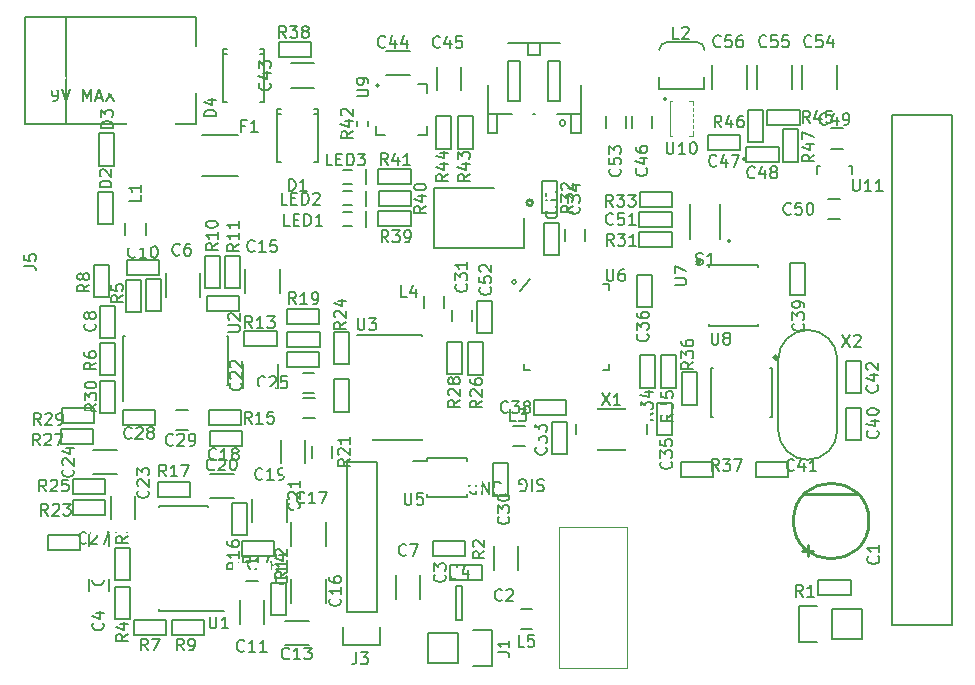
<source format=gto>
%TF.GenerationSoftware,KiCad,Pcbnew,4.0.5-e0-6337~49~ubuntu16.04.1*%
%TF.CreationDate,2017-08-09T07:16:44-07:00*%
%TF.ProjectId,mcphail-main-board,6D63706861696C2D6D61696E2D626F61,1.0*%
%TF.FileFunction,Legend,Top*%
%FSLAX46Y46*%
G04 Gerber Fmt 4.6, Leading zero omitted, Abs format (unit mm)*
G04 Created by KiCad (PCBNEW 4.0.5-e0-6337~49~ubuntu16.04.1) date Wed Aug  9 07:16:44 2017*
%MOMM*%
%LPD*%
G01*
G04 APERTURE LIST*
%ADD10C,0.350000*%
%ADD11C,0.152400*%
%ADD12C,0.050000*%
%ADD13C,0.200000*%
%ADD14C,0.150000*%
%ADD15C,0.254000*%
%ADD16C,0.127000*%
%ADD17C,0.300000*%
%ADD18C,0.203200*%
%ADD19C,1.676400*%
%ADD20R,1.052400X1.552400*%
%ADD21R,1.302400X1.352400*%
%ADD22R,1.352400X1.602400*%
%ADD23R,1.152400X0.852400*%
%ADD24R,0.852400X1.152400*%
%ADD25R,1.452400X0.402400*%
%ADD26R,0.402400X1.452400*%
%ADD27R,0.902400X0.952400*%
%ADD28R,1.652400X0.752400*%
%ADD29R,2.184400X1.879600*%
%ADD30O,2.184400X1.879600*%
%ADD31C,1.752400*%
%ADD32R,1.152400X1.402400*%
%ADD33R,0.952400X0.902400*%
%ADD34C,1.879600*%
%ADD35R,1.752400X1.152400*%
%ADD36R,1.402400X1.152400*%
%ADD37R,2.652400X1.152400*%
%ADD38R,1.152400X1.752400*%
%ADD39R,1.953260X2.651760*%
%ADD40R,1.152400X3.152400*%
%ADD41R,2.184400X2.184400*%
%ADD42O,2.184400X2.184400*%
%ADD43R,1.502400X0.552400*%
%ADD44R,1.552400X1.752400*%
%ADD45C,1.352400*%
%ADD46R,2.052400X2.052400*%
%ADD47C,4.152400*%
%ADD48R,1.152400X3.652400*%
%ADD49R,1.752400X3.552400*%
%ADD50R,1.052400X1.352400*%
%ADD51R,0.652400X0.752400*%
%ADD52R,1.852400X0.952400*%
%ADD53R,0.752400X1.652400*%
%ADD54R,1.902400X0.802400*%
%ADD55R,0.802400X1.902400*%
%ADD56R,0.882400X0.452400*%
%ADD57R,0.452400X0.882400*%
%ADD58R,1.402400X1.402400*%
%ADD59R,0.844000X0.294000*%
%ADD60R,1.347600X3.397600*%
%ADD61R,0.952500X0.952500*%
%ADD62R,2.057400X1.549400*%
%ADD63R,1.212400X0.802400*%
%ADD64C,2.152400*%
%ADD65R,1.552400X0.452400*%
%ADD66R,1.879600X1.879600*%
%ADD67O,1.879600X1.879600*%
G04 APERTURE END LIST*
D10*
D11*
X212539019Y-81110599D02*
X212393876Y-81062218D01*
X212151972Y-81062218D01*
X212055210Y-81110599D01*
X212006829Y-81158980D01*
X211958448Y-81255742D01*
X211958448Y-81352504D01*
X212006829Y-81449266D01*
X212055210Y-81497647D01*
X212151972Y-81546027D01*
X212345495Y-81594408D01*
X212442257Y-81642789D01*
X212490638Y-81691170D01*
X212539019Y-81787932D01*
X212539019Y-81884694D01*
X212490638Y-81981456D01*
X212442257Y-82029837D01*
X212345495Y-82078218D01*
X212103591Y-82078218D01*
X211958448Y-82029837D01*
X211523019Y-81062218D02*
X211523019Y-82078218D01*
X210507019Y-82029837D02*
X210603781Y-82078218D01*
X210748924Y-82078218D01*
X210894066Y-82029837D01*
X210990828Y-81933075D01*
X211039209Y-81836313D01*
X211087590Y-81642789D01*
X211087590Y-81497647D01*
X211039209Y-81304123D01*
X210990828Y-81207361D01*
X210894066Y-81110599D01*
X210748924Y-81062218D01*
X210652162Y-81062218D01*
X210507019Y-81110599D01*
X210458638Y-81158980D01*
X210458638Y-81497647D01*
X210652162Y-81497647D01*
X208324924Y-82229661D02*
X208421686Y-82278042D01*
X208566829Y-82278042D01*
X208711971Y-82229661D01*
X208808733Y-82132899D01*
X208857114Y-82036137D01*
X208905495Y-81842613D01*
X208905495Y-81697471D01*
X208857114Y-81503947D01*
X208808733Y-81407185D01*
X208711971Y-81310423D01*
X208566829Y-81262042D01*
X208470067Y-81262042D01*
X208324924Y-81310423D01*
X208276543Y-81358804D01*
X208276543Y-81697471D01*
X208470067Y-81697471D01*
X207841114Y-81262042D02*
X207841114Y-82278042D01*
X207260543Y-81262042D01*
X207260543Y-82278042D01*
X206776733Y-81262042D02*
X206776733Y-82278042D01*
X206534828Y-82278042D01*
X206389686Y-82229661D01*
X206292924Y-82132899D01*
X206244543Y-82036137D01*
X206196162Y-81842613D01*
X206196162Y-81697471D01*
X206244543Y-81503947D01*
X206292924Y-81407185D01*
X206389686Y-81310423D01*
X206534828Y-81262042D01*
X206776733Y-81262042D01*
X170940791Y-49037119D02*
X171134315Y-49037119D01*
X171231076Y-48988738D01*
X171279457Y-48940357D01*
X171376219Y-48795214D01*
X171424600Y-48601690D01*
X171424600Y-48214643D01*
X171376219Y-48117881D01*
X171327838Y-48069500D01*
X171231076Y-48021119D01*
X171037553Y-48021119D01*
X170940791Y-48069500D01*
X170892410Y-48117881D01*
X170844029Y-48214643D01*
X170844029Y-48456548D01*
X170892410Y-48553310D01*
X170940791Y-48601690D01*
X171037553Y-48650071D01*
X171231076Y-48650071D01*
X171327838Y-48601690D01*
X171376219Y-48553310D01*
X171424600Y-48456548D01*
X171714886Y-48021119D02*
X172053553Y-49037119D01*
X172392219Y-48021119D01*
X173504981Y-49037119D02*
X173504981Y-48021119D01*
X173843647Y-48746833D01*
X174182314Y-48021119D01*
X174182314Y-49037119D01*
X174617743Y-48746833D02*
X175101552Y-48746833D01*
X174520981Y-49037119D02*
X174859648Y-48021119D01*
X175198314Y-49037119D01*
X175440219Y-48021119D02*
X176117552Y-49037119D01*
X176117552Y-48021119D02*
X175440219Y-49037119D01*
X241960400Y-50241200D02*
X247040400Y-50241200D01*
X241960400Y-93421200D02*
X241960400Y-50241200D01*
X247040400Y-93421200D02*
X241960400Y-93421200D01*
X247040400Y-50241200D02*
X247040400Y-93421200D01*
D12*
X213848000Y-97080400D02*
X213848000Y-85080400D01*
X219598000Y-97080400D02*
X213848000Y-97080400D01*
X219598000Y-85080400D02*
X219598000Y-97080400D01*
X213848000Y-85080400D02*
X219598000Y-85080400D01*
D13*
X210168103Y-64362958D02*
G75*
G03X210168103Y-64362958I-179605J0D01*
G01*
D14*
X218058498Y-64547958D02*
X218058498Y-65072958D01*
X218058498Y-71797958D02*
X218058498Y-71272958D01*
X210808498Y-71797958D02*
X210808498Y-71272958D01*
X210496498Y-65124958D02*
X211385498Y-64108958D01*
X210808498Y-71797958D02*
X211333498Y-71797958D01*
X218058498Y-71797958D02*
X217533498Y-71797958D01*
X218058498Y-64547958D02*
X217533498Y-64547958D01*
D11*
X205562200Y-69430200D02*
X204292200Y-69430200D01*
X205562200Y-72160700D02*
X204292200Y-72160700D01*
D14*
X205562200Y-69430200D02*
X205562200Y-72160700D01*
X204292200Y-72160700D02*
X204292200Y-69430200D01*
X202219356Y-68853814D02*
X202219356Y-68968814D01*
X202219356Y-77753814D02*
X202219356Y-77638814D01*
X198069356Y-77753814D02*
X198069356Y-77638814D01*
X198069356Y-68853814D02*
X202219356Y-68853814D01*
X198069356Y-77753814D02*
X202219356Y-77753814D01*
X198069356Y-68853814D02*
X196694356Y-68853814D01*
X195834000Y-92265500D02*
X195834000Y-79565500D01*
X195834000Y-79565500D02*
X198374000Y-79565500D01*
X198374000Y-79565500D02*
X198374000Y-92265500D01*
X195554000Y-95085500D02*
X195554000Y-93535500D01*
X195834000Y-92265500D02*
X198374000Y-92265500D01*
X198654000Y-93535500D02*
X198654000Y-95085500D01*
X198654000Y-95085500D02*
X195554000Y-95085500D01*
D15*
X234655000Y-82327000D02*
X239105000Y-82327000D01*
X240055000Y-84602000D02*
G75*
G03X240055000Y-84602000I-3200000J0D01*
G01*
X235355000Y-87102000D02*
X234355000Y-87102000D01*
X234855000Y-87602000D02*
X234855000Y-86602000D01*
D14*
X192096256Y-73747414D02*
X193096256Y-73747414D01*
X193096256Y-72047414D02*
X192096256Y-72047414D01*
D11*
X183819800Y-64870900D02*
X185089800Y-64870900D01*
X183819800Y-62140400D02*
X185089800Y-62140400D01*
D14*
X183819800Y-64870900D02*
X183819800Y-62140400D01*
X185089800Y-62140400D02*
X185089800Y-64870900D01*
D11*
X189708029Y-87550961D02*
X189708029Y-86280961D01*
X186977529Y-87550961D02*
X186977529Y-86280961D01*
D14*
X189708029Y-87550961D02*
X186977529Y-87550961D01*
X186977529Y-86280961D02*
X189708029Y-86280961D01*
X192286414Y-79731244D02*
X192286414Y-77731244D01*
X190236414Y-77731244D02*
X190236414Y-79731244D01*
X210321000Y-88733000D02*
X210321000Y-86733000D01*
X208271000Y-86733000D02*
X208271000Y-88733000D01*
D11*
X207318829Y-89631961D02*
X207318829Y-88361961D01*
X204588329Y-89631961D02*
X204588329Y-88361961D01*
D14*
X207318829Y-89631961D02*
X204588329Y-89631961D01*
X204588329Y-88361961D02*
X207318829Y-88361961D01*
X175685629Y-90527461D02*
X175685629Y-89527461D01*
X173985629Y-89527461D02*
X173985629Y-90527461D01*
D11*
X180136800Y-64121600D02*
X178866800Y-64121600D01*
X180136800Y-66852100D02*
X178866800Y-66852100D01*
D14*
X180136800Y-64121600D02*
X180136800Y-66852100D01*
X178866800Y-66852100D02*
X178866800Y-64121600D01*
X180503300Y-63616200D02*
X180503300Y-65616200D01*
X183453300Y-65616200D02*
X183453300Y-63616200D01*
X200013229Y-89186561D02*
X200013229Y-91186561D01*
X202063229Y-91186561D02*
X202063229Y-89186561D01*
D11*
X174904438Y-69133762D02*
X176174438Y-69133762D01*
X174904438Y-66403262D02*
X176174438Y-66403262D01*
D14*
X174904438Y-69133762D02*
X174904438Y-66403262D01*
X176174438Y-66403262D02*
X176174438Y-69133762D01*
X175685629Y-86701461D02*
X175685629Y-85701461D01*
X173985629Y-85701461D02*
X173985629Y-86701461D01*
D11*
X177241200Y-62522100D02*
X177241200Y-63792100D01*
X179971700Y-62522100D02*
X179971700Y-63792100D01*
D14*
X177241200Y-62522100D02*
X179971700Y-62522100D01*
X179971700Y-63792100D02*
X177241200Y-63792100D01*
X188810629Y-93300761D02*
X188810629Y-91300761D01*
X186760629Y-91300761D02*
X186760629Y-93300761D01*
D11*
X186714700Y-66814700D02*
X186714700Y-65544700D01*
X183984200Y-66814700D02*
X183984200Y-65544700D01*
D14*
X186714700Y-66814700D02*
X183984200Y-66814700D01*
X183984200Y-65544700D02*
X186714700Y-65544700D01*
X190599629Y-95116461D02*
X192599629Y-95116461D01*
X192599629Y-93066461D02*
X190599629Y-93066461D01*
X188324429Y-87996361D02*
X187324429Y-87996361D01*
X187324429Y-89696361D02*
X188324429Y-89696361D01*
X194090629Y-91535461D02*
X194090629Y-89535461D01*
X191140629Y-89535461D02*
X191140629Y-91535461D01*
X194090629Y-86709461D02*
X194090629Y-84709461D01*
X191140629Y-84709461D02*
X191140629Y-86709461D01*
D11*
X186969400Y-78257400D02*
X186969400Y-76987400D01*
X184238900Y-78257400D02*
X184238900Y-76987400D01*
D14*
X186969400Y-78257400D02*
X184238900Y-78257400D01*
X184238900Y-76987400D02*
X186969400Y-76987400D01*
X190801329Y-84714161D02*
X190801329Y-82714161D01*
X187851329Y-82714161D02*
X187851329Y-84714161D01*
X186273629Y-80620461D02*
X184273629Y-80620461D01*
X184273629Y-82670461D02*
X186273629Y-82670461D01*
X175842629Y-82447461D02*
X175842629Y-84447461D01*
X177892629Y-84447461D02*
X177892629Y-82447461D01*
X176343629Y-78588461D02*
X174343629Y-78588461D01*
X174343629Y-80638461D02*
X176343629Y-80638461D01*
D11*
X196009256Y-72604614D02*
X194739256Y-72604614D01*
X196009256Y-75335114D02*
X194739256Y-75335114D01*
D14*
X196009256Y-72604614D02*
X196009256Y-75335114D01*
X194739256Y-75335114D02*
X194739256Y-72604614D01*
D11*
X170555029Y-85760261D02*
X170555029Y-87030261D01*
X173285529Y-85760261D02*
X173285529Y-87030261D01*
D14*
X170555029Y-85760261D02*
X173285529Y-85760261D01*
X173285529Y-87030261D02*
X170555029Y-87030261D01*
D11*
X176860900Y-75171300D02*
X176860900Y-76441300D01*
X179591400Y-75171300D02*
X179591400Y-76441300D01*
D14*
X176860900Y-75171300D02*
X179591400Y-75171300D01*
X179591400Y-76441300D02*
X176860900Y-76441300D01*
X182367300Y-75210300D02*
X181367300Y-75210300D01*
X181367300Y-76910300D02*
X182367300Y-76910300D01*
D11*
X209473800Y-79729900D02*
X208203800Y-79729900D01*
X209473800Y-82460400D02*
X208203800Y-82460400D01*
D14*
X209473800Y-79729900D02*
X209473800Y-82460400D01*
X208203800Y-82460400D02*
X208203800Y-79729900D01*
X204737698Y-66706558D02*
X204737698Y-67706558D01*
X206437698Y-67706558D02*
X206437698Y-66706558D01*
D11*
X213182298Y-78957358D02*
X214452298Y-78957358D01*
X213182298Y-76226858D02*
X214452298Y-76226858D01*
D14*
X213182298Y-78957358D02*
X213182298Y-76226858D01*
X214452298Y-76226858D02*
X214452298Y-78957358D01*
D11*
X223393098Y-74588558D02*
X222123098Y-74588558D01*
X223393098Y-77319058D02*
X222123098Y-77319058D01*
D14*
X223393098Y-74588558D02*
X223393098Y-77319058D01*
X222123098Y-77319058D02*
X222123098Y-74588558D01*
D11*
X221640498Y-63756158D02*
X220370498Y-63756158D01*
X221640498Y-66486658D02*
X220370498Y-66486658D01*
D14*
X221640498Y-63756158D02*
X221640498Y-66486658D01*
X220370498Y-66486658D02*
X220370498Y-63756158D01*
D11*
X212521800Y-62064200D02*
X213791800Y-62064200D01*
X212521800Y-59333700D02*
X213791800Y-59333700D01*
D14*
X212521800Y-62064200D02*
X212521800Y-59333700D01*
X213791800Y-59333700D02*
X213791800Y-62064200D01*
D11*
X211709000Y-74396600D02*
X211709000Y-75666600D01*
X214439500Y-74396600D02*
X214439500Y-75666600D01*
D14*
X211709000Y-74396600D02*
X214439500Y-74396600D01*
X214439500Y-75666600D02*
X211709000Y-75666600D01*
D11*
X234619800Y-62751400D02*
X233349800Y-62751400D01*
X234619800Y-65481900D02*
X233349800Y-65481900D01*
D14*
X234619800Y-62751400D02*
X234619800Y-65481900D01*
X233349800Y-65481900D02*
X233349800Y-62751400D01*
D11*
X238146400Y-77738600D02*
X239416400Y-77738600D01*
X238146400Y-75008100D02*
X239416400Y-75008100D01*
D14*
X238146400Y-77738600D02*
X238146400Y-75008100D01*
X239416400Y-75008100D02*
X239416400Y-77738600D01*
D11*
X230471600Y-79601000D02*
X230471600Y-80871000D01*
X233202100Y-79601000D02*
X233202100Y-80871000D01*
D14*
X230471600Y-79601000D02*
X233202100Y-79601000D01*
X233202100Y-80871000D02*
X230471600Y-80871000D01*
D11*
X239416400Y-71058400D02*
X238146400Y-71058400D01*
X239416400Y-73788900D02*
X238146400Y-73788900D01*
D14*
X239416400Y-71058400D02*
X239416400Y-73788900D01*
X238146400Y-73788900D02*
X238146400Y-71058400D01*
X191074800Y-47913400D02*
X193074800Y-47913400D01*
X193074800Y-45863400D02*
X191074800Y-45863400D01*
X201187560Y-44796600D02*
X199187560Y-44796600D01*
X199187560Y-46846600D02*
X201187560Y-46846600D01*
X203452620Y-46143800D02*
X203452620Y-48143800D01*
X205502620Y-48143800D02*
X205502620Y-46143800D01*
X221694320Y-51303460D02*
X221694320Y-50303460D01*
X219994320Y-50303460D02*
X219994320Y-51303460D01*
D11*
X226437680Y-51955540D02*
X226437680Y-53225540D01*
X229168180Y-51955540D02*
X229168180Y-53225540D01*
D14*
X226437680Y-51955540D02*
X229168180Y-51955540D01*
X229168180Y-53225540D02*
X226437680Y-53225540D01*
D11*
X229676180Y-52946140D02*
X229676180Y-54216140D01*
X232406680Y-52946140D02*
X232406680Y-54216140D01*
D14*
X229676180Y-52946140D02*
X232406680Y-52946140D01*
X232406680Y-54216140D02*
X229676180Y-54216140D01*
X237821200Y-51364000D02*
X236821200Y-51364000D01*
X236821200Y-53064000D02*
X237821200Y-53064000D01*
X236621200Y-59064000D02*
X237621200Y-59064000D01*
X237621200Y-57364000D02*
X236621200Y-57364000D01*
D11*
X220611000Y-58445400D02*
X220611000Y-59715400D01*
X223341500Y-58445400D02*
X223341500Y-59715400D01*
D14*
X220611000Y-58445400D02*
X223341500Y-58445400D01*
X223341500Y-59715400D02*
X220611000Y-59715400D01*
D11*
X206878698Y-68663558D02*
X208148698Y-68663558D01*
X206878698Y-65933058D02*
X208148698Y-65933058D01*
D14*
X206878698Y-68663558D02*
X206878698Y-65933058D01*
X208148698Y-65933058D02*
X208148698Y-68663558D01*
X219459120Y-51338260D02*
X219459120Y-50338260D01*
X217759120Y-50338260D02*
X217759120Y-51338260D01*
X234423480Y-46026540D02*
X234423480Y-48026540D01*
X237373480Y-48026540D02*
X237373480Y-46026540D01*
X230613480Y-46026540D02*
X230613480Y-48026540D01*
X233563480Y-48026540D02*
X233563480Y-46026540D01*
X226803480Y-46026540D02*
X226803480Y-48026540D01*
X229753480Y-48026540D02*
X229753480Y-46026540D01*
X189918340Y-50136240D02*
X190268860Y-50136240D01*
X193418460Y-50136240D02*
X193067940Y-50136240D01*
X189918340Y-54185820D02*
X190268860Y-54185820D01*
X189918340Y-49684940D02*
X190268860Y-49684940D01*
X193418460Y-49684940D02*
X193067940Y-49684940D01*
X193418460Y-54185820D02*
X193067940Y-54185820D01*
X189918340Y-49684940D02*
X189918340Y-54185820D01*
X193418460Y-49684940D02*
X193418460Y-54185820D01*
D11*
X174833880Y-54519620D02*
X176103880Y-54519620D01*
X174833880Y-51789120D02*
X176103880Y-51789120D01*
D14*
X174833880Y-54519620D02*
X174833880Y-51789120D01*
X176103880Y-51789120D02*
X176103880Y-54519620D01*
D11*
X176083880Y-56765620D02*
X174813880Y-56765620D01*
X176083880Y-59496120D02*
X174813880Y-59496120D01*
D14*
X176083880Y-56765620D02*
X176083880Y-59496120D01*
X174813880Y-59496120D02*
X174813880Y-56765620D01*
X185371740Y-45071480D02*
X185722260Y-45071480D01*
X188871860Y-45071480D02*
X188521340Y-45071480D01*
X185371740Y-49121060D02*
X185722260Y-49121060D01*
X185371740Y-44620180D02*
X185722260Y-44620180D01*
X188871860Y-44620180D02*
X188521340Y-44620180D01*
X188871860Y-49121060D02*
X188521340Y-49121060D01*
X185371740Y-44620180D02*
X185371740Y-49121060D01*
X188871860Y-44620180D02*
X188871860Y-49121060D01*
X183591200Y-55395200D02*
X186639200Y-55395200D01*
X186639200Y-51945200D02*
X183591200Y-51945200D01*
X205282800Y-96608900D02*
X202742800Y-96608900D01*
X208102800Y-96888900D02*
X206552800Y-96888900D01*
X205282800Y-96608900D02*
X205282800Y-94068900D01*
X206552800Y-93788900D02*
X208102800Y-93788900D01*
X208102800Y-93788900D02*
X208102800Y-96888900D01*
X205282800Y-94068900D02*
X202742800Y-94068900D01*
X202742800Y-94068900D02*
X202742800Y-96608900D01*
X236938400Y-92062700D02*
X239478400Y-92062700D01*
X234118400Y-91782700D02*
X235668400Y-91782700D01*
X236938400Y-92062700D02*
X236938400Y-94602700D01*
X235668400Y-94882700D02*
X234118400Y-94882700D01*
X234118400Y-94882700D02*
X234118400Y-91782700D01*
X236938400Y-94602700D02*
X239478400Y-94602700D01*
X239478400Y-94602700D02*
X239478400Y-92062700D01*
X172069900Y-41957320D02*
X172069900Y-50959080D01*
X168569780Y-41957320D02*
X168569780Y-50959080D01*
X168569780Y-50959080D02*
X183070640Y-50959080D01*
X183070640Y-50959080D02*
X183070640Y-41957320D01*
X183070640Y-41957320D02*
X168569780Y-41957320D01*
X214362760Y-50903320D02*
G75*
G03X214362760Y-50903320I-250000J0D01*
G01*
X212212760Y-44153320D02*
X212212760Y-45153320D01*
X212212760Y-45153320D02*
X211212760Y-45153320D01*
X211212760Y-45153320D02*
X211212760Y-44153320D01*
X213612760Y-50153320D02*
X214862760Y-50153320D01*
X214862760Y-50153320D02*
X214862760Y-51753320D01*
X214862760Y-51753320D02*
X215662760Y-51753320D01*
X215662760Y-51753320D02*
X215662760Y-47653320D01*
X214862760Y-50153320D02*
X215662760Y-50153320D01*
X209812760Y-50153320D02*
X208562760Y-50153320D01*
X208562760Y-50153320D02*
X208562760Y-51753320D01*
X208562760Y-51753320D02*
X207762760Y-51753320D01*
X207762760Y-51753320D02*
X207762760Y-47653320D01*
X208562760Y-50153320D02*
X207762760Y-50153320D01*
X213912760Y-44153320D02*
X209512760Y-44153320D01*
X213912760Y-49053320D02*
X213912760Y-45653320D01*
X213912760Y-45653320D02*
X212912760Y-45653320D01*
X212912760Y-45653320D02*
X212912760Y-49053320D01*
X212912760Y-49053320D02*
X213912760Y-49053320D01*
X209512760Y-49053320D02*
X209512760Y-45653320D01*
X209512760Y-45653320D02*
X210512760Y-45653320D01*
X210512760Y-45653320D02*
X210512760Y-49053320D01*
X210512760Y-49053320D02*
X209512760Y-49053320D01*
X211812760Y-50153320D02*
X211612760Y-50153320D01*
X177102400Y-59383800D02*
X177102400Y-60383800D01*
X178802400Y-60383800D02*
X178802400Y-59383800D01*
D13*
X222944480Y-44056140D02*
X225484480Y-44056140D01*
X222944480Y-44056140D02*
G75*
G03X222309480Y-44691140I0J-635000D01*
G01*
X222309480Y-46977140D02*
X222309480Y-47993140D01*
X226119480Y-47993140D02*
X226119480Y-46977140D01*
X222309480Y-47993140D02*
X226119480Y-47993140D01*
X226119480Y-44691140D02*
G75*
G03X225484480Y-44056140I-635000J0D01*
G01*
D14*
X209897600Y-78269200D02*
X210897600Y-78269200D01*
X210897600Y-76569200D02*
X209897600Y-76569200D01*
X202350000Y-65574800D02*
X202350000Y-66574800D01*
X204050000Y-66574800D02*
X204050000Y-65574800D01*
D16*
X197429420Y-58392300D02*
X197429420Y-59692300D01*
D14*
X196254420Y-59642300D02*
X195554420Y-59642300D01*
X195554420Y-58442300D02*
X196254420Y-58442300D01*
D16*
X197429420Y-56624460D02*
X197429420Y-57924460D01*
D14*
X196254420Y-57874460D02*
X195554420Y-57874460D01*
X195554420Y-56674460D02*
X196254420Y-56674460D01*
D16*
X197429420Y-54800740D02*
X197429420Y-56100740D01*
D14*
X196254420Y-56050740D02*
X195554420Y-56050740D01*
X195554420Y-54850740D02*
X196254420Y-54850740D01*
D11*
X238494000Y-90868500D02*
X238494000Y-89598500D01*
X235763500Y-90868500D02*
X235763500Y-89598500D01*
D14*
X238494000Y-90868500D02*
X235763500Y-90868500D01*
X235763500Y-89598500D02*
X238494000Y-89598500D01*
D11*
X203124829Y-86321961D02*
X203124829Y-87591961D01*
X205855329Y-86321961D02*
X205855329Y-87591961D01*
D14*
X203124829Y-86321961D02*
X205855329Y-86321961D01*
X205855329Y-87591961D02*
X203124829Y-87591961D01*
D11*
X177502629Y-86864461D02*
X176232629Y-86864461D01*
X177502629Y-89594961D02*
X176232629Y-89594961D01*
D14*
X177502629Y-86864461D02*
X177502629Y-89594961D01*
X176232629Y-89594961D02*
X176232629Y-86864461D01*
D11*
X177502629Y-90154461D02*
X176232629Y-90154461D01*
X177502629Y-92884961D02*
X176232629Y-92884961D01*
D14*
X177502629Y-90154461D02*
X177502629Y-92884961D01*
X176232629Y-92884961D02*
X176232629Y-90154461D01*
D11*
X177177700Y-66891600D02*
X178447700Y-66891600D01*
X177177700Y-64161100D02*
X178447700Y-64161100D01*
D14*
X177177700Y-66891600D02*
X177177700Y-64161100D01*
X178447700Y-64161100D02*
X178447700Y-66891600D01*
D11*
X176187100Y-69531800D02*
X174917100Y-69531800D01*
X176187100Y-72262300D02*
X174917100Y-72262300D01*
D14*
X176187100Y-69531800D02*
X176187100Y-72262300D01*
X174917100Y-72262300D02*
X174917100Y-69531800D01*
D11*
X180538629Y-94218461D02*
X180538629Y-92948461D01*
X177808129Y-94218461D02*
X177808129Y-92948461D01*
D14*
X180538629Y-94218461D02*
X177808129Y-94218461D01*
X177808129Y-92948461D02*
X180538629Y-92948461D01*
D11*
X175666400Y-62891100D02*
X174396400Y-62891100D01*
X175666400Y-65621600D02*
X174396400Y-65621600D01*
D14*
X175666400Y-62891100D02*
X175666400Y-65621600D01*
X174396400Y-65621600D02*
X174396400Y-62891100D01*
D11*
X183767737Y-94218461D02*
X183767737Y-92948461D01*
X181037237Y-94218461D02*
X181037237Y-92948461D01*
D14*
X183767737Y-94218461D02*
X181037237Y-94218461D01*
X181037237Y-92948461D02*
X183767737Y-92948461D01*
D11*
X185508900Y-64858900D02*
X186778900Y-64858900D01*
X185508900Y-62128400D02*
X186778900Y-62128400D01*
D14*
X185508900Y-64858900D02*
X185508900Y-62128400D01*
X186778900Y-62128400D02*
X186778900Y-64858900D01*
D11*
X189400629Y-92592461D02*
X190670629Y-92592461D01*
X189400629Y-89861961D02*
X190670629Y-89861961D01*
D14*
X189400629Y-92592461D02*
X189400629Y-89861961D01*
X190670629Y-89861961D02*
X190670629Y-92592461D01*
D11*
X189903800Y-69773800D02*
X189903800Y-68503800D01*
X187173300Y-69773800D02*
X187173300Y-68503800D01*
D14*
X189903800Y-69773800D02*
X187173300Y-69773800D01*
X187173300Y-68503800D02*
X189903800Y-68503800D01*
D11*
X186919300Y-76492100D02*
X186919300Y-75222100D01*
X184188800Y-76492100D02*
X184188800Y-75222100D01*
D14*
X186919300Y-76492100D02*
X184188800Y-76492100D01*
X184188800Y-75222100D02*
X186919300Y-75222100D01*
D11*
X187408629Y-83054461D02*
X186138629Y-83054461D01*
X187408629Y-85784961D02*
X186138629Y-85784961D01*
D14*
X187408629Y-83054461D02*
X187408629Y-85784961D01*
X186138629Y-85784961D02*
X186138629Y-83054461D01*
D11*
X182570629Y-82534461D02*
X182570629Y-81264461D01*
X179840129Y-82534461D02*
X179840129Y-81264461D01*
D14*
X182570629Y-82534461D02*
X179840129Y-82534461D01*
X179840129Y-81264461D02*
X182570629Y-81264461D01*
D11*
X193468556Y-71589314D02*
X193468556Y-70319314D01*
X190738056Y-71589314D02*
X190738056Y-70319314D01*
D14*
X193468556Y-71589314D02*
X190738056Y-71589314D01*
X190738056Y-70319314D02*
X193468556Y-70319314D01*
D11*
X190740600Y-66624200D02*
X190740600Y-67894200D01*
X193471100Y-66624200D02*
X193471100Y-67894200D01*
D14*
X190740600Y-66624200D02*
X193471100Y-66624200D01*
X193471100Y-67894200D02*
X190740600Y-67894200D01*
X193169156Y-74206414D02*
X192169156Y-74206414D01*
X192169156Y-75906414D02*
X193169156Y-75906414D01*
X194575214Y-79251944D02*
X194575214Y-78251944D01*
X192875214Y-78251944D02*
X192875214Y-79251944D01*
D11*
X193544756Y-69849414D02*
X193544756Y-68579414D01*
X190814256Y-69849414D02*
X190814256Y-68579414D01*
D14*
X193544756Y-69849414D02*
X190814256Y-69849414D01*
X190814256Y-68579414D02*
X193544756Y-68579414D01*
D11*
X172664629Y-82788461D02*
X172664629Y-84058461D01*
X175395129Y-82788461D02*
X175395129Y-84058461D01*
D14*
X172664629Y-82788461D02*
X175395129Y-82788461D01*
X175395129Y-84058461D02*
X172664629Y-84058461D01*
D11*
X195996556Y-68591414D02*
X194726556Y-68591414D01*
X195996556Y-71321914D02*
X194726556Y-71321914D01*
D14*
X195996556Y-68591414D02*
X195996556Y-71321914D01*
X194726556Y-71321914D02*
X194726556Y-68591414D01*
D11*
X172664629Y-81010461D02*
X172664629Y-82280461D01*
X175395129Y-81010461D02*
X175395129Y-82280461D01*
D14*
X172664629Y-81010461D02*
X175395129Y-81010461D01*
X175395129Y-82280461D02*
X172664629Y-82280461D01*
D11*
X206121000Y-72200200D02*
X207391000Y-72200200D01*
X206121000Y-69469700D02*
X207391000Y-69469700D01*
D14*
X206121000Y-72200200D02*
X206121000Y-69469700D01*
X207391000Y-69469700D02*
X207391000Y-72200200D01*
D11*
X174363571Y-78069739D02*
X174363571Y-76799739D01*
X171633071Y-78069739D02*
X171633071Y-76799739D01*
D14*
X174363571Y-78069739D02*
X171633071Y-78069739D01*
X171633071Y-76799739D02*
X174363571Y-76799739D01*
D11*
X174426371Y-76317139D02*
X174426371Y-75047139D01*
X171695871Y-76317139D02*
X171695871Y-75047139D01*
D14*
X174426371Y-76317139D02*
X171695871Y-76317139D01*
X171695871Y-75047139D02*
X174426371Y-75047139D01*
D11*
X176187100Y-72719500D02*
X174917100Y-72719500D01*
X176187100Y-75450000D02*
X174917100Y-75450000D01*
D14*
X176187100Y-72719500D02*
X176187100Y-75450000D01*
X174917100Y-75450000D02*
X174917100Y-72719500D01*
D11*
X220613298Y-60150358D02*
X220613298Y-61420358D01*
X223343798Y-60150358D02*
X223343798Y-61420358D01*
D14*
X220613298Y-60150358D02*
X223343798Y-60150358D01*
X223343798Y-61420358D02*
X220613298Y-61420358D01*
D11*
X212369400Y-58559000D02*
X213639400Y-58559000D01*
X212369400Y-55828500D02*
X213639400Y-55828500D01*
D14*
X212369400Y-58559000D02*
X212369400Y-55828500D01*
X213639400Y-55828500D02*
X213639400Y-58559000D01*
D11*
X223405000Y-58039000D02*
X223405000Y-56769000D01*
X220674500Y-58039000D02*
X220674500Y-56769000D01*
D14*
X223405000Y-58039000D02*
X220674500Y-58039000D01*
X220674500Y-56769000D02*
X223405000Y-56769000D01*
D11*
X220656368Y-73308658D02*
X221926368Y-73308658D01*
X220656368Y-70578158D02*
X221926368Y-70578158D01*
D14*
X220656368Y-73308658D02*
X220656368Y-70578158D01*
X221926368Y-70578158D02*
X221926368Y-73308658D01*
D11*
X222434368Y-73308658D02*
X223704368Y-73308658D01*
X222434368Y-70578158D02*
X223704368Y-70578158D01*
D14*
X222434368Y-73308658D02*
X222434368Y-70578158D01*
X223704368Y-70578158D02*
X223704368Y-73308658D01*
D11*
X225475800Y-72009000D02*
X224205800Y-72009000D01*
X225475800Y-74739500D02*
X224205800Y-74739500D01*
D14*
X225475800Y-72009000D02*
X225475800Y-74739500D01*
X224205800Y-74739500D02*
X224205800Y-72009000D01*
D11*
X224121600Y-79601000D02*
X224121600Y-80871000D01*
X226852100Y-79601000D02*
X226852100Y-80871000D01*
D14*
X224121600Y-79601000D02*
X226852100Y-79601000D01*
X226852100Y-80871000D02*
X224121600Y-80871000D01*
D11*
X190080200Y-44069000D02*
X190080200Y-45339000D01*
X192810700Y-44069000D02*
X192810700Y-45339000D01*
D14*
X190080200Y-44069000D02*
X192810700Y-44069000D01*
X192810700Y-45339000D02*
X190080200Y-45339000D01*
D11*
X198523860Y-58376820D02*
X198523860Y-59646820D01*
X201254360Y-58376820D02*
X201254360Y-59646820D01*
D14*
X198523860Y-58376820D02*
X201254360Y-58376820D01*
X201254360Y-59646820D02*
X198523860Y-59646820D01*
D11*
X198529640Y-56631840D02*
X198529640Y-57901840D01*
X201260140Y-56631840D02*
X201260140Y-57901840D01*
D14*
X198529640Y-56631840D02*
X201260140Y-56631840D01*
X201260140Y-57901840D02*
X198529640Y-57901840D01*
D11*
X198507920Y-54815740D02*
X198507920Y-56085740D01*
X201238420Y-54815740D02*
X201238420Y-56085740D01*
D14*
X198507920Y-54815740D02*
X201238420Y-54815740D01*
X201238420Y-56085740D02*
X198507920Y-56085740D01*
X197619640Y-51193600D02*
X197619640Y-50693600D01*
X196669640Y-50693600D02*
X196669640Y-51193600D01*
D11*
X206489300Y-50333340D02*
X205219300Y-50333340D01*
X206489300Y-53063840D02*
X205219300Y-53063840D01*
D14*
X206489300Y-50333340D02*
X206489300Y-53063840D01*
X205219300Y-53063840D02*
X205219300Y-50333340D01*
D11*
X204665580Y-50337720D02*
X203395580Y-50337720D01*
X204665580Y-53068220D02*
X203395580Y-53068220D01*
D14*
X204665580Y-50337720D02*
X204665580Y-53068220D01*
X203395580Y-53068220D02*
X203395580Y-50337720D01*
D11*
X234184680Y-51091940D02*
X234184680Y-49821940D01*
X231454180Y-51091940D02*
X231454180Y-49821940D01*
D14*
X234184680Y-51091940D02*
X231454180Y-51091940D01*
X231454180Y-49821940D02*
X234184680Y-49821940D01*
D11*
X231047080Y-49783140D02*
X229777080Y-49783140D01*
X231047080Y-52513640D02*
X229777080Y-52513640D01*
D14*
X231047080Y-49783140D02*
X231047080Y-52513640D01*
X229777080Y-52513640D02*
X229777080Y-49783140D01*
D11*
X234069680Y-51446840D02*
X232799680Y-51446840D01*
X234069680Y-54177340D02*
X232799680Y-54177340D01*
D14*
X234069680Y-51446840D02*
X234069680Y-54177340D01*
X232799680Y-54177340D02*
X232799680Y-51446840D01*
X227411600Y-60748120D02*
X227411600Y-57748120D01*
X224911600Y-60748120D02*
X224911600Y-57748120D01*
D10*
X228161600Y-60854800D02*
X228161600Y-60854800D01*
X229474780Y-53932780D02*
X229474780Y-53932780D01*
D14*
X179935737Y-92195235D02*
X179935737Y-92080235D01*
X179935737Y-83295235D02*
X179935737Y-83410235D01*
X184085737Y-83295235D02*
X184085737Y-83410235D01*
X184085737Y-92195235D02*
X179935737Y-92195235D01*
X184085737Y-83295235D02*
X179935737Y-83295235D01*
X184085737Y-92195235D02*
X185460737Y-92195235D01*
X176918700Y-68923100D02*
X177033700Y-68923100D01*
X185818700Y-68923100D02*
X185703700Y-68923100D01*
X185818700Y-73073100D02*
X185703700Y-73073100D01*
X176918700Y-73073100D02*
X176918700Y-68923100D01*
X185818700Y-73073100D02*
X185818700Y-68923100D01*
X176918700Y-73073100D02*
X176918700Y-74448100D01*
D17*
X225705103Y-62611000D02*
G75*
G03X225705103Y-62611000I-115003J0D01*
G01*
D14*
X226474200Y-62957000D02*
X226474200Y-63102000D01*
X230624200Y-62957000D02*
X230624200Y-63102000D01*
X230624200Y-68107000D02*
X230624200Y-67962000D01*
X226474200Y-68107000D02*
X226474200Y-67962000D01*
X226474200Y-62957000D02*
X230624200Y-62957000D01*
X226474200Y-68107000D02*
X230624200Y-68107000D01*
D17*
X232271003Y-70751700D02*
G75*
G03X232271003Y-70751700I-115003J0D01*
G01*
D14*
X231810000Y-71635800D02*
X231665000Y-71635800D01*
X231810000Y-75785800D02*
X231665000Y-75785800D01*
X226660000Y-75785800D02*
X226805000Y-75785800D01*
X226660000Y-71635800D02*
X226805000Y-71635800D01*
X231810000Y-71635800D02*
X231810000Y-75785800D01*
X226660000Y-71635800D02*
X226660000Y-75785800D01*
D11*
X198576740Y-47730820D02*
G75*
G03X198576740Y-47730820I-127000J0D01*
G01*
D14*
X202631740Y-47612820D02*
X202631740Y-48387820D01*
X198331740Y-51912820D02*
X198331740Y-51137820D01*
X202631740Y-51912820D02*
X202631740Y-51137820D01*
X198331740Y-51912820D02*
X199106740Y-51912820D01*
X202631740Y-51912820D02*
X201856740Y-51912820D01*
X202631740Y-47612820D02*
X201856740Y-47612820D01*
D13*
X222896280Y-48866140D02*
G75*
G03X222896280Y-48866140I-127000J0D01*
G01*
D12*
X225116280Y-49017140D02*
X225116280Y-52017140D01*
X225116280Y-52017140D02*
X223216280Y-52017140D01*
X223216280Y-52017140D02*
X223216280Y-49017140D01*
X223216280Y-49017140D02*
X225116280Y-49017140D01*
D14*
X238420360Y-54561980D02*
X238372100Y-54561980D01*
X235621380Y-55263020D02*
X235621380Y-54561980D01*
X235621380Y-54561980D02*
X235870300Y-54561980D01*
X238420360Y-54561980D02*
X238621020Y-54561980D01*
X238621020Y-54561980D02*
X238621020Y-55263020D01*
D11*
X215253498Y-78586358D02*
X215253498Y-75081158D01*
X215253498Y-78586358D02*
X221247898Y-78586358D01*
X215253498Y-75081158D02*
X221247898Y-75081158D01*
X221247898Y-78586358D02*
X221247898Y-75081158D01*
D18*
X237369800Y-70918200D02*
X237369800Y-76918200D01*
X232369800Y-76918200D02*
G75*
G03X234869800Y-79418200I2500000J0D01*
G01*
X237369800Y-70918200D02*
G75*
G03X234869800Y-68418200I-2500000J0D01*
G01*
X234869800Y-68418200D02*
G75*
G03X232369800Y-70918200I0J-2500000D01*
G01*
X232369800Y-76918200D02*
X232369800Y-70918200D01*
X234869800Y-79418200D02*
G75*
G03X237369800Y-76918200I0J2500000D01*
G01*
D14*
X205606937Y-90096735D02*
X205106937Y-90096735D01*
X205606937Y-92996735D02*
X205606937Y-90096735D01*
X205106937Y-92996735D02*
X205606937Y-92996735D01*
X205106937Y-90096735D02*
X205106937Y-92996735D01*
X202642600Y-79236700D02*
X202642600Y-79536700D01*
X205992600Y-79236700D02*
X205992600Y-79536700D01*
X205992600Y-82586700D02*
X205992600Y-82286700D01*
X202642600Y-82586700D02*
X202642600Y-82286700D01*
X202642600Y-79236700D02*
X205992600Y-79236700D01*
X202642600Y-82586700D02*
X205992600Y-82586700D01*
X202642600Y-79536700D02*
X201417600Y-79536700D01*
D15*
X211582000Y-57658000D02*
G75*
G03X211582000Y-57658000I-254000J0D01*
G01*
D14*
X208280000Y-56388000D02*
X203200000Y-56388000D01*
X203200000Y-56388000D02*
X203200000Y-61468000D01*
X203200000Y-61468000D02*
X208280000Y-61468000D01*
X210820000Y-61468000D02*
X210820000Y-58928000D01*
X208280000Y-61468000D02*
X210820000Y-61468000D01*
X214288000Y-59885200D02*
X214288000Y-60885200D01*
X215988000Y-60885200D02*
X215988000Y-59885200D01*
X189993800Y-73339200D02*
X189993800Y-71339200D01*
X187043800Y-71339200D02*
X187043800Y-73339200D01*
X190209700Y-65288800D02*
X190209700Y-63288800D01*
X187259700Y-63288800D02*
X187259700Y-65288800D01*
X210558000Y-93763200D02*
X211558000Y-93763200D01*
X211558000Y-92063200D02*
X210558000Y-92063200D01*
X217830593Y-63271339D02*
X217830593Y-64080863D01*
X217878212Y-64176101D01*
X217925831Y-64223720D01*
X218021069Y-64271339D01*
X218211546Y-64271339D01*
X218306784Y-64223720D01*
X218354403Y-64176101D01*
X218402022Y-64080863D01*
X218402022Y-63271339D01*
X219306784Y-63271339D02*
X219116307Y-63271339D01*
X219021069Y-63318958D01*
X218973450Y-63366577D01*
X218878212Y-63509434D01*
X218830593Y-63699910D01*
X218830593Y-64080863D01*
X218878212Y-64176101D01*
X218925831Y-64223720D01*
X219021069Y-64271339D01*
X219211546Y-64271339D01*
X219306784Y-64223720D01*
X219354403Y-64176101D01*
X219402022Y-64080863D01*
X219402022Y-63842768D01*
X219354403Y-63747529D01*
X219306784Y-63699910D01*
X219211546Y-63652291D01*
X219021069Y-63652291D01*
X218925831Y-63699910D01*
X218878212Y-63747529D01*
X218830593Y-63842768D01*
X205430381Y-74353657D02*
X204954190Y-74686991D01*
X205430381Y-74925086D02*
X204430381Y-74925086D01*
X204430381Y-74544133D01*
X204478000Y-74448895D01*
X204525619Y-74401276D01*
X204620857Y-74353657D01*
X204763714Y-74353657D01*
X204858952Y-74401276D01*
X204906571Y-74448895D01*
X204954190Y-74544133D01*
X204954190Y-74925086D01*
X204525619Y-73972705D02*
X204478000Y-73925086D01*
X204430381Y-73829848D01*
X204430381Y-73591752D01*
X204478000Y-73496514D01*
X204525619Y-73448895D01*
X204620857Y-73401276D01*
X204716095Y-73401276D01*
X204858952Y-73448895D01*
X205430381Y-74020324D01*
X205430381Y-73401276D01*
X204858952Y-72829848D02*
X204811333Y-72925086D01*
X204763714Y-72972705D01*
X204668476Y-73020324D01*
X204620857Y-73020324D01*
X204525619Y-72972705D01*
X204478000Y-72925086D01*
X204430381Y-72829848D01*
X204430381Y-72639371D01*
X204478000Y-72544133D01*
X204525619Y-72496514D01*
X204620857Y-72448895D01*
X204668476Y-72448895D01*
X204763714Y-72496514D01*
X204811333Y-72544133D01*
X204858952Y-72639371D01*
X204858952Y-72829848D01*
X204906571Y-72925086D01*
X204954190Y-72972705D01*
X205049429Y-73020324D01*
X205239905Y-73020324D01*
X205335143Y-72972705D01*
X205382762Y-72925086D01*
X205430381Y-72829848D01*
X205430381Y-72639371D01*
X205382762Y-72544133D01*
X205335143Y-72496514D01*
X205239905Y-72448895D01*
X205049429Y-72448895D01*
X204954190Y-72496514D01*
X204906571Y-72544133D01*
X204858952Y-72639371D01*
X196748495Y-67422781D02*
X196748495Y-68232305D01*
X196796114Y-68327543D01*
X196843733Y-68375162D01*
X196938971Y-68422781D01*
X197129448Y-68422781D01*
X197224686Y-68375162D01*
X197272305Y-68327543D01*
X197319924Y-68232305D01*
X197319924Y-67422781D01*
X197700876Y-67422781D02*
X198319924Y-67422781D01*
X197986590Y-67803733D01*
X198129448Y-67803733D01*
X198224686Y-67851352D01*
X198272305Y-67898971D01*
X198319924Y-67994210D01*
X198319924Y-68232305D01*
X198272305Y-68327543D01*
X198224686Y-68375162D01*
X198129448Y-68422781D01*
X197843733Y-68422781D01*
X197748495Y-68375162D01*
X197700876Y-68327543D01*
X196630667Y-95727881D02*
X196630667Y-96442167D01*
X196583047Y-96585024D01*
X196487809Y-96680262D01*
X196344952Y-96727881D01*
X196249714Y-96727881D01*
X197011619Y-95727881D02*
X197630667Y-95727881D01*
X197297333Y-96108833D01*
X197440191Y-96108833D01*
X197535429Y-96156452D01*
X197583048Y-96204071D01*
X197630667Y-96299310D01*
X197630667Y-96537405D01*
X197583048Y-96632643D01*
X197535429Y-96680262D01*
X197440191Y-96727881D01*
X197154476Y-96727881D01*
X197059238Y-96680262D01*
X197011619Y-96632643D01*
D18*
X240842857Y-87596333D02*
X240891238Y-87644714D01*
X240939619Y-87789857D01*
X240939619Y-87886619D01*
X240891238Y-88031761D01*
X240794476Y-88128523D01*
X240697714Y-88176904D01*
X240504190Y-88225285D01*
X240359048Y-88225285D01*
X240165524Y-88176904D01*
X240068762Y-88128523D01*
X239972000Y-88031761D01*
X239923619Y-87886619D01*
X239923619Y-87789857D01*
X239972000Y-87644714D01*
X240020381Y-87596333D01*
X240939619Y-86628714D02*
X240939619Y-87209285D01*
X240939619Y-86918999D02*
X239923619Y-86918999D01*
X240068762Y-87015761D01*
X240165524Y-87112523D01*
X240213905Y-87209285D01*
D14*
X188905399Y-73254557D02*
X188857780Y-73302176D01*
X188714923Y-73349795D01*
X188619685Y-73349795D01*
X188476827Y-73302176D01*
X188381589Y-73206938D01*
X188333970Y-73111700D01*
X188286351Y-72921224D01*
X188286351Y-72778366D01*
X188333970Y-72587890D01*
X188381589Y-72492652D01*
X188476827Y-72397414D01*
X188619685Y-72349795D01*
X188714923Y-72349795D01*
X188857780Y-72397414D01*
X188905399Y-72445033D01*
X189286351Y-72445033D02*
X189333970Y-72397414D01*
X189429208Y-72349795D01*
X189667304Y-72349795D01*
X189762542Y-72397414D01*
X189810161Y-72445033D01*
X189857780Y-72540271D01*
X189857780Y-72635509D01*
X189810161Y-72778366D01*
X189238732Y-73349795D01*
X189857780Y-73349795D01*
X190762542Y-72349795D02*
X190286351Y-72349795D01*
X190238732Y-72825985D01*
X190286351Y-72778366D01*
X190381589Y-72730747D01*
X190619685Y-72730747D01*
X190714923Y-72778366D01*
X190762542Y-72825985D01*
X190810161Y-72921224D01*
X190810161Y-73159319D01*
X190762542Y-73254557D01*
X190714923Y-73302176D01*
X190619685Y-73349795D01*
X190381589Y-73349795D01*
X190286351Y-73302176D01*
X190238732Y-73254557D01*
X184907181Y-61094857D02*
X184430990Y-61428191D01*
X184907181Y-61666286D02*
X183907181Y-61666286D01*
X183907181Y-61285333D01*
X183954800Y-61190095D01*
X184002419Y-61142476D01*
X184097657Y-61094857D01*
X184240514Y-61094857D01*
X184335752Y-61142476D01*
X184383371Y-61190095D01*
X184430990Y-61285333D01*
X184430990Y-61666286D01*
X184907181Y-60142476D02*
X184907181Y-60713905D01*
X184907181Y-60428191D02*
X183907181Y-60428191D01*
X184050038Y-60523429D01*
X184145276Y-60618667D01*
X184192895Y-60713905D01*
X183907181Y-59523429D02*
X183907181Y-59428190D01*
X183954800Y-59332952D01*
X184002419Y-59285333D01*
X184097657Y-59237714D01*
X184288133Y-59190095D01*
X184526229Y-59190095D01*
X184716705Y-59237714D01*
X184811943Y-59285333D01*
X184859562Y-59332952D01*
X184907181Y-59428190D01*
X184907181Y-59523429D01*
X184859562Y-59618667D01*
X184811943Y-59666286D01*
X184716705Y-59713905D01*
X184526229Y-59761524D01*
X184288133Y-59761524D01*
X184097657Y-59713905D01*
X184002419Y-59666286D01*
X183954800Y-59618667D01*
X183907181Y-59523429D01*
X187656172Y-88638342D02*
X187322838Y-88162151D01*
X187084743Y-88638342D02*
X187084743Y-87638342D01*
X187465696Y-87638342D01*
X187560934Y-87685961D01*
X187608553Y-87733580D01*
X187656172Y-87828818D01*
X187656172Y-87971675D01*
X187608553Y-88066913D01*
X187560934Y-88114532D01*
X187465696Y-88162151D01*
X187084743Y-88162151D01*
X188608553Y-88638342D02*
X188037124Y-88638342D01*
X188322838Y-88638342D02*
X188322838Y-87638342D01*
X188227600Y-87781199D01*
X188132362Y-87876437D01*
X188037124Y-87924056D01*
X189465696Y-87971675D02*
X189465696Y-88638342D01*
X189227600Y-87590723D02*
X188989505Y-88305009D01*
X189608553Y-88305009D01*
X191771543Y-83091257D02*
X191819162Y-83138876D01*
X191866781Y-83281733D01*
X191866781Y-83376971D01*
X191819162Y-83519829D01*
X191723924Y-83615067D01*
X191628686Y-83662686D01*
X191438210Y-83710305D01*
X191295352Y-83710305D01*
X191104876Y-83662686D01*
X191009638Y-83615067D01*
X190914400Y-83519829D01*
X190866781Y-83376971D01*
X190866781Y-83281733D01*
X190914400Y-83138876D01*
X190962019Y-83091257D01*
X190962019Y-82710305D02*
X190914400Y-82662686D01*
X190866781Y-82567448D01*
X190866781Y-82329352D01*
X190914400Y-82234114D01*
X190962019Y-82186495D01*
X191057257Y-82138876D01*
X191152495Y-82138876D01*
X191295352Y-82186495D01*
X191866781Y-82757924D01*
X191866781Y-82138876D01*
X191866781Y-81186495D02*
X191866781Y-81757924D01*
X191866781Y-81472210D02*
X190866781Y-81472210D01*
X191009638Y-81567448D01*
X191104876Y-81662686D01*
X191152495Y-81757924D01*
X208972534Y-91265743D02*
X208924915Y-91313362D01*
X208782058Y-91360981D01*
X208686820Y-91360981D01*
X208543962Y-91313362D01*
X208448724Y-91218124D01*
X208401105Y-91122886D01*
X208353486Y-90932410D01*
X208353486Y-90789552D01*
X208401105Y-90599076D01*
X208448724Y-90503838D01*
X208543962Y-90408600D01*
X208686820Y-90360981D01*
X208782058Y-90360981D01*
X208924915Y-90408600D01*
X208972534Y-90456219D01*
X209353486Y-90456219D02*
X209401105Y-90408600D01*
X209496343Y-90360981D01*
X209734439Y-90360981D01*
X209829677Y-90408600D01*
X209877296Y-90456219D01*
X209924915Y-90551457D01*
X209924915Y-90646695D01*
X209877296Y-90789552D01*
X209305867Y-91360981D01*
X209924915Y-91360981D01*
X204118972Y-89133627D02*
X204166591Y-89181246D01*
X204214210Y-89324103D01*
X204214210Y-89419341D01*
X204166591Y-89562199D01*
X204071353Y-89657437D01*
X203976115Y-89705056D01*
X203785639Y-89752675D01*
X203642781Y-89752675D01*
X203452305Y-89705056D01*
X203357067Y-89657437D01*
X203261829Y-89562199D01*
X203214210Y-89419341D01*
X203214210Y-89324103D01*
X203261829Y-89181246D01*
X203309448Y-89133627D01*
X203214210Y-88800294D02*
X203214210Y-88181246D01*
X203595162Y-88514580D01*
X203595162Y-88371722D01*
X203642781Y-88276484D01*
X203690400Y-88228865D01*
X203785639Y-88181246D01*
X204023734Y-88181246D01*
X204118972Y-88228865D01*
X204166591Y-88276484D01*
X204214210Y-88371722D01*
X204214210Y-88657437D01*
X204166591Y-88752675D01*
X204118972Y-88800294D01*
X175192772Y-93242127D02*
X175240391Y-93289746D01*
X175288010Y-93432603D01*
X175288010Y-93527841D01*
X175240391Y-93670699D01*
X175145153Y-93765937D01*
X175049915Y-93813556D01*
X174859439Y-93861175D01*
X174716581Y-93861175D01*
X174526105Y-93813556D01*
X174430867Y-93765937D01*
X174335629Y-93670699D01*
X174288010Y-93527841D01*
X174288010Y-93432603D01*
X174335629Y-93289746D01*
X174383248Y-93242127D01*
X174621343Y-92384984D02*
X175288010Y-92384984D01*
X174240391Y-92623080D02*
X174954677Y-92861175D01*
X174954677Y-92242127D01*
X181697334Y-62028343D02*
X181649715Y-62075962D01*
X181506858Y-62123581D01*
X181411620Y-62123581D01*
X181268762Y-62075962D01*
X181173524Y-61980724D01*
X181125905Y-61885486D01*
X181078286Y-61695010D01*
X181078286Y-61552152D01*
X181125905Y-61361676D01*
X181173524Y-61266438D01*
X181268762Y-61171200D01*
X181411620Y-61123581D01*
X181506858Y-61123581D01*
X181649715Y-61171200D01*
X181697334Y-61218819D01*
X182554477Y-61123581D02*
X182364000Y-61123581D01*
X182268762Y-61171200D01*
X182221143Y-61218819D01*
X182125905Y-61361676D01*
X182078286Y-61552152D01*
X182078286Y-61933105D01*
X182125905Y-62028343D01*
X182173524Y-62075962D01*
X182268762Y-62123581D01*
X182459239Y-62123581D01*
X182554477Y-62075962D01*
X182602096Y-62028343D01*
X182649715Y-61933105D01*
X182649715Y-61695010D01*
X182602096Y-61599771D01*
X182554477Y-61552152D01*
X182459239Y-61504533D01*
X182268762Y-61504533D01*
X182173524Y-61552152D01*
X182125905Y-61599771D01*
X182078286Y-61695010D01*
X200871789Y-87458812D02*
X200824170Y-87506431D01*
X200681313Y-87554050D01*
X200586075Y-87554050D01*
X200443217Y-87506431D01*
X200347979Y-87411193D01*
X200300360Y-87315955D01*
X200252741Y-87125479D01*
X200252741Y-86982621D01*
X200300360Y-86792145D01*
X200347979Y-86696907D01*
X200443217Y-86601669D01*
X200586075Y-86554050D01*
X200681313Y-86554050D01*
X200824170Y-86601669D01*
X200871789Y-86649288D01*
X201205122Y-86554050D02*
X201871789Y-86554050D01*
X201443217Y-87554050D01*
X174499543Y-67883066D02*
X174547162Y-67930685D01*
X174594781Y-68073542D01*
X174594781Y-68168780D01*
X174547162Y-68311638D01*
X174451924Y-68406876D01*
X174356686Y-68454495D01*
X174166210Y-68502114D01*
X174023352Y-68502114D01*
X173832876Y-68454495D01*
X173737638Y-68406876D01*
X173642400Y-68311638D01*
X173594781Y-68168780D01*
X173594781Y-68073542D01*
X173642400Y-67930685D01*
X173690019Y-67883066D01*
X174023352Y-67311638D02*
X173975733Y-67406876D01*
X173928114Y-67454495D01*
X173832876Y-67502114D01*
X173785257Y-67502114D01*
X173690019Y-67454495D01*
X173642400Y-67406876D01*
X173594781Y-67311638D01*
X173594781Y-67121161D01*
X173642400Y-67025923D01*
X173690019Y-66978304D01*
X173785257Y-66930685D01*
X173832876Y-66930685D01*
X173928114Y-66978304D01*
X173975733Y-67025923D01*
X174023352Y-67121161D01*
X174023352Y-67311638D01*
X174070971Y-67406876D01*
X174118590Y-67454495D01*
X174213829Y-67502114D01*
X174404305Y-67502114D01*
X174499543Y-67454495D01*
X174547162Y-67406876D01*
X174594781Y-67311638D01*
X174594781Y-67121161D01*
X174547162Y-67025923D01*
X174499543Y-66978304D01*
X174404305Y-66930685D01*
X174213829Y-66930685D01*
X174118590Y-66978304D01*
X174070971Y-67025923D01*
X174023352Y-67121161D01*
X175192772Y-89416127D02*
X175240391Y-89463746D01*
X175288010Y-89606603D01*
X175288010Y-89701841D01*
X175240391Y-89844699D01*
X175145153Y-89939937D01*
X175049915Y-89987556D01*
X174859439Y-90035175D01*
X174716581Y-90035175D01*
X174526105Y-89987556D01*
X174430867Y-89939937D01*
X174335629Y-89844699D01*
X174288010Y-89701841D01*
X174288010Y-89606603D01*
X174335629Y-89463746D01*
X174383248Y-89416127D01*
X175288010Y-88939937D02*
X175288010Y-88749461D01*
X175240391Y-88654222D01*
X175192772Y-88606603D01*
X175049915Y-88511365D01*
X174859439Y-88463746D01*
X174478486Y-88463746D01*
X174383248Y-88511365D01*
X174335629Y-88558984D01*
X174288010Y-88654222D01*
X174288010Y-88844699D01*
X174335629Y-88939937D01*
X174383248Y-88987556D01*
X174478486Y-89035175D01*
X174716581Y-89035175D01*
X174811819Y-88987556D01*
X174859439Y-88939937D01*
X174907058Y-88844699D01*
X174907058Y-88654222D01*
X174859439Y-88558984D01*
X174811819Y-88511365D01*
X174716581Y-88463746D01*
X177919143Y-62231543D02*
X177871524Y-62279162D01*
X177728667Y-62326781D01*
X177633429Y-62326781D01*
X177490571Y-62279162D01*
X177395333Y-62183924D01*
X177347714Y-62088686D01*
X177300095Y-61898210D01*
X177300095Y-61755352D01*
X177347714Y-61564876D01*
X177395333Y-61469638D01*
X177490571Y-61374400D01*
X177633429Y-61326781D01*
X177728667Y-61326781D01*
X177871524Y-61374400D01*
X177919143Y-61422019D01*
X178871524Y-62326781D02*
X178300095Y-62326781D01*
X178585809Y-62326781D02*
X178585809Y-61326781D01*
X178490571Y-61469638D01*
X178395333Y-61564876D01*
X178300095Y-61612495D01*
X179490571Y-61326781D02*
X179585810Y-61326781D01*
X179681048Y-61374400D01*
X179728667Y-61422019D01*
X179776286Y-61517257D01*
X179823905Y-61707733D01*
X179823905Y-61945829D01*
X179776286Y-62136305D01*
X179728667Y-62231543D01*
X179681048Y-62279162D01*
X179585810Y-62326781D01*
X179490571Y-62326781D01*
X179395333Y-62279162D01*
X179347714Y-62231543D01*
X179300095Y-62136305D01*
X179252476Y-61945829D01*
X179252476Y-61707733D01*
X179300095Y-61517257D01*
X179347714Y-61422019D01*
X179395333Y-61374400D01*
X179490571Y-61326781D01*
X187146772Y-95575904D02*
X187099153Y-95623523D01*
X186956296Y-95671142D01*
X186861058Y-95671142D01*
X186718200Y-95623523D01*
X186622962Y-95528285D01*
X186575343Y-95433047D01*
X186527724Y-95242571D01*
X186527724Y-95099713D01*
X186575343Y-94909237D01*
X186622962Y-94813999D01*
X186718200Y-94718761D01*
X186861058Y-94671142D01*
X186956296Y-94671142D01*
X187099153Y-94718761D01*
X187146772Y-94766380D01*
X188099153Y-95671142D02*
X187527724Y-95671142D01*
X187813438Y-95671142D02*
X187813438Y-94671142D01*
X187718200Y-94813999D01*
X187622962Y-94909237D01*
X187527724Y-94956856D01*
X189051534Y-95671142D02*
X188480105Y-95671142D01*
X188765819Y-95671142D02*
X188765819Y-94671142D01*
X188670581Y-94813999D01*
X188575343Y-94909237D01*
X188480105Y-94956856D01*
X190956772Y-96226604D02*
X190909153Y-96274223D01*
X190766296Y-96321842D01*
X190671058Y-96321842D01*
X190528200Y-96274223D01*
X190432962Y-96178985D01*
X190385343Y-96083747D01*
X190337724Y-95893271D01*
X190337724Y-95750413D01*
X190385343Y-95559937D01*
X190432962Y-95464699D01*
X190528200Y-95369461D01*
X190671058Y-95321842D01*
X190766296Y-95321842D01*
X190909153Y-95369461D01*
X190956772Y-95417080D01*
X191909153Y-96321842D02*
X191337724Y-96321842D01*
X191623438Y-96321842D02*
X191623438Y-95321842D01*
X191528200Y-95464699D01*
X191432962Y-95559937D01*
X191337724Y-95607556D01*
X192242486Y-95321842D02*
X192861534Y-95321842D01*
X192528200Y-95702794D01*
X192671058Y-95702794D01*
X192766296Y-95750413D01*
X192813915Y-95798032D01*
X192861534Y-95893271D01*
X192861534Y-96131366D01*
X192813915Y-96226604D01*
X192766296Y-96274223D01*
X192671058Y-96321842D01*
X192385343Y-96321842D01*
X192290105Y-96274223D01*
X192242486Y-96226604D01*
X190712172Y-89298718D02*
X190759791Y-89346337D01*
X190807410Y-89489194D01*
X190807410Y-89584432D01*
X190759791Y-89727290D01*
X190664553Y-89822528D01*
X190569315Y-89870147D01*
X190378839Y-89917766D01*
X190235981Y-89917766D01*
X190045505Y-89870147D01*
X189950267Y-89822528D01*
X189855029Y-89727290D01*
X189807410Y-89584432D01*
X189807410Y-89489194D01*
X189855029Y-89346337D01*
X189902648Y-89298718D01*
X190807410Y-88346337D02*
X190807410Y-88917766D01*
X190807410Y-88632052D02*
X189807410Y-88632052D01*
X189950267Y-88727290D01*
X190045505Y-88822528D01*
X190093124Y-88917766D01*
X190140743Y-87489194D02*
X190807410Y-87489194D01*
X189759791Y-87727290D02*
X190474077Y-87965385D01*
X190474077Y-87346337D01*
X195258772Y-91178318D02*
X195306391Y-91225937D01*
X195354010Y-91368794D01*
X195354010Y-91464032D01*
X195306391Y-91606890D01*
X195211153Y-91702128D01*
X195115915Y-91749747D01*
X194925439Y-91797366D01*
X194782581Y-91797366D01*
X194592105Y-91749747D01*
X194496867Y-91702128D01*
X194401629Y-91606890D01*
X194354010Y-91464032D01*
X194354010Y-91368794D01*
X194401629Y-91225937D01*
X194449248Y-91178318D01*
X195354010Y-90225937D02*
X195354010Y-90797366D01*
X195354010Y-90511652D02*
X194354010Y-90511652D01*
X194496867Y-90606890D01*
X194592105Y-90702128D01*
X194639724Y-90797366D01*
X194354010Y-89368794D02*
X194354010Y-89559271D01*
X194401629Y-89654509D01*
X194449248Y-89702128D01*
X194592105Y-89797366D01*
X194782581Y-89844985D01*
X195163534Y-89844985D01*
X195258772Y-89797366D01*
X195306391Y-89749747D01*
X195354010Y-89654509D01*
X195354010Y-89464032D01*
X195306391Y-89368794D01*
X195258772Y-89321175D01*
X195163534Y-89273556D01*
X194925439Y-89273556D01*
X194830200Y-89321175D01*
X194782581Y-89368794D01*
X194734962Y-89464032D01*
X194734962Y-89654509D01*
X194782581Y-89749747D01*
X194830200Y-89797366D01*
X194925439Y-89844985D01*
X192226772Y-83018604D02*
X192179153Y-83066223D01*
X192036296Y-83113842D01*
X191941058Y-83113842D01*
X191798200Y-83066223D01*
X191702962Y-82970985D01*
X191655343Y-82875747D01*
X191607724Y-82685271D01*
X191607724Y-82542413D01*
X191655343Y-82351937D01*
X191702962Y-82256699D01*
X191798200Y-82161461D01*
X191941058Y-82113842D01*
X192036296Y-82113842D01*
X192179153Y-82161461D01*
X192226772Y-82209080D01*
X193179153Y-83113842D02*
X192607724Y-83113842D01*
X192893438Y-83113842D02*
X192893438Y-82113842D01*
X192798200Y-82256699D01*
X192702962Y-82351937D01*
X192607724Y-82399556D01*
X193512486Y-82113842D02*
X194179153Y-82113842D01*
X193750581Y-83113842D01*
X184777143Y-79351143D02*
X184729524Y-79398762D01*
X184586667Y-79446381D01*
X184491429Y-79446381D01*
X184348571Y-79398762D01*
X184253333Y-79303524D01*
X184205714Y-79208286D01*
X184158095Y-79017810D01*
X184158095Y-78874952D01*
X184205714Y-78684476D01*
X184253333Y-78589238D01*
X184348571Y-78494000D01*
X184491429Y-78446381D01*
X184586667Y-78446381D01*
X184729524Y-78494000D01*
X184777143Y-78541619D01*
X185729524Y-79446381D02*
X185158095Y-79446381D01*
X185443809Y-79446381D02*
X185443809Y-78446381D01*
X185348571Y-78589238D01*
X185253333Y-78684476D01*
X185158095Y-78732095D01*
X186300952Y-78874952D02*
X186205714Y-78827333D01*
X186158095Y-78779714D01*
X186110476Y-78684476D01*
X186110476Y-78636857D01*
X186158095Y-78541619D01*
X186205714Y-78494000D01*
X186300952Y-78446381D01*
X186491429Y-78446381D01*
X186586667Y-78494000D01*
X186634286Y-78541619D01*
X186681905Y-78636857D01*
X186681905Y-78684476D01*
X186634286Y-78779714D01*
X186586667Y-78827333D01*
X186491429Y-78874952D01*
X186300952Y-78874952D01*
X186205714Y-78922571D01*
X186158095Y-78970190D01*
X186110476Y-79065429D01*
X186110476Y-79255905D01*
X186158095Y-79351143D01*
X186205714Y-79398762D01*
X186300952Y-79446381D01*
X186491429Y-79446381D01*
X186586667Y-79398762D01*
X186634286Y-79351143D01*
X186681905Y-79255905D01*
X186681905Y-79065429D01*
X186634286Y-78970190D01*
X186586667Y-78922571D01*
X186491429Y-78874952D01*
X188683472Y-81023304D02*
X188635853Y-81070923D01*
X188492996Y-81118542D01*
X188397758Y-81118542D01*
X188254900Y-81070923D01*
X188159662Y-80975685D01*
X188112043Y-80880447D01*
X188064424Y-80689971D01*
X188064424Y-80547113D01*
X188112043Y-80356637D01*
X188159662Y-80261399D01*
X188254900Y-80166161D01*
X188397758Y-80118542D01*
X188492996Y-80118542D01*
X188635853Y-80166161D01*
X188683472Y-80213780D01*
X189635853Y-81118542D02*
X189064424Y-81118542D01*
X189350138Y-81118542D02*
X189350138Y-80118542D01*
X189254900Y-80261399D01*
X189159662Y-80356637D01*
X189064424Y-80404256D01*
X190112043Y-81118542D02*
X190302519Y-81118542D01*
X190397758Y-81070923D01*
X190445377Y-81023304D01*
X190540615Y-80880447D01*
X190588234Y-80689971D01*
X190588234Y-80309018D01*
X190540615Y-80213780D01*
X190492996Y-80166161D01*
X190397758Y-80118542D01*
X190207281Y-80118542D01*
X190112043Y-80166161D01*
X190064424Y-80213780D01*
X190016805Y-80309018D01*
X190016805Y-80547113D01*
X190064424Y-80642351D01*
X190112043Y-80689971D01*
X190207281Y-80737590D01*
X190397758Y-80737590D01*
X190492996Y-80689971D01*
X190540615Y-80642351D01*
X190588234Y-80547113D01*
X184606772Y-80224604D02*
X184559153Y-80272223D01*
X184416296Y-80319842D01*
X184321058Y-80319842D01*
X184178200Y-80272223D01*
X184082962Y-80176985D01*
X184035343Y-80081747D01*
X183987724Y-79891271D01*
X183987724Y-79748413D01*
X184035343Y-79557937D01*
X184082962Y-79462699D01*
X184178200Y-79367461D01*
X184321058Y-79319842D01*
X184416296Y-79319842D01*
X184559153Y-79367461D01*
X184606772Y-79415080D01*
X184987724Y-79415080D02*
X185035343Y-79367461D01*
X185130581Y-79319842D01*
X185368677Y-79319842D01*
X185463915Y-79367461D01*
X185511534Y-79415080D01*
X185559153Y-79510318D01*
X185559153Y-79605556D01*
X185511534Y-79748413D01*
X184940105Y-80319842D01*
X185559153Y-80319842D01*
X186178200Y-79319842D02*
X186273439Y-79319842D01*
X186368677Y-79367461D01*
X186416296Y-79415080D01*
X186463915Y-79510318D01*
X186511534Y-79700794D01*
X186511534Y-79938890D01*
X186463915Y-80129366D01*
X186416296Y-80224604D01*
X186368677Y-80272223D01*
X186273439Y-80319842D01*
X186178200Y-80319842D01*
X186082962Y-80272223D01*
X186035343Y-80224604D01*
X185987724Y-80129366D01*
X185940105Y-79938890D01*
X185940105Y-79700794D01*
X185987724Y-79510318D01*
X186035343Y-79415080D01*
X186082962Y-79367461D01*
X186178200Y-79319842D01*
X179002772Y-82034318D02*
X179050391Y-82081937D01*
X179098010Y-82224794D01*
X179098010Y-82320032D01*
X179050391Y-82462890D01*
X178955153Y-82558128D01*
X178859915Y-82605747D01*
X178669439Y-82653366D01*
X178526581Y-82653366D01*
X178336105Y-82605747D01*
X178240867Y-82558128D01*
X178145629Y-82462890D01*
X178098010Y-82320032D01*
X178098010Y-82224794D01*
X178145629Y-82081937D01*
X178193248Y-82034318D01*
X178193248Y-81653366D02*
X178145629Y-81605747D01*
X178098010Y-81510509D01*
X178098010Y-81272413D01*
X178145629Y-81177175D01*
X178193248Y-81129556D01*
X178288486Y-81081937D01*
X178383724Y-81081937D01*
X178526581Y-81129556D01*
X179098010Y-81700985D01*
X179098010Y-81081937D01*
X178098010Y-80748604D02*
X178098010Y-80129556D01*
X178478962Y-80462890D01*
X178478962Y-80320032D01*
X178526581Y-80224794D01*
X178574200Y-80177175D01*
X178669439Y-80129556D01*
X178907534Y-80129556D01*
X179002772Y-80177175D01*
X179050391Y-80224794D01*
X179098010Y-80320032D01*
X179098010Y-80605747D01*
X179050391Y-80700985D01*
X179002772Y-80748604D01*
X172652772Y-80256318D02*
X172700391Y-80303937D01*
X172748010Y-80446794D01*
X172748010Y-80542032D01*
X172700391Y-80684890D01*
X172605153Y-80780128D01*
X172509915Y-80827747D01*
X172319439Y-80875366D01*
X172176581Y-80875366D01*
X171986105Y-80827747D01*
X171890867Y-80780128D01*
X171795629Y-80684890D01*
X171748010Y-80542032D01*
X171748010Y-80446794D01*
X171795629Y-80303937D01*
X171843248Y-80256318D01*
X171843248Y-79875366D02*
X171795629Y-79827747D01*
X171748010Y-79732509D01*
X171748010Y-79494413D01*
X171795629Y-79399175D01*
X171843248Y-79351556D01*
X171938486Y-79303937D01*
X172033724Y-79303937D01*
X172176581Y-79351556D01*
X172748010Y-79922985D01*
X172748010Y-79303937D01*
X172081343Y-78446794D02*
X172748010Y-78446794D01*
X171700391Y-78684890D02*
X172414677Y-78922985D01*
X172414677Y-78303937D01*
X173773672Y-86434904D02*
X173726053Y-86482523D01*
X173583196Y-86530142D01*
X173487958Y-86530142D01*
X173345100Y-86482523D01*
X173249862Y-86387285D01*
X173202243Y-86292047D01*
X173154624Y-86101571D01*
X173154624Y-85958713D01*
X173202243Y-85768237D01*
X173249862Y-85672999D01*
X173345100Y-85577761D01*
X173487958Y-85530142D01*
X173583196Y-85530142D01*
X173726053Y-85577761D01*
X173773672Y-85625380D01*
X174154624Y-85625380D02*
X174202243Y-85577761D01*
X174297481Y-85530142D01*
X174535577Y-85530142D01*
X174630815Y-85577761D01*
X174678434Y-85625380D01*
X174726053Y-85720618D01*
X174726053Y-85815856D01*
X174678434Y-85958713D01*
X174107005Y-86530142D01*
X174726053Y-86530142D01*
X175059386Y-85530142D02*
X175726053Y-85530142D01*
X175297481Y-86530142D01*
X177615043Y-77560443D02*
X177567424Y-77608062D01*
X177424567Y-77655681D01*
X177329329Y-77655681D01*
X177186471Y-77608062D01*
X177091233Y-77512824D01*
X177043614Y-77417586D01*
X176995995Y-77227110D01*
X176995995Y-77084252D01*
X177043614Y-76893776D01*
X177091233Y-76798538D01*
X177186471Y-76703300D01*
X177329329Y-76655681D01*
X177424567Y-76655681D01*
X177567424Y-76703300D01*
X177615043Y-76750919D01*
X177995995Y-76750919D02*
X178043614Y-76703300D01*
X178138852Y-76655681D01*
X178376948Y-76655681D01*
X178472186Y-76703300D01*
X178519805Y-76750919D01*
X178567424Y-76846157D01*
X178567424Y-76941395D01*
X178519805Y-77084252D01*
X177948376Y-77655681D01*
X178567424Y-77655681D01*
X179138852Y-77084252D02*
X179043614Y-77036633D01*
X178995995Y-76989014D01*
X178948376Y-76893776D01*
X178948376Y-76846157D01*
X178995995Y-76750919D01*
X179043614Y-76703300D01*
X179138852Y-76655681D01*
X179329329Y-76655681D01*
X179424567Y-76703300D01*
X179472186Y-76750919D01*
X179519805Y-76846157D01*
X179519805Y-76893776D01*
X179472186Y-76989014D01*
X179424567Y-77036633D01*
X179329329Y-77084252D01*
X179138852Y-77084252D01*
X179043614Y-77131871D01*
X178995995Y-77179490D01*
X178948376Y-77274729D01*
X178948376Y-77465205D01*
X178995995Y-77560443D01*
X179043614Y-77608062D01*
X179138852Y-77655681D01*
X179329329Y-77655681D01*
X179424567Y-77608062D01*
X179472186Y-77560443D01*
X179519805Y-77465205D01*
X179519805Y-77274729D01*
X179472186Y-77179490D01*
X179424567Y-77131871D01*
X179329329Y-77084252D01*
X181119543Y-78131943D02*
X181071924Y-78179562D01*
X180929067Y-78227181D01*
X180833829Y-78227181D01*
X180690971Y-78179562D01*
X180595733Y-78084324D01*
X180548114Y-77989086D01*
X180500495Y-77798610D01*
X180500495Y-77655752D01*
X180548114Y-77465276D01*
X180595733Y-77370038D01*
X180690971Y-77274800D01*
X180833829Y-77227181D01*
X180929067Y-77227181D01*
X181071924Y-77274800D01*
X181119543Y-77322419D01*
X181500495Y-77322419D02*
X181548114Y-77274800D01*
X181643352Y-77227181D01*
X181881448Y-77227181D01*
X181976686Y-77274800D01*
X182024305Y-77322419D01*
X182071924Y-77417657D01*
X182071924Y-77512895D01*
X182024305Y-77655752D01*
X181452876Y-78227181D01*
X182071924Y-78227181D01*
X182548114Y-78227181D02*
X182738590Y-78227181D01*
X182833829Y-78179562D01*
X182881448Y-78131943D01*
X182976686Y-77989086D01*
X183024305Y-77798610D01*
X183024305Y-77417657D01*
X182976686Y-77322419D01*
X182929067Y-77274800D01*
X182833829Y-77227181D01*
X182643352Y-77227181D01*
X182548114Y-77274800D01*
X182500495Y-77322419D01*
X182452876Y-77417657D01*
X182452876Y-77655752D01*
X182500495Y-77750990D01*
X182548114Y-77798610D01*
X182643352Y-77846229D01*
X182833829Y-77846229D01*
X182929067Y-77798610D01*
X182976686Y-77750990D01*
X183024305Y-77655752D01*
X209513443Y-84234257D02*
X209561062Y-84281876D01*
X209608681Y-84424733D01*
X209608681Y-84519971D01*
X209561062Y-84662829D01*
X209465824Y-84758067D01*
X209370586Y-84805686D01*
X209180110Y-84853305D01*
X209037252Y-84853305D01*
X208846776Y-84805686D01*
X208751538Y-84758067D01*
X208656300Y-84662829D01*
X208608681Y-84519971D01*
X208608681Y-84424733D01*
X208656300Y-84281876D01*
X208703919Y-84234257D01*
X208608681Y-83900924D02*
X208608681Y-83281876D01*
X208989633Y-83615210D01*
X208989633Y-83472352D01*
X209037252Y-83377114D01*
X209084871Y-83329495D01*
X209180110Y-83281876D01*
X209418205Y-83281876D01*
X209513443Y-83329495D01*
X209561062Y-83377114D01*
X209608681Y-83472352D01*
X209608681Y-83758067D01*
X209561062Y-83853305D01*
X209513443Y-83900924D01*
X208608681Y-82662829D02*
X208608681Y-82567590D01*
X208656300Y-82472352D01*
X208703919Y-82424733D01*
X208799157Y-82377114D01*
X208989633Y-82329495D01*
X209227729Y-82329495D01*
X209418205Y-82377114D01*
X209513443Y-82424733D01*
X209561062Y-82472352D01*
X209608681Y-82567590D01*
X209608681Y-82662829D01*
X209561062Y-82758067D01*
X209513443Y-82805686D01*
X209418205Y-82853305D01*
X209227729Y-82900924D01*
X208989633Y-82900924D01*
X208799157Y-82853305D01*
X208703919Y-82805686D01*
X208656300Y-82758067D01*
X208608681Y-82662829D01*
X205944841Y-64563415D02*
X205992460Y-64611034D01*
X206040079Y-64753891D01*
X206040079Y-64849129D01*
X205992460Y-64991987D01*
X205897222Y-65087225D01*
X205801984Y-65134844D01*
X205611508Y-65182463D01*
X205468650Y-65182463D01*
X205278174Y-65134844D01*
X205182936Y-65087225D01*
X205087698Y-64991987D01*
X205040079Y-64849129D01*
X205040079Y-64753891D01*
X205087698Y-64611034D01*
X205135317Y-64563415D01*
X205040079Y-64230082D02*
X205040079Y-63611034D01*
X205421031Y-63944368D01*
X205421031Y-63801510D01*
X205468650Y-63706272D01*
X205516269Y-63658653D01*
X205611508Y-63611034D01*
X205849603Y-63611034D01*
X205944841Y-63658653D01*
X205992460Y-63706272D01*
X206040079Y-63801510D01*
X206040079Y-64087225D01*
X205992460Y-64182463D01*
X205944841Y-64230082D01*
X206040079Y-62658653D02*
X206040079Y-63230082D01*
X206040079Y-62944368D02*
X205040079Y-62944368D01*
X205182936Y-63039606D01*
X205278174Y-63134844D01*
X205325793Y-63230082D01*
X212675841Y-78355615D02*
X212723460Y-78403234D01*
X212771079Y-78546091D01*
X212771079Y-78641329D01*
X212723460Y-78784187D01*
X212628222Y-78879425D01*
X212532984Y-78927044D01*
X212342508Y-78974663D01*
X212199650Y-78974663D01*
X212009174Y-78927044D01*
X211913936Y-78879425D01*
X211818698Y-78784187D01*
X211771079Y-78641329D01*
X211771079Y-78546091D01*
X211818698Y-78403234D01*
X211866317Y-78355615D01*
X211771079Y-78022282D02*
X211771079Y-77403234D01*
X212152031Y-77736568D01*
X212152031Y-77593710D01*
X212199650Y-77498472D01*
X212247269Y-77450853D01*
X212342508Y-77403234D01*
X212580603Y-77403234D01*
X212675841Y-77450853D01*
X212723460Y-77498472D01*
X212771079Y-77593710D01*
X212771079Y-77879425D01*
X212723460Y-77974663D01*
X212675841Y-78022282D01*
X211771079Y-77069901D02*
X211771079Y-76450853D01*
X212152031Y-76784187D01*
X212152031Y-76641329D01*
X212199650Y-76546091D01*
X212247269Y-76498472D01*
X212342508Y-76450853D01*
X212580603Y-76450853D01*
X212675841Y-76498472D01*
X212723460Y-76546091D01*
X212771079Y-76641329D01*
X212771079Y-76927044D01*
X212723460Y-77022282D01*
X212675841Y-77069901D01*
X223293041Y-79574815D02*
X223340660Y-79622434D01*
X223388279Y-79765291D01*
X223388279Y-79860529D01*
X223340660Y-80003387D01*
X223245422Y-80098625D01*
X223150184Y-80146244D01*
X222959708Y-80193863D01*
X222816850Y-80193863D01*
X222626374Y-80146244D01*
X222531136Y-80098625D01*
X222435898Y-80003387D01*
X222388279Y-79860529D01*
X222388279Y-79765291D01*
X222435898Y-79622434D01*
X222483517Y-79574815D01*
X222388279Y-79241482D02*
X222388279Y-78622434D01*
X222769231Y-78955768D01*
X222769231Y-78812910D01*
X222816850Y-78717672D01*
X222864469Y-78670053D01*
X222959708Y-78622434D01*
X223197803Y-78622434D01*
X223293041Y-78670053D01*
X223340660Y-78717672D01*
X223388279Y-78812910D01*
X223388279Y-79098625D01*
X223340660Y-79193863D01*
X223293041Y-79241482D01*
X222388279Y-77717672D02*
X222388279Y-78193863D01*
X222864469Y-78241482D01*
X222816850Y-78193863D01*
X222769231Y-78098625D01*
X222769231Y-77860529D01*
X222816850Y-77765291D01*
X222864469Y-77717672D01*
X222959708Y-77670053D01*
X223197803Y-77670053D01*
X223293041Y-77717672D01*
X223340660Y-77765291D01*
X223388279Y-77860529D01*
X223388279Y-78098625D01*
X223340660Y-78193863D01*
X223293041Y-78241482D01*
X221299141Y-68768515D02*
X221346760Y-68816134D01*
X221394379Y-68958991D01*
X221394379Y-69054229D01*
X221346760Y-69197087D01*
X221251522Y-69292325D01*
X221156284Y-69339944D01*
X220965808Y-69387563D01*
X220822950Y-69387563D01*
X220632474Y-69339944D01*
X220537236Y-69292325D01*
X220441998Y-69197087D01*
X220394379Y-69054229D01*
X220394379Y-68958991D01*
X220441998Y-68816134D01*
X220489617Y-68768515D01*
X220394379Y-68435182D02*
X220394379Y-67816134D01*
X220775331Y-68149468D01*
X220775331Y-68006610D01*
X220822950Y-67911372D01*
X220870569Y-67863753D01*
X220965808Y-67816134D01*
X221203903Y-67816134D01*
X221299141Y-67863753D01*
X221346760Y-67911372D01*
X221394379Y-68006610D01*
X221394379Y-68292325D01*
X221346760Y-68387563D01*
X221299141Y-68435182D01*
X220394379Y-66958991D02*
X220394379Y-67149468D01*
X220441998Y-67244706D01*
X220489617Y-67292325D01*
X220632474Y-67387563D01*
X220822950Y-67435182D01*
X221203903Y-67435182D01*
X221299141Y-67387563D01*
X221346760Y-67339944D01*
X221394379Y-67244706D01*
X221394379Y-67054229D01*
X221346760Y-66958991D01*
X221299141Y-66911372D01*
X221203903Y-66863753D01*
X220965808Y-66863753D01*
X220870569Y-66911372D01*
X220822950Y-66958991D01*
X220775331Y-67054229D01*
X220775331Y-67244706D01*
X220822950Y-67339944D01*
X220870569Y-67387563D01*
X220965808Y-67435182D01*
X213577443Y-58337557D02*
X213625062Y-58385176D01*
X213672681Y-58528033D01*
X213672681Y-58623271D01*
X213625062Y-58766129D01*
X213529824Y-58861367D01*
X213434586Y-58908986D01*
X213244110Y-58956605D01*
X213101252Y-58956605D01*
X212910776Y-58908986D01*
X212815538Y-58861367D01*
X212720300Y-58766129D01*
X212672681Y-58623271D01*
X212672681Y-58528033D01*
X212720300Y-58385176D01*
X212767919Y-58337557D01*
X212672681Y-58004224D02*
X212672681Y-57385176D01*
X213053633Y-57718510D01*
X213053633Y-57575652D01*
X213101252Y-57480414D01*
X213148871Y-57432795D01*
X213244110Y-57385176D01*
X213482205Y-57385176D01*
X213577443Y-57432795D01*
X213625062Y-57480414D01*
X213672681Y-57575652D01*
X213672681Y-57861367D01*
X213625062Y-57956605D01*
X213577443Y-58004224D01*
X212672681Y-57051843D02*
X212672681Y-56385176D01*
X213672681Y-56813748D01*
X209478643Y-75350643D02*
X209431024Y-75398262D01*
X209288167Y-75445881D01*
X209192929Y-75445881D01*
X209050071Y-75398262D01*
X208954833Y-75303024D01*
X208907214Y-75207786D01*
X208859595Y-75017310D01*
X208859595Y-74874452D01*
X208907214Y-74683976D01*
X208954833Y-74588738D01*
X209050071Y-74493500D01*
X209192929Y-74445881D01*
X209288167Y-74445881D01*
X209431024Y-74493500D01*
X209478643Y-74541119D01*
X209811976Y-74445881D02*
X210431024Y-74445881D01*
X210097690Y-74826833D01*
X210240548Y-74826833D01*
X210335786Y-74874452D01*
X210383405Y-74922071D01*
X210431024Y-75017310D01*
X210431024Y-75255405D01*
X210383405Y-75350643D01*
X210335786Y-75398262D01*
X210240548Y-75445881D01*
X209954833Y-75445881D01*
X209859595Y-75398262D01*
X209811976Y-75350643D01*
X211002452Y-74874452D02*
X210907214Y-74826833D01*
X210859595Y-74779214D01*
X210811976Y-74683976D01*
X210811976Y-74636357D01*
X210859595Y-74541119D01*
X210907214Y-74493500D01*
X211002452Y-74445881D01*
X211192929Y-74445881D01*
X211288167Y-74493500D01*
X211335786Y-74541119D01*
X211383405Y-74636357D01*
X211383405Y-74683976D01*
X211335786Y-74779214D01*
X211288167Y-74826833D01*
X211192929Y-74874452D01*
X211002452Y-74874452D01*
X210907214Y-74922071D01*
X210859595Y-74969690D01*
X210811976Y-75064929D01*
X210811976Y-75255405D01*
X210859595Y-75350643D01*
X210907214Y-75398262D01*
X211002452Y-75445881D01*
X211192929Y-75445881D01*
X211288167Y-75398262D01*
X211335786Y-75350643D01*
X211383405Y-75255405D01*
X211383405Y-75064929D01*
X211335786Y-74969690D01*
X211288167Y-74922071D01*
X211192929Y-74874452D01*
X234472143Y-67892857D02*
X234519762Y-67940476D01*
X234567381Y-68083333D01*
X234567381Y-68178571D01*
X234519762Y-68321429D01*
X234424524Y-68416667D01*
X234329286Y-68464286D01*
X234138810Y-68511905D01*
X233995952Y-68511905D01*
X233805476Y-68464286D01*
X233710238Y-68416667D01*
X233615000Y-68321429D01*
X233567381Y-68178571D01*
X233567381Y-68083333D01*
X233615000Y-67940476D01*
X233662619Y-67892857D01*
X233567381Y-67559524D02*
X233567381Y-66940476D01*
X233948333Y-67273810D01*
X233948333Y-67130952D01*
X233995952Y-67035714D01*
X234043571Y-66988095D01*
X234138810Y-66940476D01*
X234376905Y-66940476D01*
X234472143Y-66988095D01*
X234519762Y-67035714D01*
X234567381Y-67130952D01*
X234567381Y-67416667D01*
X234519762Y-67511905D01*
X234472143Y-67559524D01*
X234567381Y-66464286D02*
X234567381Y-66273810D01*
X234519762Y-66178571D01*
X234472143Y-66130952D01*
X234329286Y-66035714D01*
X234138810Y-65988095D01*
X233757857Y-65988095D01*
X233662619Y-66035714D01*
X233615000Y-66083333D01*
X233567381Y-66178571D01*
X233567381Y-66369048D01*
X233615000Y-66464286D01*
X233662619Y-66511905D01*
X233757857Y-66559524D01*
X233995952Y-66559524D01*
X234091190Y-66511905D01*
X234138810Y-66464286D01*
X234186429Y-66369048D01*
X234186429Y-66178571D01*
X234138810Y-66083333D01*
X234091190Y-66035714D01*
X233995952Y-65988095D01*
X240764143Y-76972457D02*
X240811762Y-77020076D01*
X240859381Y-77162933D01*
X240859381Y-77258171D01*
X240811762Y-77401029D01*
X240716524Y-77496267D01*
X240621286Y-77543886D01*
X240430810Y-77591505D01*
X240287952Y-77591505D01*
X240097476Y-77543886D01*
X240002238Y-77496267D01*
X239907000Y-77401029D01*
X239859381Y-77258171D01*
X239859381Y-77162933D01*
X239907000Y-77020076D01*
X239954619Y-76972457D01*
X240192714Y-76115314D02*
X240859381Y-76115314D01*
X239811762Y-76353410D02*
X240526048Y-76591505D01*
X240526048Y-75972457D01*
X239859381Y-75401029D02*
X239859381Y-75305790D01*
X239907000Y-75210552D01*
X239954619Y-75162933D01*
X240049857Y-75115314D01*
X240240333Y-75067695D01*
X240478429Y-75067695D01*
X240668905Y-75115314D01*
X240764143Y-75162933D01*
X240811762Y-75210552D01*
X240859381Y-75305790D01*
X240859381Y-75401029D01*
X240811762Y-75496267D01*
X240764143Y-75543886D01*
X240668905Y-75591505D01*
X240478429Y-75639124D01*
X240240333Y-75639124D01*
X240049857Y-75591505D01*
X239954619Y-75543886D01*
X239907000Y-75496267D01*
X239859381Y-75401029D01*
X233690243Y-80275643D02*
X233642624Y-80323262D01*
X233499767Y-80370881D01*
X233404529Y-80370881D01*
X233261671Y-80323262D01*
X233166433Y-80228024D01*
X233118814Y-80132786D01*
X233071195Y-79942310D01*
X233071195Y-79799452D01*
X233118814Y-79608976D01*
X233166433Y-79513738D01*
X233261671Y-79418500D01*
X233404529Y-79370881D01*
X233499767Y-79370881D01*
X233642624Y-79418500D01*
X233690243Y-79466119D01*
X234547386Y-79704214D02*
X234547386Y-80370881D01*
X234309290Y-79323262D02*
X234071195Y-80037548D01*
X234690243Y-80037548D01*
X235595005Y-80370881D02*
X235023576Y-80370881D01*
X235309290Y-80370881D02*
X235309290Y-79370881D01*
X235214052Y-79513738D01*
X235118814Y-79608976D01*
X235023576Y-79656595D01*
X240738743Y-73111657D02*
X240786362Y-73159276D01*
X240833981Y-73302133D01*
X240833981Y-73397371D01*
X240786362Y-73540229D01*
X240691124Y-73635467D01*
X240595886Y-73683086D01*
X240405410Y-73730705D01*
X240262552Y-73730705D01*
X240072076Y-73683086D01*
X239976838Y-73635467D01*
X239881600Y-73540229D01*
X239833981Y-73397371D01*
X239833981Y-73302133D01*
X239881600Y-73159276D01*
X239929219Y-73111657D01*
X240167314Y-72254514D02*
X240833981Y-72254514D01*
X239786362Y-72492610D02*
X240500648Y-72730705D01*
X240500648Y-72111657D01*
X239929219Y-71778324D02*
X239881600Y-71730705D01*
X239833981Y-71635467D01*
X239833981Y-71397371D01*
X239881600Y-71302133D01*
X239929219Y-71254514D01*
X240024457Y-71206895D01*
X240119695Y-71206895D01*
X240262552Y-71254514D01*
X240833981Y-71825943D01*
X240833981Y-71206895D01*
X189306343Y-47531257D02*
X189353962Y-47578876D01*
X189401581Y-47721733D01*
X189401581Y-47816971D01*
X189353962Y-47959829D01*
X189258724Y-48055067D01*
X189163486Y-48102686D01*
X188973010Y-48150305D01*
X188830152Y-48150305D01*
X188639676Y-48102686D01*
X188544438Y-48055067D01*
X188449200Y-47959829D01*
X188401581Y-47816971D01*
X188401581Y-47721733D01*
X188449200Y-47578876D01*
X188496819Y-47531257D01*
X188734914Y-46674114D02*
X189401581Y-46674114D01*
X188353962Y-46912210D02*
X189068248Y-47150305D01*
X189068248Y-46531257D01*
X188401581Y-46245543D02*
X188401581Y-45626495D01*
X188782533Y-45959829D01*
X188782533Y-45816971D01*
X188830152Y-45721733D01*
X188877771Y-45674114D01*
X188973010Y-45626495D01*
X189211105Y-45626495D01*
X189306343Y-45674114D01*
X189353962Y-45721733D01*
X189401581Y-45816971D01*
X189401581Y-46102686D01*
X189353962Y-46197924D01*
X189306343Y-46245543D01*
X199087503Y-44428683D02*
X199039884Y-44476302D01*
X198897027Y-44523921D01*
X198801789Y-44523921D01*
X198658931Y-44476302D01*
X198563693Y-44381064D01*
X198516074Y-44285826D01*
X198468455Y-44095350D01*
X198468455Y-43952492D01*
X198516074Y-43762016D01*
X198563693Y-43666778D01*
X198658931Y-43571540D01*
X198801789Y-43523921D01*
X198897027Y-43523921D01*
X199039884Y-43571540D01*
X199087503Y-43619159D01*
X199944646Y-43857254D02*
X199944646Y-44523921D01*
X199706550Y-43476302D02*
X199468455Y-44190588D01*
X200087503Y-44190588D01*
X200897027Y-43857254D02*
X200897027Y-44523921D01*
X200658931Y-43476302D02*
X200420836Y-44190588D01*
X201039884Y-44190588D01*
X203728083Y-44459163D02*
X203680464Y-44506782D01*
X203537607Y-44554401D01*
X203442369Y-44554401D01*
X203299511Y-44506782D01*
X203204273Y-44411544D01*
X203156654Y-44316306D01*
X203109035Y-44125830D01*
X203109035Y-43982972D01*
X203156654Y-43792496D01*
X203204273Y-43697258D01*
X203299511Y-43602020D01*
X203442369Y-43554401D01*
X203537607Y-43554401D01*
X203680464Y-43602020D01*
X203728083Y-43649639D01*
X204585226Y-43887734D02*
X204585226Y-44554401D01*
X204347130Y-43506782D02*
X204109035Y-44221068D01*
X204728083Y-44221068D01*
X205585226Y-43554401D02*
X205109035Y-43554401D01*
X205061416Y-44030591D01*
X205109035Y-43982972D01*
X205204273Y-43935353D01*
X205442369Y-43935353D01*
X205537607Y-43982972D01*
X205585226Y-44030591D01*
X205632845Y-44125830D01*
X205632845Y-44363925D01*
X205585226Y-44459163D01*
X205537607Y-44506782D01*
X205442369Y-44554401D01*
X205204273Y-44554401D01*
X205109035Y-44506782D01*
X205061416Y-44459163D01*
X221201463Y-54744317D02*
X221249082Y-54791936D01*
X221296701Y-54934793D01*
X221296701Y-55030031D01*
X221249082Y-55172889D01*
X221153844Y-55268127D01*
X221058606Y-55315746D01*
X220868130Y-55363365D01*
X220725272Y-55363365D01*
X220534796Y-55315746D01*
X220439558Y-55268127D01*
X220344320Y-55172889D01*
X220296701Y-55030031D01*
X220296701Y-54934793D01*
X220344320Y-54791936D01*
X220391939Y-54744317D01*
X220630034Y-53887174D02*
X221296701Y-53887174D01*
X220249082Y-54125270D02*
X220963368Y-54363365D01*
X220963368Y-53744317D01*
X220296701Y-52934793D02*
X220296701Y-53125270D01*
X220344320Y-53220508D01*
X220391939Y-53268127D01*
X220534796Y-53363365D01*
X220725272Y-53410984D01*
X221106225Y-53410984D01*
X221201463Y-53363365D01*
X221249082Y-53315746D01*
X221296701Y-53220508D01*
X221296701Y-53030031D01*
X221249082Y-52934793D01*
X221201463Y-52887174D01*
X221106225Y-52839555D01*
X220868130Y-52839555D01*
X220772891Y-52887174D01*
X220725272Y-52934793D01*
X220677653Y-53030031D01*
X220677653Y-53220508D01*
X220725272Y-53315746D01*
X220772891Y-53363365D01*
X220868130Y-53410984D01*
X227127623Y-54497083D02*
X227080004Y-54544702D01*
X226937147Y-54592321D01*
X226841909Y-54592321D01*
X226699051Y-54544702D01*
X226603813Y-54449464D01*
X226556194Y-54354226D01*
X226508575Y-54163750D01*
X226508575Y-54020892D01*
X226556194Y-53830416D01*
X226603813Y-53735178D01*
X226699051Y-53639940D01*
X226841909Y-53592321D01*
X226937147Y-53592321D01*
X227080004Y-53639940D01*
X227127623Y-53687559D01*
X227984766Y-53925654D02*
X227984766Y-54592321D01*
X227746670Y-53544702D02*
X227508575Y-54258988D01*
X228127623Y-54258988D01*
X228413337Y-53592321D02*
X229080004Y-53592321D01*
X228651432Y-54592321D01*
X230366123Y-55487683D02*
X230318504Y-55535302D01*
X230175647Y-55582921D01*
X230080409Y-55582921D01*
X229937551Y-55535302D01*
X229842313Y-55440064D01*
X229794694Y-55344826D01*
X229747075Y-55154350D01*
X229747075Y-55011492D01*
X229794694Y-54821016D01*
X229842313Y-54725778D01*
X229937551Y-54630540D01*
X230080409Y-54582921D01*
X230175647Y-54582921D01*
X230318504Y-54630540D01*
X230366123Y-54678159D01*
X231223266Y-54916254D02*
X231223266Y-55582921D01*
X230985170Y-54535302D02*
X230747075Y-55249588D01*
X231366123Y-55249588D01*
X231889932Y-55011492D02*
X231794694Y-54963873D01*
X231747075Y-54916254D01*
X231699456Y-54821016D01*
X231699456Y-54773397D01*
X231747075Y-54678159D01*
X231794694Y-54630540D01*
X231889932Y-54582921D01*
X232080409Y-54582921D01*
X232175647Y-54630540D01*
X232223266Y-54678159D01*
X232270885Y-54773397D01*
X232270885Y-54821016D01*
X232223266Y-54916254D01*
X232175647Y-54963873D01*
X232080409Y-55011492D01*
X231889932Y-55011492D01*
X231794694Y-55059111D01*
X231747075Y-55106730D01*
X231699456Y-55201969D01*
X231699456Y-55392445D01*
X231747075Y-55487683D01*
X231794694Y-55535302D01*
X231889932Y-55582921D01*
X232080409Y-55582921D01*
X232175647Y-55535302D01*
X232223266Y-55487683D01*
X232270885Y-55392445D01*
X232270885Y-55201969D01*
X232223266Y-55106730D01*
X232175647Y-55059111D01*
X232080409Y-55011492D01*
X236478343Y-50971143D02*
X236430724Y-51018762D01*
X236287867Y-51066381D01*
X236192629Y-51066381D01*
X236049771Y-51018762D01*
X235954533Y-50923524D01*
X235906914Y-50828286D01*
X235859295Y-50637810D01*
X235859295Y-50494952D01*
X235906914Y-50304476D01*
X235954533Y-50209238D01*
X236049771Y-50114000D01*
X236192629Y-50066381D01*
X236287867Y-50066381D01*
X236430724Y-50114000D01*
X236478343Y-50161619D01*
X237335486Y-50399714D02*
X237335486Y-51066381D01*
X237097390Y-50018762D02*
X236859295Y-50733048D01*
X237478343Y-50733048D01*
X237906914Y-51066381D02*
X238097390Y-51066381D01*
X238192629Y-51018762D01*
X238240248Y-50971143D01*
X238335486Y-50828286D01*
X238383105Y-50637810D01*
X238383105Y-50256857D01*
X238335486Y-50161619D01*
X238287867Y-50114000D01*
X238192629Y-50066381D01*
X238002152Y-50066381D01*
X237906914Y-50114000D01*
X237859295Y-50161619D01*
X237811676Y-50256857D01*
X237811676Y-50494952D01*
X237859295Y-50590190D01*
X237906914Y-50637810D01*
X238002152Y-50685429D01*
X238192629Y-50685429D01*
X238287867Y-50637810D01*
X238335486Y-50590190D01*
X238383105Y-50494952D01*
X233430343Y-58571143D02*
X233382724Y-58618762D01*
X233239867Y-58666381D01*
X233144629Y-58666381D01*
X233001771Y-58618762D01*
X232906533Y-58523524D01*
X232858914Y-58428286D01*
X232811295Y-58237810D01*
X232811295Y-58094952D01*
X232858914Y-57904476D01*
X232906533Y-57809238D01*
X233001771Y-57714000D01*
X233144629Y-57666381D01*
X233239867Y-57666381D01*
X233382724Y-57714000D01*
X233430343Y-57761619D01*
X234335105Y-57666381D02*
X233858914Y-57666381D01*
X233811295Y-58142571D01*
X233858914Y-58094952D01*
X233954152Y-58047333D01*
X234192248Y-58047333D01*
X234287486Y-58094952D01*
X234335105Y-58142571D01*
X234382724Y-58237810D01*
X234382724Y-58475905D01*
X234335105Y-58571143D01*
X234287486Y-58618762D01*
X234192248Y-58666381D01*
X233954152Y-58666381D01*
X233858914Y-58618762D01*
X233811295Y-58571143D01*
X235001771Y-57666381D02*
X235097010Y-57666381D01*
X235192248Y-57714000D01*
X235239867Y-57761619D01*
X235287486Y-57856857D01*
X235335105Y-58047333D01*
X235335105Y-58285429D01*
X235287486Y-58475905D01*
X235239867Y-58571143D01*
X235192248Y-58618762D01*
X235097010Y-58666381D01*
X235001771Y-58666381D01*
X234906533Y-58618762D01*
X234858914Y-58571143D01*
X234811295Y-58475905D01*
X234763676Y-58285429D01*
X234763676Y-58047333D01*
X234811295Y-57856857D01*
X234858914Y-57761619D01*
X234906533Y-57714000D01*
X235001771Y-57666381D01*
X218379943Y-59437543D02*
X218332324Y-59485162D01*
X218189467Y-59532781D01*
X218094229Y-59532781D01*
X217951371Y-59485162D01*
X217856133Y-59389924D01*
X217808514Y-59294686D01*
X217760895Y-59104210D01*
X217760895Y-58961352D01*
X217808514Y-58770876D01*
X217856133Y-58675638D01*
X217951371Y-58580400D01*
X218094229Y-58532781D01*
X218189467Y-58532781D01*
X218332324Y-58580400D01*
X218379943Y-58628019D01*
X219284705Y-58532781D02*
X218808514Y-58532781D01*
X218760895Y-59008971D01*
X218808514Y-58961352D01*
X218903752Y-58913733D01*
X219141848Y-58913733D01*
X219237086Y-58961352D01*
X219284705Y-59008971D01*
X219332324Y-59104210D01*
X219332324Y-59342305D01*
X219284705Y-59437543D01*
X219237086Y-59485162D01*
X219141848Y-59532781D01*
X218903752Y-59532781D01*
X218808514Y-59485162D01*
X218760895Y-59437543D01*
X220284705Y-59532781D02*
X219713276Y-59532781D01*
X219998990Y-59532781D02*
X219998990Y-58532781D01*
X219903752Y-58675638D01*
X219808514Y-58770876D01*
X219713276Y-58818495D01*
X207976841Y-64817415D02*
X208024460Y-64865034D01*
X208072079Y-65007891D01*
X208072079Y-65103129D01*
X208024460Y-65245987D01*
X207929222Y-65341225D01*
X207833984Y-65388844D01*
X207643508Y-65436463D01*
X207500650Y-65436463D01*
X207310174Y-65388844D01*
X207214936Y-65341225D01*
X207119698Y-65245987D01*
X207072079Y-65103129D01*
X207072079Y-65007891D01*
X207119698Y-64865034D01*
X207167317Y-64817415D01*
X207072079Y-63912653D02*
X207072079Y-64388844D01*
X207548269Y-64436463D01*
X207500650Y-64388844D01*
X207453031Y-64293606D01*
X207453031Y-64055510D01*
X207500650Y-63960272D01*
X207548269Y-63912653D01*
X207643508Y-63865034D01*
X207881603Y-63865034D01*
X207976841Y-63912653D01*
X208024460Y-63960272D01*
X208072079Y-64055510D01*
X208072079Y-64293606D01*
X208024460Y-64388844D01*
X207976841Y-64436463D01*
X207167317Y-63484082D02*
X207119698Y-63436463D01*
X207072079Y-63341225D01*
X207072079Y-63103129D01*
X207119698Y-63007891D01*
X207167317Y-62960272D01*
X207262555Y-62912653D01*
X207357793Y-62912653D01*
X207500650Y-62960272D01*
X208072079Y-63531701D01*
X208072079Y-62912653D01*
X218966263Y-54779117D02*
X219013882Y-54826736D01*
X219061501Y-54969593D01*
X219061501Y-55064831D01*
X219013882Y-55207689D01*
X218918644Y-55302927D01*
X218823406Y-55350546D01*
X218632930Y-55398165D01*
X218490072Y-55398165D01*
X218299596Y-55350546D01*
X218204358Y-55302927D01*
X218109120Y-55207689D01*
X218061501Y-55064831D01*
X218061501Y-54969593D01*
X218109120Y-54826736D01*
X218156739Y-54779117D01*
X218061501Y-53874355D02*
X218061501Y-54350546D01*
X218537691Y-54398165D01*
X218490072Y-54350546D01*
X218442453Y-54255308D01*
X218442453Y-54017212D01*
X218490072Y-53921974D01*
X218537691Y-53874355D01*
X218632930Y-53826736D01*
X218871025Y-53826736D01*
X218966263Y-53874355D01*
X219013882Y-53921974D01*
X219061501Y-54017212D01*
X219061501Y-54255308D01*
X219013882Y-54350546D01*
X218966263Y-54398165D01*
X218061501Y-53493403D02*
X218061501Y-52874355D01*
X218442453Y-53207689D01*
X218442453Y-53064831D01*
X218490072Y-52969593D01*
X218537691Y-52921974D01*
X218632930Y-52874355D01*
X218871025Y-52874355D01*
X218966263Y-52921974D01*
X219013882Y-52969593D01*
X219061501Y-53064831D01*
X219061501Y-53350546D01*
X219013882Y-53445784D01*
X218966263Y-53493403D01*
X235179423Y-44387883D02*
X235131804Y-44435502D01*
X234988947Y-44483121D01*
X234893709Y-44483121D01*
X234750851Y-44435502D01*
X234655613Y-44340264D01*
X234607994Y-44245026D01*
X234560375Y-44054550D01*
X234560375Y-43911692D01*
X234607994Y-43721216D01*
X234655613Y-43625978D01*
X234750851Y-43530740D01*
X234893709Y-43483121D01*
X234988947Y-43483121D01*
X235131804Y-43530740D01*
X235179423Y-43578359D01*
X236084185Y-43483121D02*
X235607994Y-43483121D01*
X235560375Y-43959311D01*
X235607994Y-43911692D01*
X235703232Y-43864073D01*
X235941328Y-43864073D01*
X236036566Y-43911692D01*
X236084185Y-43959311D01*
X236131804Y-44054550D01*
X236131804Y-44292645D01*
X236084185Y-44387883D01*
X236036566Y-44435502D01*
X235941328Y-44483121D01*
X235703232Y-44483121D01*
X235607994Y-44435502D01*
X235560375Y-44387883D01*
X236988947Y-43816454D02*
X236988947Y-44483121D01*
X236750851Y-43435502D02*
X236512756Y-44149788D01*
X237131804Y-44149788D01*
X231369423Y-44387883D02*
X231321804Y-44435502D01*
X231178947Y-44483121D01*
X231083709Y-44483121D01*
X230940851Y-44435502D01*
X230845613Y-44340264D01*
X230797994Y-44245026D01*
X230750375Y-44054550D01*
X230750375Y-43911692D01*
X230797994Y-43721216D01*
X230845613Y-43625978D01*
X230940851Y-43530740D01*
X231083709Y-43483121D01*
X231178947Y-43483121D01*
X231321804Y-43530740D01*
X231369423Y-43578359D01*
X232274185Y-43483121D02*
X231797994Y-43483121D01*
X231750375Y-43959311D01*
X231797994Y-43911692D01*
X231893232Y-43864073D01*
X232131328Y-43864073D01*
X232226566Y-43911692D01*
X232274185Y-43959311D01*
X232321804Y-44054550D01*
X232321804Y-44292645D01*
X232274185Y-44387883D01*
X232226566Y-44435502D01*
X232131328Y-44483121D01*
X231893232Y-44483121D01*
X231797994Y-44435502D01*
X231750375Y-44387883D01*
X233226566Y-43483121D02*
X232750375Y-43483121D01*
X232702756Y-43959311D01*
X232750375Y-43911692D01*
X232845613Y-43864073D01*
X233083709Y-43864073D01*
X233178947Y-43911692D01*
X233226566Y-43959311D01*
X233274185Y-44054550D01*
X233274185Y-44292645D01*
X233226566Y-44387883D01*
X233178947Y-44435502D01*
X233083709Y-44483121D01*
X232845613Y-44483121D01*
X232750375Y-44435502D01*
X232702756Y-44387883D01*
X227490440Y-44387883D02*
X227442821Y-44435502D01*
X227299964Y-44483121D01*
X227204726Y-44483121D01*
X227061868Y-44435502D01*
X226966630Y-44340264D01*
X226919011Y-44245026D01*
X226871392Y-44054550D01*
X226871392Y-43911692D01*
X226919011Y-43721216D01*
X226966630Y-43625978D01*
X227061868Y-43530740D01*
X227204726Y-43483121D01*
X227299964Y-43483121D01*
X227442821Y-43530740D01*
X227490440Y-43578359D01*
X228395202Y-43483121D02*
X227919011Y-43483121D01*
X227871392Y-43959311D01*
X227919011Y-43911692D01*
X228014249Y-43864073D01*
X228252345Y-43864073D01*
X228347583Y-43911692D01*
X228395202Y-43959311D01*
X228442821Y-44054550D01*
X228442821Y-44292645D01*
X228395202Y-44387883D01*
X228347583Y-44435502D01*
X228252345Y-44483121D01*
X228014249Y-44483121D01*
X227919011Y-44435502D01*
X227871392Y-44387883D01*
X229299964Y-43483121D02*
X229109487Y-43483121D01*
X229014249Y-43530740D01*
X228966630Y-43578359D01*
X228871392Y-43721216D01*
X228823773Y-43911692D01*
X228823773Y-44292645D01*
X228871392Y-44387883D01*
X228919011Y-44435502D01*
X229014249Y-44483121D01*
X229204726Y-44483121D01*
X229299964Y-44435502D01*
X229347583Y-44387883D01*
X229395202Y-44292645D01*
X229395202Y-44054550D01*
X229347583Y-43959311D01*
X229299964Y-43911692D01*
X229204726Y-43864073D01*
X229014249Y-43864073D01*
X228919011Y-43911692D01*
X228871392Y-43959311D01*
X228823773Y-44054550D01*
X190927007Y-56637761D02*
X190927007Y-55637761D01*
X191165102Y-55637761D01*
X191307960Y-55685380D01*
X191403198Y-55780618D01*
X191450817Y-55875856D01*
X191498436Y-56066332D01*
X191498436Y-56209190D01*
X191450817Y-56399666D01*
X191403198Y-56494904D01*
X191307960Y-56590142D01*
X191165102Y-56637761D01*
X190927007Y-56637761D01*
X192450817Y-56637761D02*
X191879388Y-56637761D01*
X192165102Y-56637761D02*
X192165102Y-55637761D01*
X192069864Y-55780618D01*
X191974626Y-55875856D01*
X191879388Y-55923475D01*
X175904779Y-56350715D02*
X174904779Y-56350715D01*
X174904779Y-56112620D01*
X174952398Y-55969762D01*
X175047636Y-55874524D01*
X175142874Y-55826905D01*
X175333350Y-55779286D01*
X175476208Y-55779286D01*
X175666684Y-55826905D01*
X175761922Y-55874524D01*
X175857160Y-55969762D01*
X175904779Y-56112620D01*
X175904779Y-56350715D01*
X175000017Y-55398334D02*
X174952398Y-55350715D01*
X174904779Y-55255477D01*
X174904779Y-55017381D01*
X174952398Y-54922143D01*
X175000017Y-54874524D01*
X175095255Y-54826905D01*
X175190493Y-54826905D01*
X175333350Y-54874524D01*
X175904779Y-55445953D01*
X175904779Y-54826905D01*
X176021261Y-51310715D02*
X175021261Y-51310715D01*
X175021261Y-51072620D01*
X175068880Y-50929762D01*
X175164118Y-50834524D01*
X175259356Y-50786905D01*
X175449832Y-50739286D01*
X175592690Y-50739286D01*
X175783166Y-50786905D01*
X175878404Y-50834524D01*
X175973642Y-50929762D01*
X176021261Y-51072620D01*
X176021261Y-51310715D01*
X175021261Y-50405953D02*
X175021261Y-49786905D01*
X175402213Y-50120239D01*
X175402213Y-49977381D01*
X175449832Y-49882143D01*
X175497451Y-49834524D01*
X175592690Y-49786905D01*
X175830785Y-49786905D01*
X175926023Y-49834524D01*
X175973642Y-49882143D01*
X176021261Y-49977381D01*
X176021261Y-50263096D01*
X175973642Y-50358334D01*
X175926023Y-50405953D01*
X184772561Y-50346835D02*
X183772561Y-50346835D01*
X183772561Y-50108740D01*
X183820180Y-49965882D01*
X183915418Y-49870644D01*
X184010656Y-49823025D01*
X184201132Y-49775406D01*
X184343990Y-49775406D01*
X184534466Y-49823025D01*
X184629704Y-49870644D01*
X184724942Y-49965882D01*
X184772561Y-50108740D01*
X184772561Y-50346835D01*
X184105894Y-48918263D02*
X184772561Y-48918263D01*
X183724942Y-49156359D02*
X184439228Y-49394454D01*
X184439228Y-48775406D01*
X187257907Y-51127071D02*
X186924573Y-51127071D01*
X186924573Y-51650881D02*
X186924573Y-50650881D01*
X187400764Y-50650881D01*
X188305526Y-51650881D02*
X187734097Y-51650881D01*
X188019811Y-51650881D02*
X188019811Y-50650881D01*
X187924573Y-50793738D01*
X187829335Y-50888976D01*
X187734097Y-50936595D01*
X208610181Y-95722233D02*
X209324467Y-95722233D01*
X209467324Y-95769853D01*
X209562562Y-95865091D01*
X209610181Y-96007948D01*
X209610181Y-96103186D01*
X209610181Y-94722233D02*
X209610181Y-95293662D01*
X209610181Y-95007948D02*
X208610181Y-95007948D01*
X208753038Y-95103186D01*
X208848276Y-95198424D01*
X208895895Y-95293662D01*
X168521261Y-63005953D02*
X169235547Y-63005953D01*
X169378404Y-63053573D01*
X169473642Y-63148811D01*
X169521261Y-63291668D01*
X169521261Y-63386906D01*
X168521261Y-62053572D02*
X168521261Y-62529763D01*
X168997451Y-62577382D01*
X168949832Y-62529763D01*
X168902213Y-62434525D01*
X168902213Y-62196429D01*
X168949832Y-62101191D01*
X168997451Y-62053572D01*
X169092690Y-62005953D01*
X169330785Y-62005953D01*
X169426023Y-62053572D01*
X169473642Y-62101191D01*
X169521261Y-62196429D01*
X169521261Y-62434525D01*
X169473642Y-62529763D01*
X169426023Y-62577382D01*
X178404781Y-57002466D02*
X178404781Y-57478657D01*
X177404781Y-57478657D01*
X178404781Y-56145323D02*
X178404781Y-56716752D01*
X178404781Y-56431038D02*
X177404781Y-56431038D01*
X177547638Y-56526276D01*
X177642876Y-56621514D01*
X177690495Y-56716752D01*
D11*
X223946667Y-43771219D02*
X223462858Y-43771219D01*
X223462858Y-42755219D01*
X224236953Y-42851981D02*
X224285334Y-42803600D01*
X224382096Y-42755219D01*
X224624000Y-42755219D01*
X224720762Y-42803600D01*
X224769143Y-42851981D01*
X224817524Y-42948743D01*
X224817524Y-43045505D01*
X224769143Y-43190648D01*
X224188572Y-43771219D01*
X224817524Y-43771219D01*
D14*
X210164134Y-76144381D02*
X209687943Y-76144381D01*
X209687943Y-75144381D01*
X210402229Y-75144381D02*
X211021277Y-75144381D01*
X210687943Y-75525333D01*
X210830801Y-75525333D01*
X210926039Y-75572952D01*
X210973658Y-75620571D01*
X211021277Y-75715810D01*
X211021277Y-75953905D01*
X210973658Y-76049143D01*
X210926039Y-76096762D01*
X210830801Y-76144381D01*
X210545086Y-76144381D01*
X210449848Y-76096762D01*
X210402229Y-76049143D01*
X200899734Y-65628781D02*
X200423543Y-65628781D01*
X200423543Y-64628781D01*
X201661639Y-64962114D02*
X201661639Y-65628781D01*
X201423543Y-64581162D02*
X201185448Y-65295448D01*
X201804496Y-65295448D01*
X191006553Y-59608981D02*
X190530362Y-59608981D01*
X190530362Y-58608981D01*
X191339886Y-59085171D02*
X191673220Y-59085171D01*
X191816077Y-59608981D02*
X191339886Y-59608981D01*
X191339886Y-58608981D01*
X191816077Y-58608981D01*
X192244648Y-59608981D02*
X192244648Y-58608981D01*
X192482743Y-58608981D01*
X192625601Y-58656600D01*
X192720839Y-58751838D01*
X192768458Y-58847076D01*
X192816077Y-59037552D01*
X192816077Y-59180410D01*
X192768458Y-59370886D01*
X192720839Y-59466124D01*
X192625601Y-59561362D01*
X192482743Y-59608981D01*
X192244648Y-59608981D01*
X193768458Y-59608981D02*
X193197029Y-59608981D01*
X193482743Y-59608981D02*
X193482743Y-58608981D01*
X193387505Y-58751838D01*
X193292267Y-58847076D01*
X193197029Y-58894695D01*
X190803353Y-57805581D02*
X190327162Y-57805581D01*
X190327162Y-56805581D01*
X191136686Y-57281771D02*
X191470020Y-57281771D01*
X191612877Y-57805581D02*
X191136686Y-57805581D01*
X191136686Y-56805581D01*
X191612877Y-56805581D01*
X192041448Y-57805581D02*
X192041448Y-56805581D01*
X192279543Y-56805581D01*
X192422401Y-56853200D01*
X192517639Y-56948438D01*
X192565258Y-57043676D01*
X192612877Y-57234152D01*
X192612877Y-57377010D01*
X192565258Y-57567486D01*
X192517639Y-57662724D01*
X192422401Y-57757962D01*
X192279543Y-57805581D01*
X192041448Y-57805581D01*
X192993829Y-56900819D02*
X193041448Y-56853200D01*
X193136686Y-56805581D01*
X193374782Y-56805581D01*
X193470020Y-56853200D01*
X193517639Y-56900819D01*
X193565258Y-56996057D01*
X193565258Y-57091295D01*
X193517639Y-57234152D01*
X192946210Y-57805581D01*
X193565258Y-57805581D01*
X194620973Y-54490881D02*
X194144782Y-54490881D01*
X194144782Y-53490881D01*
X194954306Y-53967071D02*
X195287640Y-53967071D01*
X195430497Y-54490881D02*
X194954306Y-54490881D01*
X194954306Y-53490881D01*
X195430497Y-53490881D01*
X195859068Y-54490881D02*
X195859068Y-53490881D01*
X196097163Y-53490881D01*
X196240021Y-53538500D01*
X196335259Y-53633738D01*
X196382878Y-53728976D01*
X196430497Y-53919452D01*
X196430497Y-54062310D01*
X196382878Y-54252786D01*
X196335259Y-54348024D01*
X196240021Y-54443262D01*
X196097163Y-54490881D01*
X195859068Y-54490881D01*
X196763830Y-53490881D02*
X197382878Y-53490881D01*
X197049544Y-53871833D01*
X197192402Y-53871833D01*
X197287640Y-53919452D01*
X197335259Y-53967071D01*
X197382878Y-54062310D01*
X197382878Y-54300405D01*
X197335259Y-54395643D01*
X197287640Y-54443262D01*
X197192402Y-54490881D01*
X196906687Y-54490881D01*
X196811449Y-54443262D01*
X196763830Y-54395643D01*
X234465834Y-91003381D02*
X234132500Y-90527190D01*
X233894405Y-91003381D02*
X233894405Y-90003381D01*
X234275358Y-90003381D01*
X234370596Y-90051000D01*
X234418215Y-90098619D01*
X234465834Y-90193857D01*
X234465834Y-90336714D01*
X234418215Y-90431952D01*
X234370596Y-90479571D01*
X234275358Y-90527190D01*
X233894405Y-90527190D01*
X235418215Y-91003381D02*
X234846786Y-91003381D01*
X235132500Y-91003381D02*
X235132500Y-90003381D01*
X235037262Y-90146238D01*
X234942024Y-90241476D01*
X234846786Y-90289095D01*
X207488710Y-87166127D02*
X207012519Y-87499461D01*
X207488710Y-87737556D02*
X206488710Y-87737556D01*
X206488710Y-87356603D01*
X206536329Y-87261365D01*
X206583948Y-87213746D01*
X206679186Y-87166127D01*
X206822043Y-87166127D01*
X206917281Y-87213746D01*
X206964900Y-87261365D01*
X207012519Y-87356603D01*
X207012519Y-87737556D01*
X206583948Y-86785175D02*
X206536329Y-86737556D01*
X206488710Y-86642318D01*
X206488710Y-86404222D01*
X206536329Y-86308984D01*
X206583948Y-86261365D01*
X206679186Y-86213746D01*
X206774424Y-86213746D01*
X206917281Y-86261365D01*
X207488710Y-86832794D01*
X207488710Y-86213746D01*
X177320010Y-85876127D02*
X176843819Y-86209461D01*
X177320010Y-86447556D02*
X176320010Y-86447556D01*
X176320010Y-86066603D01*
X176367629Y-85971365D01*
X176415248Y-85923746D01*
X176510486Y-85876127D01*
X176653343Y-85876127D01*
X176748581Y-85923746D01*
X176796200Y-85971365D01*
X176843819Y-86066603D01*
X176843819Y-86447556D01*
X176320010Y-85542794D02*
X176320010Y-84923746D01*
X176700962Y-85257080D01*
X176700962Y-85114222D01*
X176748581Y-85018984D01*
X176796200Y-84971365D01*
X176891439Y-84923746D01*
X177129534Y-84923746D01*
X177224772Y-84971365D01*
X177272391Y-85018984D01*
X177320010Y-85114222D01*
X177320010Y-85399937D01*
X177272391Y-85495175D01*
X177224772Y-85542794D01*
X177320010Y-94182627D02*
X176843819Y-94515961D01*
X177320010Y-94754056D02*
X176320010Y-94754056D01*
X176320010Y-94373103D01*
X176367629Y-94277865D01*
X176415248Y-94230246D01*
X176510486Y-94182627D01*
X176653343Y-94182627D01*
X176748581Y-94230246D01*
X176796200Y-94277865D01*
X176843819Y-94373103D01*
X176843819Y-94754056D01*
X176653343Y-93325484D02*
X177320010Y-93325484D01*
X176272391Y-93563580D02*
X176986677Y-93801675D01*
X176986677Y-93182627D01*
X176880781Y-65495466D02*
X176404590Y-65828800D01*
X176880781Y-66066895D02*
X175880781Y-66066895D01*
X175880781Y-65685942D01*
X175928400Y-65590704D01*
X175976019Y-65543085D01*
X176071257Y-65495466D01*
X176214114Y-65495466D01*
X176309352Y-65543085D01*
X176356971Y-65590704D01*
X176404590Y-65685942D01*
X176404590Y-66066895D01*
X175880781Y-64590704D02*
X175880781Y-65066895D01*
X176356971Y-65114514D01*
X176309352Y-65066895D01*
X176261733Y-64971657D01*
X176261733Y-64733561D01*
X176309352Y-64638323D01*
X176356971Y-64590704D01*
X176452210Y-64543085D01*
X176690305Y-64543085D01*
X176785543Y-64590704D01*
X176833162Y-64638323D01*
X176880781Y-64733561D01*
X176880781Y-64971657D01*
X176833162Y-65066895D01*
X176785543Y-65114514D01*
X174594781Y-71183666D02*
X174118590Y-71517000D01*
X174594781Y-71755095D02*
X173594781Y-71755095D01*
X173594781Y-71374142D01*
X173642400Y-71278904D01*
X173690019Y-71231285D01*
X173785257Y-71183666D01*
X173928114Y-71183666D01*
X174023352Y-71231285D01*
X174070971Y-71278904D01*
X174118590Y-71374142D01*
X174118590Y-71755095D01*
X173594781Y-70326523D02*
X173594781Y-70517000D01*
X173642400Y-70612238D01*
X173690019Y-70659857D01*
X173832876Y-70755095D01*
X174023352Y-70802714D01*
X174404305Y-70802714D01*
X174499543Y-70755095D01*
X174547162Y-70707476D01*
X174594781Y-70612238D01*
X174594781Y-70421761D01*
X174547162Y-70326523D01*
X174499543Y-70278904D01*
X174404305Y-70231285D01*
X174166210Y-70231285D01*
X174070971Y-70278904D01*
X174023352Y-70326523D01*
X173975733Y-70421761D01*
X173975733Y-70612238D01*
X174023352Y-70707476D01*
X174070971Y-70755095D01*
X174166210Y-70802714D01*
X178986963Y-95559842D02*
X178653629Y-95083651D01*
X178415534Y-95559842D02*
X178415534Y-94559842D01*
X178796487Y-94559842D01*
X178891725Y-94607461D01*
X178939344Y-94655080D01*
X178986963Y-94750318D01*
X178986963Y-94893175D01*
X178939344Y-94988413D01*
X178891725Y-95036032D01*
X178796487Y-95083651D01*
X178415534Y-95083651D01*
X179320296Y-94559842D02*
X179986963Y-94559842D01*
X179558391Y-95559842D01*
X174035981Y-64581066D02*
X173559790Y-64914400D01*
X174035981Y-65152495D02*
X173035981Y-65152495D01*
X173035981Y-64771542D01*
X173083600Y-64676304D01*
X173131219Y-64628685D01*
X173226457Y-64581066D01*
X173369314Y-64581066D01*
X173464552Y-64628685D01*
X173512171Y-64676304D01*
X173559790Y-64771542D01*
X173559790Y-65152495D01*
X173464552Y-64009638D02*
X173416933Y-64104876D01*
X173369314Y-64152495D01*
X173274076Y-64200114D01*
X173226457Y-64200114D01*
X173131219Y-64152495D01*
X173083600Y-64104876D01*
X173035981Y-64009638D01*
X173035981Y-63819161D01*
X173083600Y-63723923D01*
X173131219Y-63676304D01*
X173226457Y-63628685D01*
X173274076Y-63628685D01*
X173369314Y-63676304D01*
X173416933Y-63723923D01*
X173464552Y-63819161D01*
X173464552Y-64009638D01*
X173512171Y-64104876D01*
X173559790Y-64152495D01*
X173655029Y-64200114D01*
X173845505Y-64200114D01*
X173940743Y-64152495D01*
X173988362Y-64104876D01*
X174035981Y-64009638D01*
X174035981Y-63819161D01*
X173988362Y-63723923D01*
X173940743Y-63676304D01*
X173845505Y-63628685D01*
X173655029Y-63628685D01*
X173559790Y-63676304D01*
X173512171Y-63723923D01*
X173464552Y-63819161D01*
X182034963Y-95559842D02*
X181701629Y-95083651D01*
X181463534Y-95559842D02*
X181463534Y-94559842D01*
X181844487Y-94559842D01*
X181939725Y-94607461D01*
X181987344Y-94655080D01*
X182034963Y-94750318D01*
X182034963Y-94893175D01*
X181987344Y-94988413D01*
X181939725Y-95036032D01*
X181844487Y-95083651D01*
X181463534Y-95083651D01*
X182511153Y-95559842D02*
X182701629Y-95559842D01*
X182796868Y-95512223D01*
X182844487Y-95464604D01*
X182939725Y-95321747D01*
X182987344Y-95131271D01*
X182987344Y-94750318D01*
X182939725Y-94655080D01*
X182892106Y-94607461D01*
X182796868Y-94559842D01*
X182606391Y-94559842D01*
X182511153Y-94607461D01*
X182463534Y-94655080D01*
X182415915Y-94750318D01*
X182415915Y-94988413D01*
X182463534Y-95083651D01*
X182511153Y-95131271D01*
X182606391Y-95178890D01*
X182796868Y-95178890D01*
X182892106Y-95131271D01*
X182939725Y-95083651D01*
X182987344Y-94988413D01*
X186685181Y-61145657D02*
X186208990Y-61478991D01*
X186685181Y-61717086D02*
X185685181Y-61717086D01*
X185685181Y-61336133D01*
X185732800Y-61240895D01*
X185780419Y-61193276D01*
X185875657Y-61145657D01*
X186018514Y-61145657D01*
X186113752Y-61193276D01*
X186161371Y-61240895D01*
X186208990Y-61336133D01*
X186208990Y-61717086D01*
X186685181Y-60193276D02*
X186685181Y-60764705D01*
X186685181Y-60478991D02*
X185685181Y-60478991D01*
X185828038Y-60574229D01*
X185923276Y-60669467D01*
X185970895Y-60764705D01*
X186685181Y-59240895D02*
X186685181Y-59812324D01*
X186685181Y-59526610D02*
X185685181Y-59526610D01*
X185828038Y-59621848D01*
X185923276Y-59717086D01*
X185970895Y-59812324D01*
X190782010Y-88892318D02*
X190305819Y-89225652D01*
X190782010Y-89463747D02*
X189782010Y-89463747D01*
X189782010Y-89082794D01*
X189829629Y-88987556D01*
X189877248Y-88939937D01*
X189972486Y-88892318D01*
X190115343Y-88892318D01*
X190210581Y-88939937D01*
X190258200Y-88987556D01*
X190305819Y-89082794D01*
X190305819Y-89463747D01*
X190782010Y-87939937D02*
X190782010Y-88511366D01*
X190782010Y-88225652D02*
X189782010Y-88225652D01*
X189924867Y-88320890D01*
X190020105Y-88416128D01*
X190067724Y-88511366D01*
X189877248Y-87558985D02*
X189829629Y-87511366D01*
X189782010Y-87416128D01*
X189782010Y-87178032D01*
X189829629Y-87082794D01*
X189877248Y-87035175D01*
X189972486Y-86987556D01*
X190067724Y-86987556D01*
X190210581Y-87035175D01*
X190782010Y-87606604D01*
X190782010Y-86987556D01*
X187825143Y-68270381D02*
X187491809Y-67794190D01*
X187253714Y-68270381D02*
X187253714Y-67270381D01*
X187634667Y-67270381D01*
X187729905Y-67318000D01*
X187777524Y-67365619D01*
X187825143Y-67460857D01*
X187825143Y-67603714D01*
X187777524Y-67698952D01*
X187729905Y-67746571D01*
X187634667Y-67794190D01*
X187253714Y-67794190D01*
X188777524Y-68270381D02*
X188206095Y-68270381D01*
X188491809Y-68270381D02*
X188491809Y-67270381D01*
X188396571Y-67413238D01*
X188301333Y-67508476D01*
X188206095Y-67556095D01*
X189110857Y-67270381D02*
X189729905Y-67270381D01*
X189396571Y-67651333D01*
X189539429Y-67651333D01*
X189634667Y-67698952D01*
X189682286Y-67746571D01*
X189729905Y-67841810D01*
X189729905Y-68079905D01*
X189682286Y-68175143D01*
X189634667Y-68222762D01*
X189539429Y-68270381D01*
X189253714Y-68270381D01*
X189158476Y-68222762D01*
X189110857Y-68175143D01*
X187774343Y-76347581D02*
X187441009Y-75871390D01*
X187202914Y-76347581D02*
X187202914Y-75347581D01*
X187583867Y-75347581D01*
X187679105Y-75395200D01*
X187726724Y-75442819D01*
X187774343Y-75538057D01*
X187774343Y-75680914D01*
X187726724Y-75776152D01*
X187679105Y-75823771D01*
X187583867Y-75871390D01*
X187202914Y-75871390D01*
X188726724Y-76347581D02*
X188155295Y-76347581D01*
X188441009Y-76347581D02*
X188441009Y-75347581D01*
X188345771Y-75490438D01*
X188250533Y-75585676D01*
X188155295Y-75633295D01*
X189631486Y-75347581D02*
X189155295Y-75347581D01*
X189107676Y-75823771D01*
X189155295Y-75776152D01*
X189250533Y-75728533D01*
X189488629Y-75728533D01*
X189583867Y-75776152D01*
X189631486Y-75823771D01*
X189679105Y-75919010D01*
X189679105Y-76157105D01*
X189631486Y-76252343D01*
X189583867Y-76299962D01*
X189488629Y-76347581D01*
X189250533Y-76347581D01*
X189155295Y-76299962D01*
X189107676Y-76252343D01*
X186718010Y-88130318D02*
X186241819Y-88463652D01*
X186718010Y-88701747D02*
X185718010Y-88701747D01*
X185718010Y-88320794D01*
X185765629Y-88225556D01*
X185813248Y-88177937D01*
X185908486Y-88130318D01*
X186051343Y-88130318D01*
X186146581Y-88177937D01*
X186194200Y-88225556D01*
X186241819Y-88320794D01*
X186241819Y-88701747D01*
X186718010Y-87177937D02*
X186718010Y-87749366D01*
X186718010Y-87463652D02*
X185718010Y-87463652D01*
X185860867Y-87558890D01*
X185956105Y-87654128D01*
X186003724Y-87749366D01*
X185718010Y-86320794D02*
X185718010Y-86511271D01*
X185765629Y-86606509D01*
X185813248Y-86654128D01*
X185956105Y-86749366D01*
X186146581Y-86796985D01*
X186527534Y-86796985D01*
X186622772Y-86749366D01*
X186670391Y-86701747D01*
X186718010Y-86606509D01*
X186718010Y-86416032D01*
X186670391Y-86320794D01*
X186622772Y-86273175D01*
X186527534Y-86225556D01*
X186289439Y-86225556D01*
X186194200Y-86273175D01*
X186146581Y-86320794D01*
X186098962Y-86416032D01*
X186098962Y-86606509D01*
X186146581Y-86701747D01*
X186194200Y-86749366D01*
X186289439Y-86796985D01*
X180542772Y-80827842D02*
X180209438Y-80351651D01*
X179971343Y-80827842D02*
X179971343Y-79827842D01*
X180352296Y-79827842D01*
X180447534Y-79875461D01*
X180495153Y-79923080D01*
X180542772Y-80018318D01*
X180542772Y-80161175D01*
X180495153Y-80256413D01*
X180447534Y-80304032D01*
X180352296Y-80351651D01*
X179971343Y-80351651D01*
X181495153Y-80827842D02*
X180923724Y-80827842D01*
X181209438Y-80827842D02*
X181209438Y-79827842D01*
X181114200Y-79970699D01*
X181018962Y-80065937D01*
X180923724Y-80113556D01*
X181828486Y-79827842D02*
X182495153Y-79827842D01*
X182066581Y-80827842D01*
X191533543Y-66238381D02*
X191200209Y-65762190D01*
X190962114Y-66238381D02*
X190962114Y-65238381D01*
X191343067Y-65238381D01*
X191438305Y-65286000D01*
X191485924Y-65333619D01*
X191533543Y-65428857D01*
X191533543Y-65571714D01*
X191485924Y-65666952D01*
X191438305Y-65714571D01*
X191343067Y-65762190D01*
X190962114Y-65762190D01*
X192485924Y-66238381D02*
X191914495Y-66238381D01*
X192200209Y-66238381D02*
X192200209Y-65238381D01*
X192104971Y-65381238D01*
X192009733Y-65476476D01*
X191914495Y-65524095D01*
X192962114Y-66238381D02*
X193152590Y-66238381D01*
X193247829Y-66190762D01*
X193295448Y-66143143D01*
X193390686Y-66000286D01*
X193438305Y-65809810D01*
X193438305Y-65428857D01*
X193390686Y-65333619D01*
X193343067Y-65286000D01*
X193247829Y-65238381D01*
X193057352Y-65238381D01*
X192962114Y-65286000D01*
X192914495Y-65333619D01*
X192866876Y-65428857D01*
X192866876Y-65666952D01*
X192914495Y-65762190D01*
X192962114Y-65809810D01*
X193057352Y-65857429D01*
X193247829Y-65857429D01*
X193343067Y-65809810D01*
X193390686Y-65762190D01*
X193438305Y-65666952D01*
X196083181Y-79382857D02*
X195606990Y-79716191D01*
X196083181Y-79954286D02*
X195083181Y-79954286D01*
X195083181Y-79573333D01*
X195130800Y-79478095D01*
X195178419Y-79430476D01*
X195273657Y-79382857D01*
X195416514Y-79382857D01*
X195511752Y-79430476D01*
X195559371Y-79478095D01*
X195606990Y-79573333D01*
X195606990Y-79954286D01*
X195178419Y-79001905D02*
X195130800Y-78954286D01*
X195083181Y-78859048D01*
X195083181Y-78620952D01*
X195130800Y-78525714D01*
X195178419Y-78478095D01*
X195273657Y-78430476D01*
X195368895Y-78430476D01*
X195511752Y-78478095D01*
X196083181Y-79049524D01*
X196083181Y-78430476D01*
X196083181Y-77478095D02*
X196083181Y-78049524D01*
X196083181Y-77763810D02*
X195083181Y-77763810D01*
X195226038Y-77859048D01*
X195321276Y-77954286D01*
X195368895Y-78049524D01*
X170547872Y-84142542D02*
X170214538Y-83666351D01*
X169976443Y-84142542D02*
X169976443Y-83142542D01*
X170357396Y-83142542D01*
X170452634Y-83190161D01*
X170500253Y-83237780D01*
X170547872Y-83333018D01*
X170547872Y-83475875D01*
X170500253Y-83571113D01*
X170452634Y-83618732D01*
X170357396Y-83666351D01*
X169976443Y-83666351D01*
X170928824Y-83237780D02*
X170976443Y-83190161D01*
X171071681Y-83142542D01*
X171309777Y-83142542D01*
X171405015Y-83190161D01*
X171452634Y-83237780D01*
X171500253Y-83333018D01*
X171500253Y-83428256D01*
X171452634Y-83571113D01*
X170881205Y-84142542D01*
X171500253Y-84142542D01*
X171833586Y-83142542D02*
X172452634Y-83142542D01*
X172119300Y-83523494D01*
X172262158Y-83523494D01*
X172357396Y-83571113D01*
X172405015Y-83618732D01*
X172452634Y-83713971D01*
X172452634Y-83952066D01*
X172405015Y-84047304D01*
X172357396Y-84094923D01*
X172262158Y-84142542D01*
X171976443Y-84142542D01*
X171881205Y-84094923D01*
X171833586Y-84047304D01*
X195778381Y-67749657D02*
X195302190Y-68082991D01*
X195778381Y-68321086D02*
X194778381Y-68321086D01*
X194778381Y-67940133D01*
X194826000Y-67844895D01*
X194873619Y-67797276D01*
X194968857Y-67749657D01*
X195111714Y-67749657D01*
X195206952Y-67797276D01*
X195254571Y-67844895D01*
X195302190Y-67940133D01*
X195302190Y-68321086D01*
X194873619Y-67368705D02*
X194826000Y-67321086D01*
X194778381Y-67225848D01*
X194778381Y-66987752D01*
X194826000Y-66892514D01*
X194873619Y-66844895D01*
X194968857Y-66797276D01*
X195064095Y-66797276D01*
X195206952Y-66844895D01*
X195778381Y-67416324D01*
X195778381Y-66797276D01*
X195111714Y-65940133D02*
X195778381Y-65940133D01*
X194730762Y-66178229D02*
X195445048Y-66416324D01*
X195445048Y-65797276D01*
X170382772Y-82097842D02*
X170049438Y-81621651D01*
X169811343Y-82097842D02*
X169811343Y-81097842D01*
X170192296Y-81097842D01*
X170287534Y-81145461D01*
X170335153Y-81193080D01*
X170382772Y-81288318D01*
X170382772Y-81431175D01*
X170335153Y-81526413D01*
X170287534Y-81574032D01*
X170192296Y-81621651D01*
X169811343Y-81621651D01*
X170763724Y-81193080D02*
X170811343Y-81145461D01*
X170906581Y-81097842D01*
X171144677Y-81097842D01*
X171239915Y-81145461D01*
X171287534Y-81193080D01*
X171335153Y-81288318D01*
X171335153Y-81383556D01*
X171287534Y-81526413D01*
X170716105Y-82097842D01*
X171335153Y-82097842D01*
X172239915Y-81097842D02*
X171763724Y-81097842D01*
X171716105Y-81574032D01*
X171763724Y-81526413D01*
X171858962Y-81478794D01*
X172097058Y-81478794D01*
X172192296Y-81526413D01*
X172239915Y-81574032D01*
X172287534Y-81669271D01*
X172287534Y-81907366D01*
X172239915Y-82002604D01*
X172192296Y-82050223D01*
X172097058Y-82097842D01*
X171858962Y-82097842D01*
X171763724Y-82050223D01*
X171716105Y-82002604D01*
X207287125Y-74419143D02*
X206810934Y-74752477D01*
X207287125Y-74990572D02*
X206287125Y-74990572D01*
X206287125Y-74609619D01*
X206334744Y-74514381D01*
X206382363Y-74466762D01*
X206477601Y-74419143D01*
X206620458Y-74419143D01*
X206715696Y-74466762D01*
X206763315Y-74514381D01*
X206810934Y-74609619D01*
X206810934Y-74990572D01*
X206382363Y-74038191D02*
X206334744Y-73990572D01*
X206287125Y-73895334D01*
X206287125Y-73657238D01*
X206334744Y-73562000D01*
X206382363Y-73514381D01*
X206477601Y-73466762D01*
X206572839Y-73466762D01*
X206715696Y-73514381D01*
X207287125Y-74085810D01*
X207287125Y-73466762D01*
X206287125Y-72609619D02*
X206287125Y-72800096D01*
X206334744Y-72895334D01*
X206382363Y-72942953D01*
X206525220Y-73038191D01*
X206715696Y-73085810D01*
X207096649Y-73085810D01*
X207191887Y-73038191D01*
X207239506Y-72990572D01*
X207287125Y-72895334D01*
X207287125Y-72704857D01*
X207239506Y-72609619D01*
X207191887Y-72562000D01*
X207096649Y-72514381D01*
X206858554Y-72514381D01*
X206763315Y-72562000D01*
X206715696Y-72609619D01*
X206668077Y-72704857D01*
X206668077Y-72895334D01*
X206715696Y-72990572D01*
X206763315Y-73038191D01*
X206858554Y-73085810D01*
X169859214Y-78204620D02*
X169525880Y-77728429D01*
X169287785Y-78204620D02*
X169287785Y-77204620D01*
X169668738Y-77204620D01*
X169763976Y-77252239D01*
X169811595Y-77299858D01*
X169859214Y-77395096D01*
X169859214Y-77537953D01*
X169811595Y-77633191D01*
X169763976Y-77680810D01*
X169668738Y-77728429D01*
X169287785Y-77728429D01*
X170240166Y-77299858D02*
X170287785Y-77252239D01*
X170383023Y-77204620D01*
X170621119Y-77204620D01*
X170716357Y-77252239D01*
X170763976Y-77299858D01*
X170811595Y-77395096D01*
X170811595Y-77490334D01*
X170763976Y-77633191D01*
X170192547Y-78204620D01*
X170811595Y-78204620D01*
X171144928Y-77204620D02*
X171811595Y-77204620D01*
X171383023Y-78204620D01*
X169922014Y-76452020D02*
X169588680Y-75975829D01*
X169350585Y-76452020D02*
X169350585Y-75452020D01*
X169731538Y-75452020D01*
X169826776Y-75499639D01*
X169874395Y-75547258D01*
X169922014Y-75642496D01*
X169922014Y-75785353D01*
X169874395Y-75880591D01*
X169826776Y-75928210D01*
X169731538Y-75975829D01*
X169350585Y-75975829D01*
X170302966Y-75547258D02*
X170350585Y-75499639D01*
X170445823Y-75452020D01*
X170683919Y-75452020D01*
X170779157Y-75499639D01*
X170826776Y-75547258D01*
X170874395Y-75642496D01*
X170874395Y-75737734D01*
X170826776Y-75880591D01*
X170255347Y-76452020D01*
X170874395Y-76452020D01*
X171350585Y-76452020D02*
X171541061Y-76452020D01*
X171636300Y-76404401D01*
X171683919Y-76356782D01*
X171779157Y-76213925D01*
X171826776Y-76023449D01*
X171826776Y-75642496D01*
X171779157Y-75547258D01*
X171731538Y-75499639D01*
X171636300Y-75452020D01*
X171445823Y-75452020D01*
X171350585Y-75499639D01*
X171302966Y-75547258D01*
X171255347Y-75642496D01*
X171255347Y-75880591D01*
X171302966Y-75975829D01*
X171350585Y-76023449D01*
X171445823Y-76071068D01*
X171636300Y-76071068D01*
X171731538Y-76023449D01*
X171779157Y-75975829D01*
X171826776Y-75880591D01*
X174645581Y-74709257D02*
X174169390Y-75042591D01*
X174645581Y-75280686D02*
X173645581Y-75280686D01*
X173645581Y-74899733D01*
X173693200Y-74804495D01*
X173740819Y-74756876D01*
X173836057Y-74709257D01*
X173978914Y-74709257D01*
X174074152Y-74756876D01*
X174121771Y-74804495D01*
X174169390Y-74899733D01*
X174169390Y-75280686D01*
X173645581Y-74375924D02*
X173645581Y-73756876D01*
X174026533Y-74090210D01*
X174026533Y-73947352D01*
X174074152Y-73852114D01*
X174121771Y-73804495D01*
X174217010Y-73756876D01*
X174455105Y-73756876D01*
X174550343Y-73804495D01*
X174597962Y-73852114D01*
X174645581Y-73947352D01*
X174645581Y-74233067D01*
X174597962Y-74328305D01*
X174550343Y-74375924D01*
X173645581Y-73137829D02*
X173645581Y-73042590D01*
X173693200Y-72947352D01*
X173740819Y-72899733D01*
X173836057Y-72852114D01*
X174026533Y-72804495D01*
X174264629Y-72804495D01*
X174455105Y-72852114D01*
X174550343Y-72899733D01*
X174597962Y-72947352D01*
X174645581Y-73042590D01*
X174645581Y-73137829D01*
X174597962Y-73233067D01*
X174550343Y-73280686D01*
X174455105Y-73328305D01*
X174264629Y-73375924D01*
X174026533Y-73375924D01*
X173836057Y-73328305D01*
X173740819Y-73280686D01*
X173693200Y-73233067D01*
X173645581Y-73137829D01*
X218434441Y-61288539D02*
X218101107Y-60812348D01*
X217863012Y-61288539D02*
X217863012Y-60288539D01*
X218243965Y-60288539D01*
X218339203Y-60336158D01*
X218386822Y-60383777D01*
X218434441Y-60479015D01*
X218434441Y-60621872D01*
X218386822Y-60717110D01*
X218339203Y-60764729D01*
X218243965Y-60812348D01*
X217863012Y-60812348D01*
X218767774Y-60288539D02*
X219386822Y-60288539D01*
X219053488Y-60669491D01*
X219196346Y-60669491D01*
X219291584Y-60717110D01*
X219339203Y-60764729D01*
X219386822Y-60859968D01*
X219386822Y-61098063D01*
X219339203Y-61193301D01*
X219291584Y-61240920D01*
X219196346Y-61288539D01*
X218910631Y-61288539D01*
X218815393Y-61240920D01*
X218767774Y-61193301D01*
X220339203Y-61288539D02*
X219767774Y-61288539D01*
X220053488Y-61288539D02*
X220053488Y-60288539D01*
X219958250Y-60431396D01*
X219863012Y-60526634D01*
X219767774Y-60574253D01*
X214980781Y-57894457D02*
X214504590Y-58227791D01*
X214980781Y-58465886D02*
X213980781Y-58465886D01*
X213980781Y-58084933D01*
X214028400Y-57989695D01*
X214076019Y-57942076D01*
X214171257Y-57894457D01*
X214314114Y-57894457D01*
X214409352Y-57942076D01*
X214456971Y-57989695D01*
X214504590Y-58084933D01*
X214504590Y-58465886D01*
X213980781Y-57561124D02*
X213980781Y-56942076D01*
X214361733Y-57275410D01*
X214361733Y-57132552D01*
X214409352Y-57037314D01*
X214456971Y-56989695D01*
X214552210Y-56942076D01*
X214790305Y-56942076D01*
X214885543Y-56989695D01*
X214933162Y-57037314D01*
X214980781Y-57132552D01*
X214980781Y-57418267D01*
X214933162Y-57513505D01*
X214885543Y-57561124D01*
X214076019Y-56561124D02*
X214028400Y-56513505D01*
X213980781Y-56418267D01*
X213980781Y-56180171D01*
X214028400Y-56084933D01*
X214076019Y-56037314D01*
X214171257Y-55989695D01*
X214266495Y-55989695D01*
X214409352Y-56037314D01*
X214980781Y-56608743D01*
X214980781Y-55989695D01*
X218381343Y-57983381D02*
X218048009Y-57507190D01*
X217809914Y-57983381D02*
X217809914Y-56983381D01*
X218190867Y-56983381D01*
X218286105Y-57031000D01*
X218333724Y-57078619D01*
X218381343Y-57173857D01*
X218381343Y-57316714D01*
X218333724Y-57411952D01*
X218286105Y-57459571D01*
X218190867Y-57507190D01*
X217809914Y-57507190D01*
X218714676Y-56983381D02*
X219333724Y-56983381D01*
X219000390Y-57364333D01*
X219143248Y-57364333D01*
X219238486Y-57411952D01*
X219286105Y-57459571D01*
X219333724Y-57554810D01*
X219333724Y-57792905D01*
X219286105Y-57888143D01*
X219238486Y-57935762D01*
X219143248Y-57983381D01*
X218857533Y-57983381D01*
X218762295Y-57935762D01*
X218714676Y-57888143D01*
X219667057Y-56983381D02*
X220286105Y-56983381D01*
X219952771Y-57364333D01*
X220095629Y-57364333D01*
X220190867Y-57411952D01*
X220238486Y-57459571D01*
X220286105Y-57554810D01*
X220286105Y-57792905D01*
X220238486Y-57888143D01*
X220190867Y-57935762D01*
X220095629Y-57983381D01*
X219809914Y-57983381D01*
X219714676Y-57935762D01*
X219667057Y-57888143D01*
X221729051Y-75473757D02*
X221252860Y-75807091D01*
X221729051Y-76045186D02*
X220729051Y-76045186D01*
X220729051Y-75664233D01*
X220776670Y-75568995D01*
X220824289Y-75521376D01*
X220919527Y-75473757D01*
X221062384Y-75473757D01*
X221157622Y-75521376D01*
X221205241Y-75568995D01*
X221252860Y-75664233D01*
X221252860Y-76045186D01*
X220729051Y-75140424D02*
X220729051Y-74521376D01*
X221110003Y-74854710D01*
X221110003Y-74711852D01*
X221157622Y-74616614D01*
X221205241Y-74568995D01*
X221300480Y-74521376D01*
X221538575Y-74521376D01*
X221633813Y-74568995D01*
X221681432Y-74616614D01*
X221729051Y-74711852D01*
X221729051Y-74997567D01*
X221681432Y-75092805D01*
X221633813Y-75140424D01*
X221062384Y-73664233D02*
X221729051Y-73664233D01*
X220681432Y-73902329D02*
X221395718Y-74140424D01*
X221395718Y-73521376D01*
X223456251Y-75524557D02*
X222980060Y-75857891D01*
X223456251Y-76095986D02*
X222456251Y-76095986D01*
X222456251Y-75715033D01*
X222503870Y-75619795D01*
X222551489Y-75572176D01*
X222646727Y-75524557D01*
X222789584Y-75524557D01*
X222884822Y-75572176D01*
X222932441Y-75619795D01*
X222980060Y-75715033D01*
X222980060Y-76095986D01*
X222456251Y-75191224D02*
X222456251Y-74572176D01*
X222837203Y-74905510D01*
X222837203Y-74762652D01*
X222884822Y-74667414D01*
X222932441Y-74619795D01*
X223027680Y-74572176D01*
X223265775Y-74572176D01*
X223361013Y-74619795D01*
X223408632Y-74667414D01*
X223456251Y-74762652D01*
X223456251Y-75048367D01*
X223408632Y-75143605D01*
X223361013Y-75191224D01*
X222456251Y-73667414D02*
X222456251Y-74143605D01*
X222932441Y-74191224D01*
X222884822Y-74143605D01*
X222837203Y-74048367D01*
X222837203Y-73810271D01*
X222884822Y-73715033D01*
X222932441Y-73667414D01*
X223027680Y-73619795D01*
X223265775Y-73619795D01*
X223361013Y-73667414D01*
X223408632Y-73715033D01*
X223456251Y-73810271D01*
X223456251Y-74048367D01*
X223408632Y-74143605D01*
X223361013Y-74191224D01*
X225166181Y-71139857D02*
X224689990Y-71473191D01*
X225166181Y-71711286D02*
X224166181Y-71711286D01*
X224166181Y-71330333D01*
X224213800Y-71235095D01*
X224261419Y-71187476D01*
X224356657Y-71139857D01*
X224499514Y-71139857D01*
X224594752Y-71187476D01*
X224642371Y-71235095D01*
X224689990Y-71330333D01*
X224689990Y-71711286D01*
X224166181Y-70806524D02*
X224166181Y-70187476D01*
X224547133Y-70520810D01*
X224547133Y-70377952D01*
X224594752Y-70282714D01*
X224642371Y-70235095D01*
X224737610Y-70187476D01*
X224975705Y-70187476D01*
X225070943Y-70235095D01*
X225118562Y-70282714D01*
X225166181Y-70377952D01*
X225166181Y-70663667D01*
X225118562Y-70758905D01*
X225070943Y-70806524D01*
X224166181Y-69330333D02*
X224166181Y-69520810D01*
X224213800Y-69616048D01*
X224261419Y-69663667D01*
X224404276Y-69758905D01*
X224594752Y-69806524D01*
X224975705Y-69806524D01*
X225070943Y-69758905D01*
X225118562Y-69711286D01*
X225166181Y-69616048D01*
X225166181Y-69425571D01*
X225118562Y-69330333D01*
X225070943Y-69282714D01*
X224975705Y-69235095D01*
X224737610Y-69235095D01*
X224642371Y-69282714D01*
X224594752Y-69330333D01*
X224547133Y-69425571D01*
X224547133Y-69616048D01*
X224594752Y-69711286D01*
X224642371Y-69758905D01*
X224737610Y-69806524D01*
X227340243Y-80370881D02*
X227006909Y-79894690D01*
X226768814Y-80370881D02*
X226768814Y-79370881D01*
X227149767Y-79370881D01*
X227245005Y-79418500D01*
X227292624Y-79466119D01*
X227340243Y-79561357D01*
X227340243Y-79704214D01*
X227292624Y-79799452D01*
X227245005Y-79847071D01*
X227149767Y-79894690D01*
X226768814Y-79894690D01*
X227673576Y-79370881D02*
X228292624Y-79370881D01*
X227959290Y-79751833D01*
X228102148Y-79751833D01*
X228197386Y-79799452D01*
X228245005Y-79847071D01*
X228292624Y-79942310D01*
X228292624Y-80180405D01*
X228245005Y-80275643D01*
X228197386Y-80323262D01*
X228102148Y-80370881D01*
X227816433Y-80370881D01*
X227721195Y-80323262D01*
X227673576Y-80275643D01*
X228625957Y-79370881D02*
X229292624Y-79370881D01*
X228864052Y-80370881D01*
X190702963Y-43688261D02*
X190369629Y-43212070D01*
X190131534Y-43688261D02*
X190131534Y-42688261D01*
X190512487Y-42688261D01*
X190607725Y-42735880D01*
X190655344Y-42783499D01*
X190702963Y-42878737D01*
X190702963Y-43021594D01*
X190655344Y-43116832D01*
X190607725Y-43164451D01*
X190512487Y-43212070D01*
X190131534Y-43212070D01*
X191036296Y-42688261D02*
X191655344Y-42688261D01*
X191322010Y-43069213D01*
X191464868Y-43069213D01*
X191560106Y-43116832D01*
X191607725Y-43164451D01*
X191655344Y-43259690D01*
X191655344Y-43497785D01*
X191607725Y-43593023D01*
X191560106Y-43640642D01*
X191464868Y-43688261D01*
X191179153Y-43688261D01*
X191083915Y-43640642D01*
X191036296Y-43593023D01*
X192226772Y-43116832D02*
X192131534Y-43069213D01*
X192083915Y-43021594D01*
X192036296Y-42926356D01*
X192036296Y-42878737D01*
X192083915Y-42783499D01*
X192131534Y-42735880D01*
X192226772Y-42688261D01*
X192417249Y-42688261D01*
X192512487Y-42735880D01*
X192560106Y-42783499D01*
X192607725Y-42878737D01*
X192607725Y-42926356D01*
X192560106Y-43021594D01*
X192512487Y-43069213D01*
X192417249Y-43116832D01*
X192226772Y-43116832D01*
X192131534Y-43164451D01*
X192083915Y-43212070D01*
X192036296Y-43307309D01*
X192036296Y-43497785D01*
X192083915Y-43593023D01*
X192131534Y-43640642D01*
X192226772Y-43688261D01*
X192417249Y-43688261D01*
X192512487Y-43640642D01*
X192560106Y-43593023D01*
X192607725Y-43497785D01*
X192607725Y-43307309D01*
X192560106Y-43212070D01*
X192512487Y-43164451D01*
X192417249Y-43116832D01*
X199364363Y-60995821D02*
X199031029Y-60519630D01*
X198792934Y-60995821D02*
X198792934Y-59995821D01*
X199173887Y-59995821D01*
X199269125Y-60043440D01*
X199316744Y-60091059D01*
X199364363Y-60186297D01*
X199364363Y-60329154D01*
X199316744Y-60424392D01*
X199269125Y-60472011D01*
X199173887Y-60519630D01*
X198792934Y-60519630D01*
X199697696Y-59995821D02*
X200316744Y-59995821D01*
X199983410Y-60376773D01*
X200126268Y-60376773D01*
X200221506Y-60424392D01*
X200269125Y-60472011D01*
X200316744Y-60567250D01*
X200316744Y-60805345D01*
X200269125Y-60900583D01*
X200221506Y-60948202D01*
X200126268Y-60995821D01*
X199840553Y-60995821D01*
X199745315Y-60948202D01*
X199697696Y-60900583D01*
X200792934Y-60995821D02*
X200983410Y-60995821D01*
X201078649Y-60948202D01*
X201126268Y-60900583D01*
X201221506Y-60757726D01*
X201269125Y-60567250D01*
X201269125Y-60186297D01*
X201221506Y-60091059D01*
X201173887Y-60043440D01*
X201078649Y-59995821D01*
X200888172Y-59995821D01*
X200792934Y-60043440D01*
X200745315Y-60091059D01*
X200697696Y-60186297D01*
X200697696Y-60424392D01*
X200745315Y-60519630D01*
X200792934Y-60567250D01*
X200888172Y-60614869D01*
X201078649Y-60614869D01*
X201173887Y-60567250D01*
X201221506Y-60519630D01*
X201269125Y-60424392D01*
X202550021Y-57947797D02*
X202073830Y-58281131D01*
X202550021Y-58519226D02*
X201550021Y-58519226D01*
X201550021Y-58138273D01*
X201597640Y-58043035D01*
X201645259Y-57995416D01*
X201740497Y-57947797D01*
X201883354Y-57947797D01*
X201978592Y-57995416D01*
X202026211Y-58043035D01*
X202073830Y-58138273D01*
X202073830Y-58519226D01*
X201883354Y-57090654D02*
X202550021Y-57090654D01*
X201502402Y-57328750D02*
X202216688Y-57566845D01*
X202216688Y-56947797D01*
X201550021Y-56376369D02*
X201550021Y-56281130D01*
X201597640Y-56185892D01*
X201645259Y-56138273D01*
X201740497Y-56090654D01*
X201930973Y-56043035D01*
X202169069Y-56043035D01*
X202359545Y-56090654D01*
X202454783Y-56138273D01*
X202502402Y-56185892D01*
X202550021Y-56281130D01*
X202550021Y-56376369D01*
X202502402Y-56471607D01*
X202454783Y-56519226D01*
X202359545Y-56566845D01*
X202169069Y-56614464D01*
X201930973Y-56614464D01*
X201740497Y-56566845D01*
X201645259Y-56519226D01*
X201597640Y-56471607D01*
X201550021Y-56376369D01*
X199305943Y-54460401D02*
X198972609Y-53984210D01*
X198734514Y-54460401D02*
X198734514Y-53460401D01*
X199115467Y-53460401D01*
X199210705Y-53508020D01*
X199258324Y-53555639D01*
X199305943Y-53650877D01*
X199305943Y-53793734D01*
X199258324Y-53888972D01*
X199210705Y-53936591D01*
X199115467Y-53984210D01*
X198734514Y-53984210D01*
X200163086Y-53793734D02*
X200163086Y-54460401D01*
X199924990Y-53412782D02*
X199686895Y-54127068D01*
X200305943Y-54127068D01*
X201210705Y-54460401D02*
X200639276Y-54460401D01*
X200924990Y-54460401D02*
X200924990Y-53460401D01*
X200829752Y-53603258D01*
X200734514Y-53698496D01*
X200639276Y-53746115D01*
X196342261Y-51595257D02*
X195866070Y-51928591D01*
X196342261Y-52166686D02*
X195342261Y-52166686D01*
X195342261Y-51785733D01*
X195389880Y-51690495D01*
X195437499Y-51642876D01*
X195532737Y-51595257D01*
X195675594Y-51595257D01*
X195770832Y-51642876D01*
X195818451Y-51690495D01*
X195866070Y-51785733D01*
X195866070Y-52166686D01*
X195675594Y-50738114D02*
X196342261Y-50738114D01*
X195294642Y-50976210D02*
X196008928Y-51214305D01*
X196008928Y-50595257D01*
X195437499Y-50261924D02*
X195389880Y-50214305D01*
X195342261Y-50119067D01*
X195342261Y-49880971D01*
X195389880Y-49785733D01*
X195437499Y-49738114D01*
X195532737Y-49690495D01*
X195627975Y-49690495D01*
X195770832Y-49738114D01*
X196342261Y-50309543D01*
X196342261Y-49690495D01*
X206240641Y-55231397D02*
X205764450Y-55564731D01*
X206240641Y-55802826D02*
X205240641Y-55802826D01*
X205240641Y-55421873D01*
X205288260Y-55326635D01*
X205335879Y-55279016D01*
X205431117Y-55231397D01*
X205573974Y-55231397D01*
X205669212Y-55279016D01*
X205716831Y-55326635D01*
X205764450Y-55421873D01*
X205764450Y-55802826D01*
X205573974Y-54374254D02*
X206240641Y-54374254D01*
X205193022Y-54612350D02*
X205907308Y-54850445D01*
X205907308Y-54231397D01*
X205240641Y-53945683D02*
X205240641Y-53326635D01*
X205621593Y-53659969D01*
X205621593Y-53517111D01*
X205669212Y-53421873D01*
X205716831Y-53374254D01*
X205812070Y-53326635D01*
X206050165Y-53326635D01*
X206145403Y-53374254D01*
X206193022Y-53421873D01*
X206240641Y-53517111D01*
X206240641Y-53802826D01*
X206193022Y-53898064D01*
X206145403Y-53945683D01*
X204416921Y-55235777D02*
X203940730Y-55569111D01*
X204416921Y-55807206D02*
X203416921Y-55807206D01*
X203416921Y-55426253D01*
X203464540Y-55331015D01*
X203512159Y-55283396D01*
X203607397Y-55235777D01*
X203750254Y-55235777D01*
X203845492Y-55283396D01*
X203893111Y-55331015D01*
X203940730Y-55426253D01*
X203940730Y-55807206D01*
X203750254Y-54378634D02*
X204416921Y-54378634D01*
X203369302Y-54616730D02*
X204083588Y-54854825D01*
X204083588Y-54235777D01*
X203750254Y-53426253D02*
X204416921Y-53426253D01*
X203369302Y-53664349D02*
X204083588Y-53902444D01*
X204083588Y-53283396D01*
X235052423Y-50883921D02*
X234719089Y-50407730D01*
X234480994Y-50883921D02*
X234480994Y-49883921D01*
X234861947Y-49883921D01*
X234957185Y-49931540D01*
X235004804Y-49979159D01*
X235052423Y-50074397D01*
X235052423Y-50217254D01*
X235004804Y-50312492D01*
X234957185Y-50360111D01*
X234861947Y-50407730D01*
X234480994Y-50407730D01*
X235909566Y-50217254D02*
X235909566Y-50883921D01*
X235671470Y-49836302D02*
X235433375Y-50550588D01*
X236052423Y-50550588D01*
X236909566Y-49883921D02*
X236433375Y-49883921D01*
X236385756Y-50360111D01*
X236433375Y-50312492D01*
X236528613Y-50264873D01*
X236766709Y-50264873D01*
X236861947Y-50312492D01*
X236909566Y-50360111D01*
X236957185Y-50455350D01*
X236957185Y-50693445D01*
X236909566Y-50788683D01*
X236861947Y-50836302D01*
X236766709Y-50883921D01*
X236528613Y-50883921D01*
X236433375Y-50836302D01*
X236385756Y-50788683D01*
X227546723Y-51280161D02*
X227213389Y-50803970D01*
X226975294Y-51280161D02*
X226975294Y-50280161D01*
X227356247Y-50280161D01*
X227451485Y-50327780D01*
X227499104Y-50375399D01*
X227546723Y-50470637D01*
X227546723Y-50613494D01*
X227499104Y-50708732D01*
X227451485Y-50756351D01*
X227356247Y-50803970D01*
X226975294Y-50803970D01*
X228403866Y-50613494D02*
X228403866Y-51280161D01*
X228165770Y-50232542D02*
X227927675Y-50946828D01*
X228546723Y-50946828D01*
X229356247Y-50280161D02*
X229165770Y-50280161D01*
X229070532Y-50327780D01*
X229022913Y-50375399D01*
X228927675Y-50518256D01*
X228880056Y-50708732D01*
X228880056Y-51089685D01*
X228927675Y-51184923D01*
X228975294Y-51232542D01*
X229070532Y-51280161D01*
X229261009Y-51280161D01*
X229356247Y-51232542D01*
X229403866Y-51184923D01*
X229451485Y-51089685D01*
X229451485Y-50851590D01*
X229403866Y-50756351D01*
X229356247Y-50708732D01*
X229261009Y-50661113D01*
X229070532Y-50661113D01*
X228975294Y-50708732D01*
X228927675Y-50756351D01*
X228880056Y-50851590D01*
X235411061Y-53576297D02*
X234934870Y-53909631D01*
X235411061Y-54147726D02*
X234411061Y-54147726D01*
X234411061Y-53766773D01*
X234458680Y-53671535D01*
X234506299Y-53623916D01*
X234601537Y-53576297D01*
X234744394Y-53576297D01*
X234839632Y-53623916D01*
X234887251Y-53671535D01*
X234934870Y-53766773D01*
X234934870Y-54147726D01*
X234744394Y-52719154D02*
X235411061Y-52719154D01*
X234363442Y-52957250D02*
X235077728Y-53195345D01*
X235077728Y-52576297D01*
X234411061Y-52290583D02*
X234411061Y-51623916D01*
X235411061Y-52052488D01*
X225399695Y-62859562D02*
X225542552Y-62907181D01*
X225780648Y-62907181D01*
X225875886Y-62859562D01*
X225923505Y-62811943D01*
X225971124Y-62716705D01*
X225971124Y-62621467D01*
X225923505Y-62526229D01*
X225875886Y-62478610D01*
X225780648Y-62430990D01*
X225590171Y-62383371D01*
X225494933Y-62335752D01*
X225447314Y-62288133D01*
X225399695Y-62192895D01*
X225399695Y-62097657D01*
X225447314Y-62002419D01*
X225494933Y-61954800D01*
X225590171Y-61907181D01*
X225828267Y-61907181D01*
X225971124Y-61954800D01*
X226923505Y-62907181D02*
X226352076Y-62907181D01*
X226637790Y-62907181D02*
X226637790Y-61907181D01*
X226542552Y-62050038D01*
X226447314Y-62145276D01*
X226352076Y-62192895D01*
X184233724Y-92697616D02*
X184233724Y-93507140D01*
X184281343Y-93602378D01*
X184328962Y-93649997D01*
X184424200Y-93697616D01*
X184614677Y-93697616D01*
X184709915Y-93649997D01*
X184757534Y-93602378D01*
X184805153Y-93507140D01*
X184805153Y-92697616D01*
X185805153Y-93697616D02*
X185233724Y-93697616D01*
X185519438Y-93697616D02*
X185519438Y-92697616D01*
X185424200Y-92840473D01*
X185328962Y-92935711D01*
X185233724Y-92983330D01*
X185786781Y-68579905D02*
X186596305Y-68579905D01*
X186691543Y-68532286D01*
X186739162Y-68484667D01*
X186786781Y-68389429D01*
X186786781Y-68198952D01*
X186739162Y-68103714D01*
X186691543Y-68056095D01*
X186596305Y-68008476D01*
X185786781Y-68008476D01*
X185882019Y-67579905D02*
X185834400Y-67532286D01*
X185786781Y-67437048D01*
X185786781Y-67198952D01*
X185834400Y-67103714D01*
X185882019Y-67056095D01*
X185977257Y-67008476D01*
X186072495Y-67008476D01*
X186215352Y-67056095D01*
X186786781Y-67627524D01*
X186786781Y-67008476D01*
X223601581Y-64593905D02*
X224411105Y-64593905D01*
X224506343Y-64546286D01*
X224553962Y-64498667D01*
X224601581Y-64403429D01*
X224601581Y-64212952D01*
X224553962Y-64117714D01*
X224506343Y-64070095D01*
X224411105Y-64022476D01*
X223601581Y-64022476D01*
X223601581Y-63641524D02*
X223601581Y-62974857D01*
X224601581Y-63403429D01*
X226721495Y-68661981D02*
X226721495Y-69471505D01*
X226769114Y-69566743D01*
X226816733Y-69614362D01*
X226911971Y-69661981D01*
X227102448Y-69661981D01*
X227197686Y-69614362D01*
X227245305Y-69566743D01*
X227292924Y-69471505D01*
X227292924Y-68661981D01*
X227911971Y-69090552D02*
X227816733Y-69042933D01*
X227769114Y-68995314D01*
X227721495Y-68900076D01*
X227721495Y-68852457D01*
X227769114Y-68757219D01*
X227816733Y-68709600D01*
X227911971Y-68661981D01*
X228102448Y-68661981D01*
X228197686Y-68709600D01*
X228245305Y-68757219D01*
X228292924Y-68852457D01*
X228292924Y-68900076D01*
X228245305Y-68995314D01*
X228197686Y-69042933D01*
X228102448Y-69090552D01*
X227911971Y-69090552D01*
X227816733Y-69138171D01*
X227769114Y-69185790D01*
X227721495Y-69281029D01*
X227721495Y-69471505D01*
X227769114Y-69566743D01*
X227816733Y-69614362D01*
X227911971Y-69661981D01*
X228102448Y-69661981D01*
X228197686Y-69614362D01*
X228245305Y-69566743D01*
X228292924Y-69471505D01*
X228292924Y-69281029D01*
X228245305Y-69185790D01*
X228197686Y-69138171D01*
X228102448Y-69090552D01*
X196668141Y-48648525D02*
X197477665Y-48648525D01*
X197572903Y-48600906D01*
X197620522Y-48553287D01*
X197668141Y-48458049D01*
X197668141Y-48267572D01*
X197620522Y-48172334D01*
X197572903Y-48124715D01*
X197477665Y-48077096D01*
X196668141Y-48077096D01*
X197668141Y-47553287D02*
X197668141Y-47362811D01*
X197620522Y-47267572D01*
X197572903Y-47219953D01*
X197430046Y-47124715D01*
X197239570Y-47077096D01*
X196858617Y-47077096D01*
X196763379Y-47124715D01*
X196715760Y-47172334D01*
X196668141Y-47267572D01*
X196668141Y-47458049D01*
X196715760Y-47553287D01*
X196763379Y-47600906D01*
X196858617Y-47648525D01*
X197096712Y-47648525D01*
X197191950Y-47600906D01*
X197239570Y-47553287D01*
X197287189Y-47458049D01*
X197287189Y-47267572D01*
X197239570Y-47172334D01*
X197191950Y-47124715D01*
X197096712Y-47077096D01*
X222925585Y-52525521D02*
X222925585Y-53335045D01*
X222973204Y-53430283D01*
X223020823Y-53477902D01*
X223116061Y-53525521D01*
X223306538Y-53525521D01*
X223401776Y-53477902D01*
X223449395Y-53430283D01*
X223497014Y-53335045D01*
X223497014Y-52525521D01*
X224497014Y-53525521D02*
X223925585Y-53525521D01*
X224211299Y-53525521D02*
X224211299Y-52525521D01*
X224116061Y-52668378D01*
X224020823Y-52763616D01*
X223925585Y-52811235D01*
X225116061Y-52525521D02*
X225211300Y-52525521D01*
X225306538Y-52573140D01*
X225354157Y-52620759D01*
X225401776Y-52715997D01*
X225449395Y-52906473D01*
X225449395Y-53144569D01*
X225401776Y-53335045D01*
X225354157Y-53430283D01*
X225306538Y-53477902D01*
X225211300Y-53525521D01*
X225116061Y-53525521D01*
X225020823Y-53477902D01*
X224973204Y-53430283D01*
X224925585Y-53335045D01*
X224877966Y-53144569D01*
X224877966Y-52906473D01*
X224925585Y-52715997D01*
X224973204Y-52620759D01*
X225020823Y-52573140D01*
X225116061Y-52525521D01*
X238683105Y-55666381D02*
X238683105Y-56475905D01*
X238730724Y-56571143D01*
X238778343Y-56618762D01*
X238873581Y-56666381D01*
X239064058Y-56666381D01*
X239159296Y-56618762D01*
X239206915Y-56571143D01*
X239254534Y-56475905D01*
X239254534Y-55666381D01*
X240254534Y-56666381D02*
X239683105Y-56666381D01*
X239968819Y-56666381D02*
X239968819Y-55666381D01*
X239873581Y-55809238D01*
X239778343Y-55904476D01*
X239683105Y-55952095D01*
X241206915Y-56666381D02*
X240635486Y-56666381D01*
X240921200Y-56666381D02*
X240921200Y-55666381D01*
X240825962Y-55809238D01*
X240730724Y-55904476D01*
X240635486Y-55952095D01*
X217427374Y-73786939D02*
X218094041Y-74786939D01*
X218094041Y-73786939D02*
X217427374Y-74786939D01*
X218998803Y-74786939D02*
X218427374Y-74786939D01*
X218713088Y-74786939D02*
X218713088Y-73786939D01*
X218617850Y-73929796D01*
X218522612Y-74025034D01*
X218427374Y-74072653D01*
X237798076Y-68845181D02*
X238464743Y-69845181D01*
X238464743Y-68845181D02*
X237798076Y-69845181D01*
X238798076Y-68940419D02*
X238845695Y-68892800D01*
X238940933Y-68845181D01*
X239179029Y-68845181D01*
X239274267Y-68892800D01*
X239321886Y-68940419D01*
X239369505Y-69035657D01*
X239369505Y-69130895D01*
X239321886Y-69273752D01*
X238750457Y-69845181D01*
X239369505Y-69845181D01*
X204595032Y-88399116D02*
X204595032Y-89208640D01*
X204642651Y-89303878D01*
X204690270Y-89351497D01*
X204785508Y-89399116D01*
X204975985Y-89399116D01*
X205071223Y-89351497D01*
X205118842Y-89303878D01*
X205166461Y-89208640D01*
X205166461Y-88399116D01*
X206071223Y-88732449D02*
X206071223Y-89399116D01*
X205833127Y-88351497D02*
X205595032Y-89065783D01*
X206214080Y-89065783D01*
X200746695Y-82229081D02*
X200746695Y-83038605D01*
X200794314Y-83133843D01*
X200841933Y-83181462D01*
X200937171Y-83229081D01*
X201127648Y-83229081D01*
X201222886Y-83181462D01*
X201270505Y-83133843D01*
X201318124Y-83038605D01*
X201318124Y-82229081D01*
X202270505Y-82229081D02*
X201794314Y-82229081D01*
X201746695Y-82705271D01*
X201794314Y-82657652D01*
X201889552Y-82610033D01*
X202127648Y-82610033D01*
X202222886Y-82657652D01*
X202270505Y-82705271D01*
X202318124Y-82800510D01*
X202318124Y-83038605D01*
X202270505Y-83133843D01*
X202222886Y-83181462D01*
X202127648Y-83229081D01*
X201889552Y-83229081D01*
X201794314Y-83181462D01*
X201746695Y-83133843D01*
X215495143Y-57980057D02*
X215542762Y-58027676D01*
X215590381Y-58170533D01*
X215590381Y-58265771D01*
X215542762Y-58408629D01*
X215447524Y-58503867D01*
X215352286Y-58551486D01*
X215161810Y-58599105D01*
X215018952Y-58599105D01*
X214828476Y-58551486D01*
X214733238Y-58503867D01*
X214638000Y-58408629D01*
X214590381Y-58265771D01*
X214590381Y-58170533D01*
X214638000Y-58027676D01*
X214685619Y-57980057D01*
X214590381Y-57646724D02*
X214590381Y-57027676D01*
X214971333Y-57361010D01*
X214971333Y-57218152D01*
X215018952Y-57122914D01*
X215066571Y-57075295D01*
X215161810Y-57027676D01*
X215399905Y-57027676D01*
X215495143Y-57075295D01*
X215542762Y-57122914D01*
X215590381Y-57218152D01*
X215590381Y-57503867D01*
X215542762Y-57599105D01*
X215495143Y-57646724D01*
X214923714Y-56170533D02*
X215590381Y-56170533D01*
X214542762Y-56408629D02*
X215257048Y-56646724D01*
X215257048Y-56027676D01*
X186843943Y-72931257D02*
X186891562Y-72978876D01*
X186939181Y-73121733D01*
X186939181Y-73216971D01*
X186891562Y-73359829D01*
X186796324Y-73455067D01*
X186701086Y-73502686D01*
X186510610Y-73550305D01*
X186367752Y-73550305D01*
X186177276Y-73502686D01*
X186082038Y-73455067D01*
X185986800Y-73359829D01*
X185939181Y-73216971D01*
X185939181Y-73121733D01*
X185986800Y-72978876D01*
X186034419Y-72931257D01*
X186034419Y-72550305D02*
X185986800Y-72502686D01*
X185939181Y-72407448D01*
X185939181Y-72169352D01*
X185986800Y-72074114D01*
X186034419Y-72026495D01*
X186129657Y-71978876D01*
X186224895Y-71978876D01*
X186367752Y-72026495D01*
X186939181Y-72597924D01*
X186939181Y-71978876D01*
X186034419Y-71597924D02*
X185986800Y-71550305D01*
X185939181Y-71455067D01*
X185939181Y-71216971D01*
X185986800Y-71121733D01*
X186034419Y-71074114D01*
X186129657Y-71026495D01*
X186224895Y-71026495D01*
X186367752Y-71074114D01*
X186939181Y-71645543D01*
X186939181Y-71026495D01*
X188028343Y-61723543D02*
X187980724Y-61771162D01*
X187837867Y-61818781D01*
X187742629Y-61818781D01*
X187599771Y-61771162D01*
X187504533Y-61675924D01*
X187456914Y-61580686D01*
X187409295Y-61390210D01*
X187409295Y-61247352D01*
X187456914Y-61056876D01*
X187504533Y-60961638D01*
X187599771Y-60866400D01*
X187742629Y-60818781D01*
X187837867Y-60818781D01*
X187980724Y-60866400D01*
X188028343Y-60914019D01*
X188980724Y-61818781D02*
X188409295Y-61818781D01*
X188695009Y-61818781D02*
X188695009Y-60818781D01*
X188599771Y-60961638D01*
X188504533Y-61056876D01*
X188409295Y-61104495D01*
X189885486Y-60818781D02*
X189409295Y-60818781D01*
X189361676Y-61294971D01*
X189409295Y-61247352D01*
X189504533Y-61199733D01*
X189742629Y-61199733D01*
X189837867Y-61247352D01*
X189885486Y-61294971D01*
X189933105Y-61390210D01*
X189933105Y-61628305D01*
X189885486Y-61723543D01*
X189837867Y-61771162D01*
X189742629Y-61818781D01*
X189504533Y-61818781D01*
X189409295Y-61771162D01*
X189361676Y-61723543D01*
X210856534Y-95245181D02*
X210380343Y-95245181D01*
X210380343Y-94245181D01*
X211666058Y-94245181D02*
X211189867Y-94245181D01*
X211142248Y-94721371D01*
X211189867Y-94673752D01*
X211285105Y-94626133D01*
X211523201Y-94626133D01*
X211618439Y-94673752D01*
X211666058Y-94721371D01*
X211713677Y-94816610D01*
X211713677Y-95054705D01*
X211666058Y-95149943D01*
X211618439Y-95197562D01*
X211523201Y-95245181D01*
X211285105Y-95245181D01*
X211189867Y-95197562D01*
X211142248Y-95149943D01*
%LPC*%
D19*
X244500400Y-52781200D03*
X244500400Y-55321200D03*
X244500400Y-57861200D03*
X244500400Y-60401200D03*
X244500400Y-62941200D03*
X244500400Y-65481200D03*
X244500400Y-68021200D03*
X244500400Y-70561200D03*
X244500400Y-73101200D03*
X244500400Y-75641200D03*
X244500400Y-78181200D03*
X244500400Y-80721200D03*
X244500400Y-83261200D03*
X244500400Y-85801200D03*
X244500400Y-88341200D03*
X244500400Y-90881200D03*
D20*
X218948000Y-85979000D03*
D21*
X218811500Y-96243900D03*
D22*
X216648000Y-86004000D03*
D21*
X216211500Y-96243900D03*
D23*
X215171500Y-93643900D03*
X215171500Y-94743900D03*
X215171500Y-92543900D03*
X215171500Y-91443900D03*
X215171500Y-90343900D03*
X215171500Y-87043900D03*
X215171500Y-88143900D03*
X215171500Y-89243900D03*
D24*
X217798000Y-85779000D03*
D25*
X210083498Y-65422958D03*
X210083498Y-65922958D03*
X210083498Y-66422958D03*
X210083498Y-66922958D03*
X210083498Y-67422958D03*
X210083498Y-67922958D03*
X210083498Y-68422958D03*
X210083498Y-68922958D03*
X210083498Y-69422958D03*
X210083498Y-69922958D03*
X210083498Y-70422958D03*
X210083498Y-70922958D03*
D26*
X211683498Y-72522958D03*
X212183498Y-72522958D03*
X212683498Y-72522958D03*
X213183498Y-72522958D03*
X213683498Y-72522958D03*
X214183498Y-72522958D03*
X214683498Y-72522958D03*
X215183498Y-72522958D03*
X215683498Y-72522958D03*
X216183498Y-72522958D03*
X216683498Y-72522958D03*
X217183498Y-72522958D03*
D25*
X218783498Y-70922958D03*
X218783498Y-70422958D03*
X218783498Y-69922958D03*
X218783498Y-69422958D03*
X218783498Y-68922958D03*
X218783498Y-68422958D03*
X218783498Y-67922958D03*
X218783498Y-67422958D03*
X218783498Y-66922958D03*
X218783498Y-66422958D03*
X218783498Y-65922958D03*
X218783498Y-65422958D03*
D26*
X217183498Y-63822958D03*
X216683498Y-63822958D03*
X216183498Y-63822958D03*
X215683498Y-63822958D03*
X215183498Y-63822958D03*
X214683498Y-63822958D03*
X214183498Y-63822958D03*
X213683498Y-63822958D03*
X213183498Y-63822958D03*
X212683498Y-63822958D03*
X212183498Y-63822958D03*
X211683498Y-63822958D03*
D27*
X204927200Y-70077200D03*
X204927200Y-71577200D03*
D28*
X197444356Y-69493814D03*
X197444356Y-70763814D03*
X197444356Y-72033814D03*
X197444356Y-73303814D03*
X197444356Y-74573814D03*
X197444356Y-75843814D03*
X197444356Y-77113814D03*
X202844356Y-77113814D03*
X202844356Y-75843814D03*
X202844356Y-74573814D03*
X202844356Y-73303814D03*
X202844356Y-72033814D03*
X202844356Y-70763814D03*
X202844356Y-69493814D03*
D29*
X197104000Y-93535500D03*
D30*
X197104000Y-90995500D03*
X197104000Y-88455500D03*
X197104000Y-85915500D03*
X197104000Y-83375500D03*
X197104000Y-80835500D03*
D31*
X236855000Y-85852000D03*
X236855000Y-83352000D03*
D32*
X193596256Y-72897414D03*
X191596256Y-72897414D03*
D27*
X184454800Y-64223900D03*
X184454800Y-62723900D03*
D33*
X189061029Y-86915961D03*
X187561029Y-86915961D03*
D34*
X194411600Y-51663600D03*
D35*
X191261414Y-77231244D03*
X191261414Y-80231244D03*
X209296000Y-86233000D03*
X209296000Y-89233000D03*
D33*
X206671829Y-88996961D03*
X205171829Y-88996961D03*
D36*
X174835629Y-89027461D03*
X174835629Y-91027461D03*
D27*
X179501800Y-64768600D03*
X179501800Y-66268600D03*
D37*
X181978300Y-66116200D03*
X181978300Y-63116200D03*
D35*
X201038229Y-91686561D03*
X201038229Y-88686561D03*
D27*
X175539438Y-68486762D03*
X175539438Y-66986762D03*
D36*
X174835629Y-85201461D03*
X174835629Y-87201461D03*
D33*
X177888200Y-63157100D03*
X179388200Y-63157100D03*
D35*
X187785629Y-90800761D03*
X187785629Y-93800761D03*
D33*
X186067700Y-66179700D03*
X184567700Y-66179700D03*
D38*
X193099629Y-94091461D03*
X190099629Y-94091461D03*
D32*
X186824429Y-88846361D03*
X188824429Y-88846361D03*
D37*
X192615629Y-89035461D03*
X192615629Y-92035461D03*
X192615629Y-84209461D03*
X192615629Y-87209461D03*
D33*
X186322400Y-77622400D03*
X184822400Y-77622400D03*
D37*
X189326329Y-82214161D03*
X189326329Y-85214161D03*
D38*
X183773629Y-81645461D03*
X186773629Y-81645461D03*
D35*
X176867629Y-84947461D03*
X176867629Y-81947461D03*
D38*
X173843629Y-79613461D03*
X176843629Y-79613461D03*
D27*
X195374256Y-73251614D03*
X195374256Y-74751614D03*
D33*
X171202029Y-86395261D03*
X172702029Y-86395261D03*
X177507900Y-75806300D03*
X179007900Y-75806300D03*
D32*
X180867300Y-76060300D03*
X182867300Y-76060300D03*
D27*
X208838800Y-80376900D03*
X208838800Y-81876900D03*
D36*
X205587698Y-68206558D03*
X205587698Y-66206558D03*
D27*
X213817298Y-78310358D03*
X213817298Y-76810358D03*
X222758098Y-75235558D03*
X222758098Y-76735558D03*
X221005498Y-64403158D03*
X221005498Y-65903158D03*
X213156800Y-61417200D03*
X213156800Y-59917200D03*
D33*
X212356000Y-75031600D03*
X213856000Y-75031600D03*
D27*
X233984800Y-63398400D03*
X233984800Y-64898400D03*
X238781400Y-77091600D03*
X238781400Y-75591600D03*
D33*
X231118600Y-80236000D03*
X232618600Y-80236000D03*
D27*
X238781400Y-71705400D03*
X238781400Y-73205400D03*
D38*
X193574800Y-46888400D03*
X190574800Y-46888400D03*
X198687560Y-45821600D03*
X201687560Y-45821600D03*
D35*
X204477620Y-48643800D03*
X204477620Y-45643800D03*
D36*
X220844320Y-49803460D03*
X220844320Y-51803460D03*
D33*
X227084680Y-52590540D03*
X228584680Y-52590540D03*
X230323180Y-53581140D03*
X231823180Y-53581140D03*
D32*
X236321200Y-52214000D03*
X238321200Y-52214000D03*
X238121200Y-58214000D03*
X236121200Y-58214000D03*
D33*
X221258000Y-59080400D03*
X222758000Y-59080400D03*
D27*
X207513698Y-68016558D03*
X207513698Y-66516558D03*
D36*
X218609120Y-49838260D03*
X218609120Y-51838260D03*
D37*
X235898480Y-48526540D03*
X235898480Y-45526540D03*
X232088480Y-48526540D03*
X232088480Y-45526540D03*
X228278480Y-48526540D03*
X228278480Y-45526540D03*
D39*
X191668400Y-49936400D03*
X191668400Y-53934360D03*
D27*
X175468880Y-53872620D03*
X175468880Y-52372620D03*
X175448880Y-57412620D03*
X175448880Y-58912620D03*
D39*
X187121800Y-44871640D03*
X187121800Y-48869600D03*
D40*
X187415200Y-53670200D03*
X182815200Y-53670200D03*
D41*
X206552800Y-95338900D03*
D42*
X204012800Y-95338900D03*
D41*
X235668400Y-93332700D03*
D42*
X238208400Y-93332700D03*
D43*
X172347398Y-55185918D03*
X172347398Y-55835918D03*
X172347398Y-56485018D03*
X172347398Y-57135918D03*
X172347398Y-57785918D03*
D44*
X172122398Y-53285918D03*
D45*
X169672398Y-52935918D03*
D46*
X169672398Y-55285918D03*
X169672398Y-57685918D03*
D44*
X172122398Y-59685918D03*
D45*
X169672398Y-60035918D03*
D47*
X182270540Y-46458200D03*
X176271060Y-46458200D03*
X179270800Y-51157200D03*
D48*
X212712760Y-51153320D03*
X210712760Y-51153320D03*
D49*
X215112760Y-45603320D03*
X208312760Y-45603320D03*
D36*
X177952400Y-60883800D03*
X177952400Y-58883800D03*
D50*
X225564480Y-45961140D03*
X222864480Y-45961140D03*
D32*
X211397600Y-77419200D03*
X209397600Y-77419200D03*
D36*
X203200000Y-67074800D03*
X203200000Y-65074800D03*
D33*
X196654420Y-59042300D03*
X195154420Y-59042300D03*
X196654420Y-57274460D03*
X195154420Y-57274460D03*
X196654420Y-55450740D03*
X195154420Y-55450740D03*
X237847000Y-90233500D03*
X236347000Y-90233500D03*
X203771829Y-86956961D03*
X205271829Y-86956961D03*
D27*
X176867629Y-87511461D03*
X176867629Y-89011461D03*
X176867629Y-90801461D03*
X176867629Y-92301461D03*
X177812700Y-66244600D03*
X177812700Y-64744600D03*
X175552100Y-70178800D03*
X175552100Y-71678800D03*
D33*
X179891629Y-93583461D03*
X178391629Y-93583461D03*
D27*
X175031400Y-63538100D03*
X175031400Y-65038100D03*
D33*
X183120737Y-93583461D03*
X181620737Y-93583461D03*
D27*
X186143900Y-64211900D03*
X186143900Y-62711900D03*
X190035629Y-91945461D03*
X190035629Y-90445461D03*
D33*
X189256800Y-69138800D03*
X187756800Y-69138800D03*
X186272300Y-75857100D03*
X184772300Y-75857100D03*
D27*
X186773629Y-83701461D03*
X186773629Y-85201461D03*
D33*
X181923629Y-81899461D03*
X180423629Y-81899461D03*
X192821556Y-70954314D03*
X191321556Y-70954314D03*
X191387600Y-67259200D03*
X192887600Y-67259200D03*
D32*
X191669156Y-75056414D03*
X193669156Y-75056414D03*
D36*
X193725214Y-77751944D03*
X193725214Y-79751944D03*
D33*
X192897756Y-69214414D03*
X191397756Y-69214414D03*
X173311629Y-83423461D03*
X174811629Y-83423461D03*
D27*
X195361556Y-69238414D03*
X195361556Y-70738414D03*
D33*
X173311629Y-81645461D03*
X174811629Y-81645461D03*
D27*
X206756000Y-71553200D03*
X206756000Y-70053200D03*
D33*
X173716571Y-77434739D03*
X172216571Y-77434739D03*
X173779371Y-75682139D03*
X172279371Y-75682139D03*
D27*
X175552100Y-73366500D03*
X175552100Y-74866500D03*
D33*
X221260298Y-60785358D03*
X222760298Y-60785358D03*
D27*
X213004400Y-57912000D03*
X213004400Y-56412000D03*
D33*
X222758000Y-57404000D03*
X221258000Y-57404000D03*
D27*
X221291368Y-72661658D03*
X221291368Y-71161658D03*
X223069368Y-72661658D03*
X223069368Y-71161658D03*
X224840800Y-72656000D03*
X224840800Y-74156000D03*
D33*
X224768600Y-80236000D03*
X226268600Y-80236000D03*
X190727200Y-44704000D03*
X192227200Y-44704000D03*
X199170860Y-59011820D03*
X200670860Y-59011820D03*
X199176640Y-57266840D03*
X200676640Y-57266840D03*
X199154920Y-55450740D03*
X200654920Y-55450740D03*
D51*
X197144640Y-50393600D03*
X197144640Y-51493600D03*
D27*
X205854300Y-50980340D03*
X205854300Y-52480340D03*
X204030580Y-50984720D03*
X204030580Y-52484720D03*
D33*
X233537680Y-50456940D03*
X232037680Y-50456940D03*
D27*
X230412080Y-50430140D03*
X230412080Y-51930140D03*
X233434680Y-52093840D03*
X233434680Y-53593840D03*
D52*
X226161600Y-57454800D03*
X226161600Y-60854800D03*
D28*
X184710737Y-91555235D03*
X184710737Y-90285235D03*
X184710737Y-89015235D03*
X184710737Y-87745235D03*
X184710737Y-86475235D03*
X184710737Y-85205235D03*
X184710737Y-83935235D03*
X179310737Y-83935235D03*
X179310737Y-85205235D03*
X179310737Y-86475235D03*
X179310737Y-87745235D03*
X179310737Y-89015235D03*
X179310737Y-90285235D03*
X179310737Y-91555235D03*
D53*
X177558700Y-73698100D03*
X178828700Y-73698100D03*
X180098700Y-73698100D03*
X181368700Y-73698100D03*
X182638700Y-73698100D03*
X183908700Y-73698100D03*
X185178700Y-73698100D03*
X185178700Y-68298100D03*
X183908700Y-68298100D03*
X182638700Y-68298100D03*
X181368700Y-68298100D03*
X180098700Y-68298100D03*
X178828700Y-68298100D03*
X177558700Y-68298100D03*
D54*
X225749200Y-63627000D03*
X225749200Y-64897000D03*
X225749200Y-66167000D03*
X225749200Y-67437000D03*
X231349200Y-67437000D03*
X231349200Y-66167000D03*
X231349200Y-64897000D03*
X231349200Y-63627000D03*
D55*
X231140000Y-70910800D03*
X229870000Y-70910800D03*
X228600000Y-70910800D03*
X227330000Y-70910800D03*
X227330000Y-76510800D03*
X228600000Y-76510800D03*
X229870000Y-76510800D03*
X231140000Y-76510800D03*
D56*
X198516740Y-48762820D03*
X198516740Y-49262820D03*
X198516740Y-49762820D03*
X198516740Y-50262820D03*
X198516740Y-50762820D03*
D57*
X199481740Y-51727820D03*
X199981740Y-51727820D03*
X200481740Y-51727820D03*
X200981740Y-51727820D03*
X201481740Y-51727820D03*
D56*
X202446740Y-50762820D03*
X202446740Y-50262820D03*
X202446740Y-49762820D03*
X202446740Y-49262820D03*
X202446740Y-48762820D03*
D57*
X201481740Y-47797820D03*
X200981740Y-47797820D03*
X200481740Y-47797820D03*
X199981740Y-47797820D03*
X199481740Y-47797820D03*
D58*
X201106740Y-50387820D03*
X201106740Y-49137820D03*
X199856740Y-50387820D03*
X199856740Y-49137820D03*
D59*
X222741280Y-49517140D03*
X222741280Y-50017140D03*
X222741280Y-50517140D03*
X222741280Y-51017140D03*
X222741280Y-51517140D03*
X225591280Y-51517140D03*
X225591280Y-51017140D03*
X225591280Y-50517140D03*
X225591280Y-50017140D03*
X225591280Y-49517140D03*
D60*
X224166280Y-50517140D03*
D61*
X236171200Y-56212980D03*
X238071200Y-56212980D03*
X237121200Y-54214000D03*
D62*
X220485898Y-75589158D03*
X216015498Y-75589158D03*
X220485898Y-78078358D03*
X216015498Y-78078358D03*
D31*
X234869800Y-76358200D03*
X234869800Y-71478200D03*
D63*
X204256937Y-90596735D03*
X204256937Y-91546735D03*
X204256937Y-92496735D03*
X206456937Y-92496735D03*
X206456937Y-90596735D03*
D64*
X170942000Y-47091600D03*
X243840000Y-95504000D03*
X171500800Y-94234000D03*
D65*
X202117600Y-79911700D03*
X202117600Y-80411700D03*
X202117600Y-80911700D03*
X202117600Y-81411700D03*
X202117600Y-81911700D03*
X206517600Y-81911700D03*
X206517600Y-81411700D03*
X206517600Y-80911700D03*
X206517600Y-80411700D03*
X206517600Y-79911700D03*
D66*
X209550000Y-57658000D03*
D67*
X209550000Y-60198000D03*
X207010000Y-57658000D03*
X207010000Y-60198000D03*
X204470000Y-57658000D03*
X204470000Y-60198000D03*
D36*
X215138000Y-61385200D03*
X215138000Y-59385200D03*
D37*
X188518800Y-70839200D03*
X188518800Y-73839200D03*
X188734700Y-62788800D03*
X188734700Y-65788800D03*
D32*
X212058000Y-92913200D03*
X210058000Y-92913200D03*
M02*

</source>
